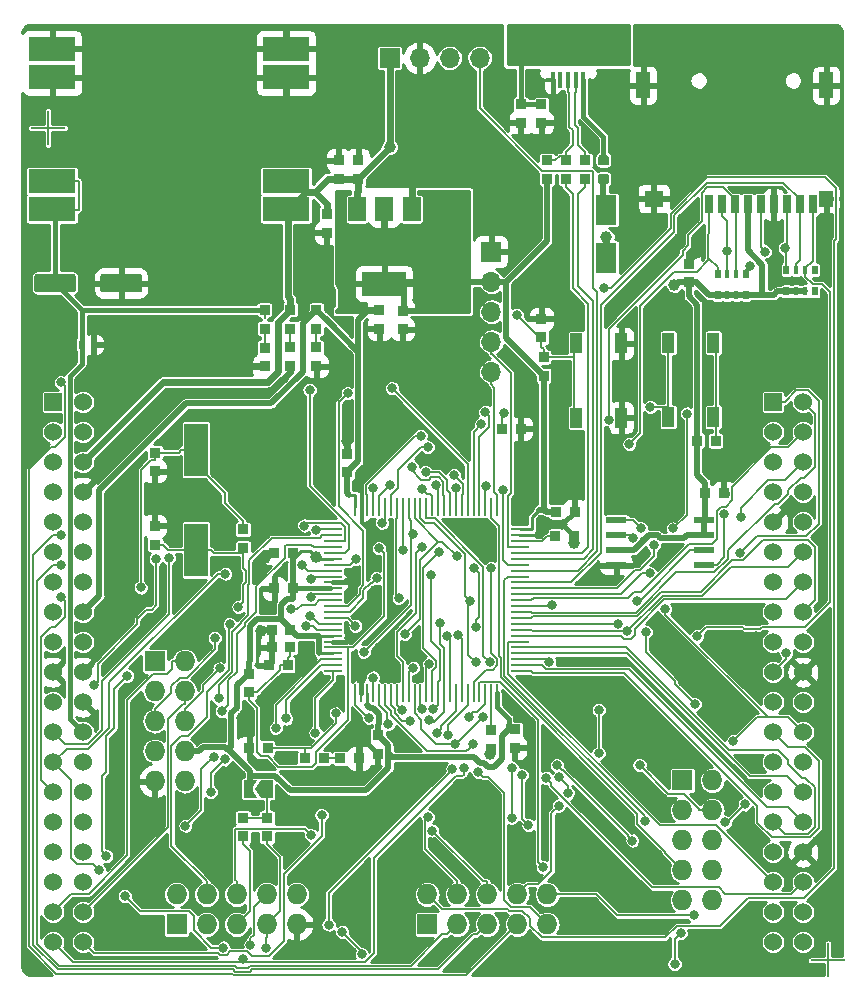
<source format=gtl>
G04 #@! TF.GenerationSoftware,KiCad,Pcbnew,6.0.0-unknown-0ba0c17~86~ubuntu19.04.1*
G04 #@! TF.CreationDate,2019-08-28T20:29:37-07:00*
G04 #@! TF.ProjectId,Nucleo-64-407,4e75636c-656f-42d3-9634-2d3430372e6b,rev?*
G04 #@! TF.SameCoordinates,PX328b740PY6ea0500*
G04 #@! TF.FileFunction,Copper,L1,Top*
G04 #@! TF.FilePolarity,Positive*
%FSLAX46Y46*%
G04 Gerber Fmt 4.6, Leading zero omitted, Abs format (unit mm)*
G04 Created by KiCad (PCBNEW 6.0.0-unknown-0ba0c17~86~ubuntu19.04.1) date 2019-08-28 20:29:37*
%MOMM*%
%LPD*%
G04 APERTURE LIST*
%ADD10C,1.524000*%
%ADD11R,1.524000X1.524000*%
%ADD12R,1.800000X2.500000*%
%ADD13O,1.727200X1.727200*%
%ADD14R,1.727200X1.727200*%
%ADD15R,1.000000X1.700000*%
%ADD16R,0.500000X0.800000*%
%ADD17R,0.400000X0.800000*%
%ADD18R,4.000000X2.000000*%
%ADD19R,0.700000X1.600000*%
%ADD20R,1.200000X1.400000*%
%ADD21R,1.600000X1.400000*%
%ADD22R,1.200000X2.200000*%
%ADD23R,1.800000X1.900000*%
%ADD24R,1.900000X1.900000*%
%ADD25R,0.400000X1.350000*%
%ADD26R,0.590000X0.640000*%
%ADD27R,0.950000X0.875000*%
%ADD28R,3.000000X0.127000*%
%ADD29R,0.127000X3.000000*%
%ADD30R,0.875000X0.950000*%
%ADD31R,2.000000X4.500000*%
%ADD32R,1.750000X0.550000*%
%ADD33R,1.500000X2.000000*%
%ADD34R,3.800000X2.000000*%
%ADD35R,0.280000X1.500000*%
%ADD36R,1.500000X0.280000*%
%ADD37C,0.300000*%
%ADD38C,0.100000*%
%ADD39O,1.700000X1.700000*%
%ADD40R,1.700000X1.700000*%
%ADD41C,0.875000*%
%ADD42C,1.600000*%
%ADD43C,0.800000*%
%ADD44C,1.000000*%
%ADD45C,0.152400*%
%ADD46C,0.500000*%
%ADD47C,0.600000*%
%ADD48C,0.400000*%
%ADD49C,0.279800*%
%ADD50C,0.200000*%
%ADD51C,0.254000*%
G04 APERTURE END LIST*
D10*
X5431500Y48775000D03*
X5431500Y46235000D03*
X5431500Y43695000D03*
X5431500Y41155000D03*
X5431500Y38615000D03*
X5431500Y36075000D03*
X5431500Y33535000D03*
X5431500Y30995000D03*
X5431500Y28455000D03*
X5431500Y25915000D03*
X5431500Y23375000D03*
X5431500Y20835000D03*
X5431500Y18295000D03*
X5431500Y15755000D03*
X5431500Y13215000D03*
X5431500Y10675000D03*
X5431500Y8135000D03*
X5431500Y5595000D03*
D11*
X2891500Y48775000D03*
D10*
X2891500Y46235000D03*
X2891500Y43695000D03*
X2891500Y41155000D03*
X2891500Y38615000D03*
X2891500Y36075000D03*
X2891500Y33535000D03*
X2891500Y30995000D03*
X2891500Y28455000D03*
X2891500Y25915000D03*
X2891500Y23375000D03*
X2891500Y20835000D03*
X2891500Y18295000D03*
X2891500Y15755000D03*
X2891500Y13215000D03*
X2891500Y10675000D03*
X2891500Y8135000D03*
X2891500Y5595000D03*
D11*
X63851500Y48775000D03*
D10*
X63851500Y46235000D03*
X63851500Y43695000D03*
X63851500Y41155000D03*
X63851500Y38615000D03*
X63851500Y36075000D03*
X63851500Y33535000D03*
X63851500Y30995000D03*
X63851500Y28455000D03*
X63851500Y25915000D03*
X63851500Y23375000D03*
X63851500Y20835000D03*
X63851500Y18295000D03*
X63851500Y15755000D03*
X63851500Y13215000D03*
X63851500Y10675000D03*
X63851500Y8135000D03*
X63851500Y5595000D03*
X66391500Y48775000D03*
X66391500Y46235000D03*
X66391500Y43695000D03*
X66391500Y41155000D03*
X66391500Y38615000D03*
X66391500Y36075000D03*
X66391500Y33535000D03*
X66391500Y30995000D03*
X66391500Y28455000D03*
X66391500Y25915000D03*
X66391500Y23375000D03*
X66391500Y20835000D03*
X66391500Y18295000D03*
X66391500Y15755000D03*
X66391500Y13215000D03*
X66391500Y10675000D03*
X66391500Y8135000D03*
X66391500Y5595000D03*
X63851500Y3055000D03*
X66391500Y3055000D03*
X5431500Y3055000D03*
X2891500Y3055000D03*
D12*
X49743000Y61009500D03*
X49743000Y65009500D03*
D13*
X58696000Y6589500D03*
X56156000Y6589500D03*
X58696000Y9129500D03*
X56156000Y9129500D03*
X58696000Y11669500D03*
X56156000Y11669500D03*
X58696000Y14209500D03*
X56156000Y14209500D03*
X58696000Y16749500D03*
D14*
X56156000Y16749500D03*
D15*
X58800000Y53800000D03*
X55000000Y53800000D03*
X58800000Y47500000D03*
X55000000Y47500000D03*
X47200000Y47440000D03*
X51000000Y47440000D03*
X47200000Y53740000D03*
X51000000Y53740000D03*
D16*
X61554000Y59634000D03*
D17*
X60754000Y59634000D03*
D16*
X59154000Y59634000D03*
D17*
X59954000Y59634000D03*
D16*
X61554000Y57834000D03*
D17*
X59954000Y57834000D03*
X60754000Y57834000D03*
D16*
X59154000Y57834000D03*
X67389500Y59940500D03*
D17*
X66589500Y59940500D03*
D16*
X64989500Y59940500D03*
D17*
X65789500Y59940500D03*
D16*
X67389500Y58140500D03*
D17*
X65789500Y58140500D03*
X66589500Y58140500D03*
D16*
X64989500Y58140500D03*
D18*
X22620000Y67480000D03*
X22620000Y65080000D03*
X22620000Y76280000D03*
X22620000Y78680000D03*
X2820000Y67480000D03*
X2820000Y65080000D03*
X2820000Y76280000D03*
X2820000Y78680000D03*
D19*
X60600000Y65500000D03*
X59500000Y65500000D03*
X58400000Y65500000D03*
X61700000Y65500000D03*
X62800000Y65500000D03*
X63900000Y65500000D03*
X66100000Y65500000D03*
X65000000Y65500000D03*
X67200000Y65500000D03*
D20*
X68350000Y66000000D03*
D21*
X53750000Y66000000D03*
D22*
X68350000Y75600000D03*
X52850000Y75600000D03*
D23*
X42500000Y78750000D03*
X50500000Y78750000D03*
D24*
X45300000Y78750000D03*
X47700000Y78750000D03*
D25*
X45200000Y76075000D03*
X45850000Y76075000D03*
X46500000Y76075000D03*
X47150000Y76075000D03*
X47800000Y76075000D03*
D26*
X5354000Y53643000D03*
X6324000Y53643000D03*
D27*
X42500000Y72425000D03*
X42500000Y74000000D03*
D28*
X68500000Y1500000D03*
D29*
X68500000Y1500000D03*
D28*
X2500000Y72000000D03*
D29*
X2500000Y72000000D03*
D27*
X44250000Y72425000D03*
X44250000Y74000000D03*
X23000000Y51825000D03*
X23000000Y53400000D03*
X25200000Y51825000D03*
X25200000Y53400000D03*
X20800000Y51800000D03*
X20800000Y53375000D03*
D30*
X24225000Y18600000D03*
X25800000Y18600000D03*
D27*
X23000000Y56575000D03*
X23000000Y55000000D03*
X25200000Y56575000D03*
X25200000Y55000000D03*
X20800000Y56575000D03*
X20800000Y55000000D03*
D30*
X27225000Y18600000D03*
X28800000Y18600000D03*
D27*
X21000000Y13575500D03*
X21000000Y12000500D03*
X19000000Y13575500D03*
X19000000Y12000500D03*
D30*
X57424500Y45500000D03*
X58999500Y45500000D03*
D27*
X46314000Y69251500D03*
X46314000Y67676500D03*
X47902000Y69251500D03*
X47902000Y67676500D03*
X44726500Y69251500D03*
X44726500Y67676500D03*
D30*
X19500000Y19500000D03*
X21075000Y19500000D03*
D27*
X19500000Y25787500D03*
X19500000Y24212500D03*
X19000000Y38000000D03*
X19000000Y36425000D03*
D30*
X40925000Y46500000D03*
X42500000Y46500000D03*
D27*
X44425000Y51000000D03*
X44425000Y52575000D03*
X26057500Y64679500D03*
X26057500Y63104500D03*
X30500000Y56537500D03*
X30500000Y54962500D03*
X32500000Y56525000D03*
X32500000Y54950000D03*
D30*
X58099500Y41070000D03*
X59674500Y41070000D03*
D27*
X27073500Y67689000D03*
X27073500Y69264000D03*
X28724500Y67689000D03*
X28724500Y69264000D03*
X56728000Y58913500D03*
X56728000Y60488500D03*
D30*
X23200000Y36000000D03*
X21625000Y36000000D03*
X23000000Y29500000D03*
X21425000Y29500000D03*
X22787500Y26500000D03*
X21212500Y26500000D03*
X22975000Y28000000D03*
X21400000Y28000000D03*
X45500000Y39500000D03*
X47075000Y39500000D03*
D27*
X42000000Y21075000D03*
X42000000Y19500000D03*
D30*
X46975000Y37400000D03*
X45400000Y37400000D03*
D27*
X11500000Y36712500D03*
X11500000Y38287500D03*
X11500000Y44500000D03*
X11500000Y42925000D03*
D30*
X23187500Y33000000D03*
X21612500Y33000000D03*
D27*
X40000000Y19425000D03*
X40000000Y21000000D03*
X44250000Y54250000D03*
X44250000Y55825000D03*
X27800000Y42812500D03*
X27800000Y44387500D03*
X30400000Y20587500D03*
X30400000Y19012500D03*
D13*
X14056000Y16686000D03*
X11516000Y16686000D03*
X14056000Y19226000D03*
X11516000Y19226000D03*
X14056000Y21766000D03*
X11516000Y21766000D03*
X14056000Y24306000D03*
X11516000Y24306000D03*
X14056000Y26846000D03*
D14*
X11516000Y26846000D03*
D13*
X23517500Y7098000D03*
X23517500Y4558000D03*
X20977500Y7098000D03*
X20977500Y4558000D03*
X18437500Y7098000D03*
X18437500Y4558000D03*
X15897500Y7098000D03*
X15897500Y4558000D03*
X13357500Y7098000D03*
D14*
X13357500Y4558000D03*
D13*
X44726500Y7098000D03*
X44726500Y4558000D03*
X42186500Y7098000D03*
X42186500Y4558000D03*
X39646500Y7098000D03*
X39646500Y4558000D03*
X37106500Y7098000D03*
X37106500Y4558000D03*
X34566500Y7098000D03*
D14*
X34566500Y4558000D03*
D31*
X15000000Y36250000D03*
X15000000Y44750000D03*
D32*
X57968000Y38784000D03*
X57968000Y37514000D03*
X57968000Y36244000D03*
X57968000Y34974000D03*
X50568000Y34974000D03*
X50568000Y36244000D03*
X50568000Y37514000D03*
X50568000Y38784000D03*
D33*
X33247000Y65086500D03*
X28647000Y65086500D03*
X30947000Y65086500D03*
D34*
X30947000Y58786500D03*
D35*
X28500000Y39900000D03*
X29000000Y39900000D03*
X29500001Y39900000D03*
X30000000Y39900000D03*
X30499999Y39900000D03*
X31000000Y39900000D03*
X31500000Y39900000D03*
X32000000Y39900001D03*
X32500000Y39900000D03*
X33000000Y39900000D03*
X33500000Y39900000D03*
X34000000Y39900000D03*
X34500000Y39900001D03*
X35000000Y39900000D03*
X35500000Y39900000D03*
X36000000Y39900000D03*
X36500000Y39900000D03*
X37000000Y39900001D03*
X37500000Y39900000D03*
X38000000Y39900000D03*
X38500001Y39900000D03*
X39000000Y39900000D03*
X39499999Y39900000D03*
X40000000Y39900000D03*
X40500000Y39900000D03*
D36*
X42400000Y38000000D03*
X42400000Y37500000D03*
X42400000Y36999999D03*
X42400000Y36500000D03*
X42400000Y36000001D03*
X42400000Y35500000D03*
X42400000Y35000000D03*
X42400001Y34500000D03*
X42400000Y34000000D03*
X42400000Y33500000D03*
X42400000Y33000000D03*
X42400000Y32500000D03*
X42400001Y32000000D03*
X42400000Y31500000D03*
X42400000Y31000000D03*
X42400000Y30500000D03*
X42400000Y30000000D03*
X42400001Y29500000D03*
X42400000Y29000000D03*
X42400000Y28500000D03*
X42400000Y27999999D03*
X42400000Y27500000D03*
X42400000Y27000001D03*
X42400000Y26500000D03*
X42400000Y26000000D03*
D35*
X40500000Y24100000D03*
X40000000Y24100000D03*
X39499999Y24100000D03*
X39000000Y24100000D03*
X38500001Y24100000D03*
X38000000Y24100000D03*
X37500000Y24100000D03*
X37000000Y24099999D03*
X36500000Y24100000D03*
X36000000Y24100000D03*
X35500000Y24100000D03*
X35000000Y24100000D03*
X34500000Y24099999D03*
X34000000Y24100000D03*
X33500000Y24100000D03*
X33000000Y24100000D03*
X32500000Y24100000D03*
X32000000Y24099999D03*
X31500000Y24100000D03*
X31000000Y24100000D03*
X30499999Y24100000D03*
X30000000Y24100000D03*
X29500001Y24100000D03*
X29000000Y24100000D03*
X28500000Y24100000D03*
D36*
X26600000Y26000000D03*
X26600000Y26500000D03*
X26600000Y27000001D03*
X26600000Y27500000D03*
X26600000Y27999999D03*
X26600000Y28500000D03*
X26600000Y29000000D03*
X26599999Y29500000D03*
X26600000Y30000000D03*
X26600000Y30500000D03*
X26600000Y31000000D03*
X26600000Y31500000D03*
X26599999Y32000000D03*
X26600000Y32500000D03*
X26600000Y33000000D03*
X26600000Y33500000D03*
X26600000Y34000000D03*
X26599999Y34500000D03*
X26600000Y35000000D03*
X26600000Y35500000D03*
X26600000Y36000001D03*
X26600000Y36500000D03*
X26600000Y36999999D03*
X26600000Y37500000D03*
X26600000Y38000000D03*
D37*
X21000000Y16000000D03*
D38*
G36*
X20000000Y16000000D02*
G01*
X20500000Y16750000D01*
X21500000Y16750000D01*
X21500000Y15250000D01*
X20500000Y15250000D01*
X20000000Y16000000D01*
X20000000Y16000000D01*
G37*
D37*
X19550000Y16000000D03*
D38*
G36*
X19050000Y16750000D02*
G01*
X20200000Y16750000D01*
X19700000Y16000000D01*
X20200000Y15250000D01*
X19050000Y15250000D01*
X19050000Y16750000D01*
X19050000Y16750000D01*
G37*
D39*
X39011500Y77900000D03*
X36471500Y77900000D03*
X33931500Y77900000D03*
D40*
X31391500Y77900000D03*
D39*
X40000000Y51340000D03*
X40000000Y53880000D03*
X40000000Y56420000D03*
X40000000Y58960000D03*
D40*
X40000000Y61500000D03*
D38*
G36*
X49828962Y68097349D02*
G01*
X49899930Y68049930D01*
X49947349Y67978962D01*
X49964000Y67895250D01*
X49964000Y67457750D01*
X49947349Y67374038D01*
X49899930Y67303070D01*
X49828962Y67255651D01*
X49745250Y67239000D01*
X49232750Y67239000D01*
X49149038Y67255651D01*
X49078070Y67303070D01*
X49030651Y67374038D01*
X49014000Y67457750D01*
X49014000Y67895250D01*
X49030651Y67978962D01*
X49078070Y68049930D01*
X49149038Y68097349D01*
X49232750Y68114000D01*
X49745250Y68114000D01*
X49828962Y68097349D01*
X49828962Y68097349D01*
G37*
D41*
X49489000Y67676500D03*
D38*
G36*
X49828962Y69672349D02*
G01*
X49899930Y69624930D01*
X49947349Y69553962D01*
X49964000Y69470250D01*
X49964000Y69032750D01*
X49947349Y68949038D01*
X49899930Y68878070D01*
X49828962Y68830651D01*
X49745250Y68814000D01*
X49232750Y68814000D01*
X49149038Y68830651D01*
X49078070Y68878070D01*
X49030651Y68949038D01*
X49014000Y69032750D01*
X49014000Y69470250D01*
X49030651Y69553962D01*
X49078070Y69624930D01*
X49149038Y69672349D01*
X49232750Y69689000D01*
X49745250Y69689000D01*
X49828962Y69672349D01*
X49828962Y69672349D01*
G37*
D41*
X49489000Y69251500D03*
D38*
G36*
X10254171Y59630970D02*
G01*
X10335277Y59576777D01*
X10389470Y59495671D01*
X10408500Y59400000D01*
X10408500Y58300000D01*
X10389470Y58204329D01*
X10335277Y58123223D01*
X10254171Y58069030D01*
X10158500Y58050000D01*
X7158500Y58050000D01*
X7062829Y58069030D01*
X6981723Y58123223D01*
X6927530Y58204329D01*
X6908500Y58300000D01*
X6908500Y59400000D01*
X6927530Y59495671D01*
X6981723Y59576777D01*
X7062829Y59630970D01*
X7158500Y59650000D01*
X10158500Y59650000D01*
X10254171Y59630970D01*
X10254171Y59630970D01*
G37*
D42*
X8658500Y58850000D03*
D38*
G36*
X4654171Y59630970D02*
G01*
X4735277Y59576777D01*
X4789470Y59495671D01*
X4808500Y59400000D01*
X4808500Y58300000D01*
X4789470Y58204329D01*
X4735277Y58123223D01*
X4654171Y58069030D01*
X4558500Y58050000D01*
X1558500Y58050000D01*
X1462829Y58069030D01*
X1381723Y58123223D01*
X1327530Y58204329D01*
X1308500Y58300000D01*
X1308500Y59400000D01*
X1327530Y59495671D01*
X1381723Y59576777D01*
X1462829Y59630970D01*
X1558500Y59650000D01*
X4558500Y59650000D01*
X4654171Y59630970D01*
X4654171Y59630970D01*
G37*
D42*
X3058500Y58850000D03*
D43*
X57185200Y5306800D03*
X59826800Y13180800D03*
X61452400Y14704800D03*
X60487200Y20089600D03*
X36712334Y17701425D03*
X37660019Y17796192D03*
D44*
X39919639Y18976615D03*
D43*
X38897200Y17448000D03*
X35380003Y20721446D03*
X38477589Y19828128D03*
X36321832Y20579860D03*
X36915567Y19835167D03*
X44857653Y15227827D03*
X45704400Y14603200D03*
X47375968Y15258169D03*
X46517200Y15670000D03*
X47200000Y17721010D03*
X45559789Y18043841D03*
X45755200Y16990800D03*
X49108000Y19022800D03*
X49108000Y22731200D03*
X57236000Y23188400D03*
X56489926Y24914884D03*
X53070400Y29335200D03*
X51516000Y29371100D03*
X25800000Y59000000D03*
X27200000Y53400000D03*
X17200000Y53200000D03*
X32400000Y47900000D03*
X35000000Y50000000D03*
X32000000Y52600000D03*
X27200000Y52000000D03*
X13200000Y49403610D03*
X68000000Y9600000D03*
X48300000Y5700000D03*
X47000000Y12100000D03*
X38000000Y12600000D03*
X28400000Y13300000D03*
X33100000Y16400000D03*
X25600000Y9500000D03*
X25400000Y7100000D03*
X31900000Y7100000D03*
X32900000Y11400000D03*
X31300000Y4800000D03*
X28200000Y5000000D03*
X27900000Y7000000D03*
X9100000Y3000000D03*
X11000000Y8000000D03*
X15500000Y11900000D03*
X12200000Y11100000D03*
X8400000Y20200000D03*
X10200000Y20500000D03*
D44*
X57300000Y61400000D03*
D43*
X51400000Y57800000D03*
X54200000Y57200000D03*
X56000000Y56200000D03*
X66250000Y54250000D03*
X63900000Y63650000D03*
D44*
X7200000Y43600000D03*
X17600000Y59000000D03*
X26200000Y49600000D03*
X25700000Y42400000D03*
X22100000Y42600000D03*
X29900000Y44000000D03*
X27800000Y45500000D03*
D43*
X43100000Y18200000D03*
D44*
X23300000Y20400000D03*
X28935618Y25431583D03*
X24900000Y24600000D03*
X29000000Y20400000D03*
X26500000Y23800000D03*
X20500000Y29400000D03*
X27998554Y28789249D03*
X22300000Y18700000D03*
X18900000Y22000000D03*
X20900000Y22700000D03*
X16300000Y20700000D03*
X20388170Y18070822D03*
X22500000Y13700000D03*
X24200000Y14900000D03*
X18200000Y17000000D03*
X16200000Y14500000D03*
D43*
X21000000Y9900000D03*
X23700000Y11400000D03*
X14700000Y29200000D03*
X16200000Y31400000D03*
X11100000Y30200000D03*
X16700000Y35200000D03*
X13400000Y34600000D03*
X22300000Y34300000D03*
D44*
X20800000Y35600000D03*
X28300000Y34200000D03*
X30100000Y32100000D03*
X30000000Y37500000D03*
X24000000Y40300000D03*
X21400000Y38500000D03*
X14100000Y41000000D03*
X17000000Y38700000D03*
X9000000Y41000000D03*
X8700000Y38700000D03*
X9300000Y35800000D03*
X8600000Y33600000D03*
X8900000Y31100000D03*
D43*
X52700000Y41900000D03*
X55200000Y36400000D03*
X46000000Y43200000D03*
X43200000Y43000000D03*
X37200000Y47000000D03*
X62800000Y50800000D03*
D44*
X47000000Y36800000D03*
D43*
X47900000Y23200000D03*
X60000000Y28100000D03*
X55500000Y27800000D03*
X59600000Y24800000D03*
X59300000Y21300000D03*
X51300000Y23400000D03*
X54100000Y19100000D03*
X50400000Y18400000D03*
X49500000Y15300000D03*
X51400000Y13200000D03*
X49700000Y12900000D03*
X39000000Y15400000D03*
X50000000Y25100000D03*
X54000000Y27800000D03*
X62200000Y30300000D03*
X58500000Y31300000D03*
D44*
X48700000Y34255510D03*
D43*
X20133421Y34200000D03*
X18471399Y34196611D03*
X62403343Y28971390D03*
X54227658Y38371390D03*
X53016046Y35986371D03*
X52050000Y69900000D03*
X54300000Y60700000D03*
X45300000Y61000000D03*
X45300000Y58000000D03*
X35500000Y54400000D03*
X39500000Y67000000D03*
X41500000Y75500000D03*
X61900000Y76800000D03*
X28000000Y73000000D03*
X64600000Y1400000D03*
X68600000Y6700000D03*
X61400000Y13300000D03*
X62400000Y16400000D03*
X62100000Y18300000D03*
X61200000Y22800000D03*
X53600000Y15300000D03*
D44*
X35800000Y72350000D03*
X40100000Y73950000D03*
X55921390Y62588768D03*
D43*
X68050000Y63900000D03*
X50550000Y73900000D03*
X56450000Y71350000D03*
X59150000Y71350000D03*
X26500000Y78600000D03*
X26500000Y77000000D03*
X26500000Y75500000D03*
X7500000Y78500000D03*
X7500000Y77000000D03*
X7500000Y75500000D03*
X60500000Y55750000D03*
X51000000Y51000000D03*
X50250000Y44250000D03*
X53750000Y50250000D03*
X53500000Y53750000D03*
X56250000Y51000000D03*
X51750000Y55750000D03*
X50250000Y56750000D03*
X35000000Y17750000D03*
X32750000Y20000000D03*
X31500000Y26500000D03*
X30500000Y28000000D03*
X33250000Y27750000D03*
X39750000Y36750000D03*
X35400000Y11200000D03*
X57400000Y62500000D03*
X43750000Y75500000D03*
X45750000Y71000000D03*
X43250000Y70750000D03*
X38500000Y72250000D03*
D44*
X30400000Y52600000D03*
X15350000Y53200000D03*
X13400000Y53200000D03*
X16000000Y59000000D03*
X14150000Y59000000D03*
X36950000Y51550000D03*
X20300000Y43250000D03*
X9850000Y52050000D03*
X2500000Y51950000D03*
X2550000Y54000000D03*
X21200000Y71200000D03*
X22950000Y71200000D03*
X24900000Y71200000D03*
X41775000Y22950000D03*
D43*
X19750000Y49550000D03*
X28175000Y16975000D03*
X23850000Y17000000D03*
X29900000Y14525000D03*
D44*
X55493100Y58701000D03*
X28750000Y61250000D03*
X30947000Y61250000D03*
X33000000Y61250000D03*
X33000000Y62750000D03*
X30947000Y62750000D03*
X28750000Y62750000D03*
D43*
X27842400Y49509200D03*
X42151400Y56161400D03*
X10330900Y33075800D03*
X18597200Y31432200D03*
X23022700Y31265000D03*
X30487500Y36399700D03*
D44*
X31400000Y70350000D03*
D43*
X39149800Y46927100D03*
X63141100Y61518100D03*
X36983300Y41513300D03*
X49935400Y47288900D03*
X39476400Y47953000D03*
X59926300Y61571900D03*
X39564500Y41694400D03*
X51680300Y45220100D03*
X34726500Y26603000D03*
X57440900Y28964700D03*
X41006600Y41288700D03*
X24617400Y49819100D03*
X3564689Y50463733D03*
X35013100Y12488200D03*
X17176600Y22583000D03*
X24151100Y38321600D03*
X3564689Y37486074D03*
X34626100Y13668100D03*
X16938800Y23686600D03*
X25200600Y37934500D03*
X3564698Y34946070D03*
X49555400Y58411800D03*
X34018100Y45916000D03*
X30019300Y41492800D03*
X52980600Y13312100D03*
X33080200Y21768900D03*
X51940600Y11650000D03*
X52550000Y18029600D03*
X31295000Y21538500D03*
X29987830Y25452097D03*
X29658900Y22042900D03*
X20906300Y2528000D03*
X30759300Y38537500D03*
X24742800Y12113300D03*
X44354961Y9418990D03*
X31457300Y41725600D03*
X29044800Y2018900D03*
X27359200Y3927900D03*
X17867300Y29986900D03*
X34138500Y41427600D03*
X9189700Y25600100D03*
X35308600Y41768900D03*
X16992800Y26215200D03*
X52321400Y31957100D03*
X38235300Y31894500D03*
X38698300Y26738500D03*
X16588000Y28813700D03*
X38702800Y29755000D03*
X28498065Y29828379D03*
X38528618Y34702410D03*
X59733400Y39282400D03*
X33405100Y37643900D03*
X29220597Y27612905D03*
X32661500Y29115200D03*
X37074700Y35707800D03*
X51981957Y37304692D03*
X34619900Y44960900D03*
X41052800Y47848000D03*
X53473200Y48353500D03*
X26834400Y22406600D03*
X32167100Y32189000D03*
X32539600Y36221600D03*
X39866900Y26741500D03*
X33258500Y43284100D03*
X34452200Y42839400D03*
X36840600Y42616200D03*
X31594100Y49953300D03*
X64977300Y27520500D03*
X53400500Y34291900D03*
X54730300Y31264500D03*
X45156900Y31568700D03*
X50701000Y30000000D03*
X44925000Y26771600D03*
X38078700Y22124300D03*
X61047000Y35989300D03*
X40011980Y34702410D03*
X6376600Y24812400D03*
X11590200Y35487700D03*
X37217700Y29048200D03*
X26225800Y4528300D03*
X36250300Y28949500D03*
X35678800Y30066300D03*
X34891600Y34138500D03*
X35599000Y36045000D03*
X52658161Y38095165D03*
X39270421Y22079032D03*
X33370600Y26272300D03*
X61106900Y39048400D03*
X34109400Y36482200D03*
X44648500Y16962400D03*
X32440300Y22681900D03*
X25631700Y13815100D03*
X25113500Y20766200D03*
X14102100Y12909200D03*
X22647800Y21981800D03*
X16506551Y18762409D03*
X16256000Y15749000D03*
X21771300Y21178100D03*
X17446633Y18517436D03*
X30287902Y33856052D03*
X3564689Y32282309D03*
X17461900Y34245500D03*
X12693400Y35543700D03*
X28516000Y35480300D03*
D44*
X25172253Y35673523D03*
D43*
X24750000Y32245188D03*
X24691275Y30683166D03*
X24349418Y29794222D03*
X24750000Y33750000D03*
X24000000Y35000000D03*
X53735454Y36669758D03*
X64839400Y61795900D03*
X56546600Y47799400D03*
X55376100Y38071400D03*
X61902500Y60279500D03*
X41742000Y17829000D03*
X19009000Y1636500D03*
X19607122Y2819452D03*
X35106433Y22755283D03*
X34156118Y22818445D03*
X34693500Y21829500D03*
X42567500Y17194000D03*
X43139000Y12939500D03*
X41738820Y13580100D03*
X42205643Y12749940D03*
X9795810Y11621995D03*
X7890110Y16100000D03*
X6772798Y9148798D03*
X7417288Y10323611D03*
X8976000Y6970500D03*
X17294500Y2589000D03*
X55521500Y1192000D03*
X37525000Y1820610D03*
X34925000Y1820610D03*
X56029500Y3795500D03*
X32280500Y1700000D03*
X26629000Y2144500D03*
D44*
X49743000Y62723500D03*
D43*
X53743500Y67803500D03*
X45806000Y63231500D03*
X52156000Y61771000D03*
X42440500Y65454000D03*
D45*
X50682800Y5306800D02*
X48891600Y7098000D01*
X48891600Y7098000D02*
X44726500Y7098000D01*
X57185200Y5306800D02*
X50682800Y5306800D01*
X43279100Y4454600D02*
X43279100Y5055500D01*
X43279100Y5055500D02*
X42633612Y5700988D01*
X41535987Y5700988D02*
X41408975Y5828000D01*
X35836500Y5828000D02*
X35430099Y6234401D01*
X61761288Y6800000D02*
X59385390Y4424102D01*
X58276384Y67800000D02*
X68261482Y67800000D01*
X41408975Y5828000D02*
X35836500Y5828000D01*
X49555400Y58411800D02*
X50121085Y58411800D01*
X55183839Y64707456D02*
X58276384Y67800000D01*
X69178601Y66882881D02*
X69178601Y62575801D01*
X35430099Y6234401D02*
X34566500Y7098000D01*
X50121085Y58411800D02*
X55183839Y63474554D01*
X69178601Y62575801D02*
X69002800Y62400000D01*
X69002800Y62400000D02*
X69002800Y9306600D01*
X55183839Y63474554D02*
X55183839Y64707456D01*
X68261482Y67800000D02*
X69178601Y66882881D01*
X66496200Y6800000D02*
X61761288Y6800000D01*
X54747868Y3444200D02*
X44289500Y3444200D01*
X55727770Y4424102D02*
X54747868Y3444200D01*
X69002800Y9306600D02*
X66496200Y6800000D01*
X59385390Y4424102D02*
X55727770Y4424102D01*
X42633612Y5700988D02*
X41535987Y5700988D01*
X44289500Y3444200D02*
X43279100Y4454600D01*
X59928400Y13180800D02*
X59826800Y13180800D01*
X61452400Y14704800D02*
X59928400Y13180800D01*
X62502600Y22105000D02*
X60487200Y20089600D01*
X63411200Y22105000D02*
X62502600Y22105000D01*
X41094299Y6573743D02*
X41662243Y6005799D01*
X39754399Y17048001D02*
X41094299Y15708101D01*
X38897200Y17448000D02*
X39297199Y17048001D01*
X39297199Y17048001D02*
X39754399Y17048001D01*
X41094299Y15708101D02*
X41094299Y6573743D01*
X41662243Y6005799D02*
X43278701Y6005799D01*
X43278701Y6005799D02*
X43862901Y5421599D01*
X43862901Y5421599D02*
X44726500Y4558000D01*
X30042000Y10175600D02*
X36979433Y17113033D01*
D46*
X40888200Y20492700D02*
X40888200Y18580900D01*
X31571245Y18727955D02*
X31277800Y19021400D01*
X41470500Y21075000D02*
X40888200Y20492700D01*
D45*
X30042000Y2104400D02*
X30042000Y10175600D01*
X36312335Y17301426D02*
X36712334Y17701425D01*
D47*
X40000000Y19425000D02*
X40000000Y19056976D01*
D45*
X19303100Y1342400D02*
X29280000Y1342400D01*
X37542545Y17113033D02*
X37660019Y17230507D01*
X19009000Y1636500D02*
X19303100Y1342400D01*
X29280000Y1342400D02*
X30042000Y2104400D01*
X26225800Y7214891D02*
X36312335Y17301426D01*
X26225800Y4528300D02*
X26225800Y7214891D01*
D47*
X40000000Y19056976D02*
X39919639Y18976615D01*
D45*
X37660019Y17230507D02*
X37660019Y17796192D01*
D46*
X39383953Y18250401D02*
X39014043Y18250401D01*
D45*
X36979433Y17113033D02*
X37542545Y17113033D01*
D46*
X40888200Y18580900D02*
X40204898Y17897598D01*
X40204898Y17897598D02*
X39736756Y17897598D01*
X39736756Y17897598D02*
X39383953Y18250401D01*
X38536489Y18727955D02*
X31571245Y18727955D01*
X39014043Y18250401D02*
X38536489Y18727955D01*
D45*
X36321832Y21442932D02*
X36321832Y21145545D01*
X36321832Y21145545D02*
X36321832Y20579860D01*
X38000000Y24100000D02*
X38000000Y23121100D01*
X35780002Y21121445D02*
X35380003Y20721446D01*
X33500000Y24100000D02*
X33500000Y22448291D01*
X35780002Y21385888D02*
X35780002Y21121445D01*
X35335950Y19835167D02*
X36349882Y19835167D01*
X38000000Y23121100D02*
X36321832Y21442932D01*
X37000000Y24099999D02*
X37000000Y22605886D01*
X36349882Y19835167D02*
X36915567Y19835167D01*
X34064898Y21106219D02*
X35335950Y19835167D01*
X34064898Y21883393D02*
X34064898Y21106219D01*
X31000000Y23121100D02*
X31506300Y22614800D01*
X33500000Y22448291D02*
X34064898Y21883393D01*
X38077590Y19428129D02*
X38477589Y19828128D01*
X34594634Y19206566D02*
X37856027Y19206566D01*
X37856027Y19206566D02*
X38077590Y19428129D01*
X31506300Y22294900D02*
X34594634Y19206566D01*
X31506300Y22614800D02*
X31506300Y22294900D01*
X31000000Y24100000D02*
X31000000Y23121100D01*
X37000000Y22605886D02*
X35780002Y21385888D01*
X36915567Y19835167D02*
X37026556Y19835167D01*
X45094800Y9066000D02*
X43990399Y7961599D01*
X43050099Y7961599D02*
X42186500Y7098000D01*
X43990399Y7961599D02*
X43050099Y7961599D01*
X45094800Y13993600D02*
X45094800Y9066000D01*
X45704400Y14603200D02*
X45094800Y13993600D01*
X59250400Y7682200D02*
X59827400Y7105200D01*
X65361700Y7105200D02*
X65629501Y7373001D01*
X53606530Y7682200D02*
X59250400Y7682200D01*
X59827400Y7105200D02*
X65361700Y7105200D01*
X45048499Y16240231D02*
X53606530Y7682200D01*
X45048499Y16562401D02*
X45048499Y16240231D01*
X44648500Y16962400D02*
X45048499Y16562401D01*
X65629501Y7373001D02*
X66391500Y8135000D01*
X46517200Y16228800D02*
X46517200Y15670000D01*
X45755200Y16990800D02*
X46517200Y16228800D01*
X51940600Y11650000D02*
X51540601Y12049999D01*
X45959788Y17643842D02*
X45559789Y18043841D01*
X46032488Y17643842D02*
X45959788Y17643842D01*
X51540601Y12135729D02*
X46032488Y17643842D01*
X51540601Y12049999D02*
X51540601Y12135729D01*
X49108000Y22731200D02*
X49108000Y19022800D01*
X55559600Y24864800D02*
X57236000Y23188400D01*
X55559600Y25118800D02*
X55559600Y24864800D01*
X53070400Y28769515D02*
X53070400Y27608000D01*
X53070400Y27608000D02*
X55559600Y25118800D01*
X53070400Y29335200D02*
X53070400Y28769515D01*
X64919200Y32062700D02*
X54639200Y32062700D01*
X54639200Y32062700D02*
X52144601Y29568101D01*
X51817729Y28742499D02*
X51208770Y28742498D01*
X50951268Y29000000D02*
X43302400Y29000000D01*
X52144601Y29069371D02*
X51817729Y28742499D01*
X52144601Y29568101D02*
X52144601Y29069371D01*
X51208770Y28742498D02*
X50951268Y29000000D01*
X43302400Y29000000D02*
X42400000Y29000000D01*
X66391500Y33535000D02*
X64919200Y32062700D01*
X51516000Y29371100D02*
X43507800Y29371100D01*
D47*
X56728000Y60828000D02*
X57300000Y61400000D01*
X56728000Y60488500D02*
X56728000Y60828000D01*
X23000000Y51825000D02*
X23000000Y51300000D01*
X23000000Y51300000D02*
X21300000Y49600000D01*
X18600000Y51800000D02*
X17200000Y53200000D01*
X20800000Y51800000D02*
X18600000Y51800000D01*
X27800000Y44387500D02*
X27800000Y45500000D01*
D48*
X29000000Y24100000D02*
X29000000Y25367201D01*
X29000000Y25367201D02*
X28935618Y25431583D01*
X20600000Y29500000D02*
X20500000Y29400000D01*
X21425000Y29500000D02*
X20600000Y29500000D01*
X27709305Y28500000D02*
X26600000Y28500000D01*
X27998554Y28789249D02*
X27709305Y28500000D01*
X19500000Y21400000D02*
X18900000Y22000000D01*
X19500000Y19500000D02*
X19500000Y21400000D01*
X19500000Y19500000D02*
X19500000Y18958992D01*
X19500000Y18958992D02*
X20388170Y18070822D01*
X21200000Y36000000D02*
X20800000Y35600000D01*
X21625000Y36000000D02*
X21200000Y36000000D01*
X26600000Y33500000D02*
X27494979Y33500000D01*
X27800001Y33700001D02*
X28300000Y34200000D01*
X27694980Y33700001D02*
X27800001Y33700001D01*
X27494979Y33500000D02*
X27694980Y33700001D01*
X30387500Y19012500D02*
X29000000Y20400000D01*
X30400000Y19012500D02*
X30387500Y19012500D01*
X46975000Y37437500D02*
X45912500Y38500000D01*
X46975000Y37400000D02*
X46975000Y37437500D01*
X46975000Y36825000D02*
X47000000Y36800000D01*
X46975000Y37400000D02*
X46975000Y36825000D01*
D47*
X33247000Y65086500D02*
X33247000Y67497000D01*
X26500000Y58300000D02*
X25800000Y59000000D01*
X26500000Y56989000D02*
X26500000Y58300000D01*
D49*
X42400000Y38000000D02*
X43442600Y38000000D01*
X44017400Y39617400D02*
X43442600Y39042600D01*
X43442600Y39042600D02*
X43442600Y38000000D01*
D46*
X44425000Y39617400D02*
X44017400Y39617400D01*
X44659800Y39500000D02*
X44542400Y39617400D01*
X44542400Y39617400D02*
X44425000Y39617400D01*
X44425000Y39617400D02*
X44425000Y51000000D01*
X26152300Y55622700D02*
X25200000Y56575000D01*
X27800000Y42812500D02*
X28734700Y43747200D01*
X56728000Y58913500D02*
X55850300Y58913500D01*
X55493100Y58701000D02*
X55637800Y58701000D01*
X55637800Y58701000D02*
X55850300Y58913500D01*
X27800000Y42812500D02*
X27800000Y41072600D01*
X27800000Y41072600D02*
X27930000Y40942600D01*
D49*
X25447300Y27500000D02*
X26600000Y27500000D01*
D46*
X25447300Y27500000D02*
X25447300Y28946100D01*
D49*
X25447300Y28946100D02*
X25503500Y28946100D01*
X25503500Y28946100D02*
X25557400Y29000000D01*
X27930000Y40942600D02*
X28500000Y40942600D01*
X28500000Y39900000D02*
X28500000Y40942600D01*
X25273300Y35500000D02*
X26600000Y35500000D01*
D46*
X56728000Y58913500D02*
X57424500Y58913500D01*
X57424500Y45500000D02*
X57424500Y46377700D01*
X58099500Y41070000D02*
X58099500Y41947700D01*
X57424500Y45500000D02*
X57424500Y42622700D01*
X57424500Y42622700D02*
X58099500Y41947700D01*
X57968000Y38784000D02*
X57968000Y37514000D01*
X58099500Y41070000D02*
X58099500Y38915500D01*
X58099500Y38915500D02*
X57968000Y38784000D01*
X31277800Y19021400D02*
X31277800Y19709700D01*
X31277800Y19709700D02*
X30400000Y20587500D01*
X19550000Y17152700D02*
X21704900Y17152700D01*
X21704900Y17152700D02*
X22960800Y15896800D01*
X22960800Y15896800D02*
X29388600Y15896800D01*
X29388600Y15896800D02*
X31277800Y17786000D01*
X31277800Y17786000D02*
X31277800Y19021400D01*
D49*
X26600000Y29000000D02*
X25557400Y29000000D01*
D46*
X19550000Y16000000D02*
X19550000Y17152700D01*
X31683900Y58786500D02*
X32610500Y58786500D01*
X30947000Y58786500D02*
X31683900Y58786500D01*
X41252700Y58960000D02*
X44726500Y62433800D01*
X44726500Y62433800D02*
X44726500Y67676500D01*
X44425000Y51000000D02*
X41252700Y54172300D01*
X41252700Y54172300D02*
X41252700Y58960000D01*
X23028700Y29500000D02*
X23028700Y29594300D01*
X23028700Y29594300D02*
X22220000Y30403000D01*
X23187500Y32122300D02*
X22744800Y32122300D01*
X22744800Y32122300D02*
X22220000Y31597500D01*
X22220000Y31597500D02*
X22220000Y30403000D01*
X40000000Y58960000D02*
X41252700Y58960000D01*
X30400000Y21427700D02*
X30461600Y21489300D01*
X30461600Y21489300D02*
X30461600Y22375500D01*
X30461600Y22375500D02*
X29991500Y22845600D01*
X29991500Y22845600D02*
X29742200Y22845600D01*
X29742200Y22845600D02*
X29500000Y23087800D01*
X45500000Y39500000D02*
X44659800Y39500000D01*
X41470500Y21075000D02*
X42000000Y21075000D01*
D49*
X29500000Y23087800D02*
X29500000Y24100000D01*
D46*
X23200000Y35122300D02*
X23187500Y35109800D01*
X23187500Y35109800D02*
X23187500Y33877700D01*
X23187500Y33000000D02*
X23187500Y33877700D01*
X30400000Y20587500D02*
X30400000Y21427700D01*
X32610500Y58786500D02*
X32610500Y57441700D01*
X30947000Y65086500D02*
X30947000Y62750000D01*
X23200000Y35500000D02*
X23200000Y35122300D01*
X23200000Y36000000D02*
X23200000Y35500000D01*
X23187500Y33000000D02*
X23187500Y32122300D01*
X23000000Y29500000D02*
X23028700Y29500000D01*
X32610500Y56564000D02*
X32610500Y57441700D01*
X25200000Y56575000D02*
X25162500Y56575000D01*
X21352058Y48658700D02*
X14146000Y48658700D01*
X25162500Y56575000D02*
X24017000Y55429500D01*
X6806700Y32370200D02*
X6193499Y31756999D01*
X6806700Y41319400D02*
X6806700Y32370200D01*
X24017000Y55429500D02*
X24017000Y51323642D01*
X6193499Y31756999D02*
X5431500Y30995000D01*
X14146000Y48658700D02*
X6806700Y41319400D01*
X24017000Y51323642D02*
X21352058Y48658700D01*
X19500000Y26725000D02*
X19500000Y25787500D01*
X19597598Y29833154D02*
X19597598Y26822598D01*
X20167444Y30403000D02*
X19597598Y29833154D01*
X19597598Y26822598D02*
X19500000Y26725000D01*
X22220000Y30403000D02*
X20167444Y30403000D01*
X17997598Y19605798D02*
X17997598Y22433154D01*
X17997598Y22433154D02*
X18466846Y22902402D01*
X18466846Y24791846D02*
X19462500Y25787500D01*
X19462500Y25787500D02*
X19500000Y25787500D01*
X17722800Y19331000D02*
X17997598Y19605798D01*
X18466846Y22902402D02*
X18466846Y24791846D01*
X53317253Y37505207D02*
X54087559Y37505207D01*
X56347700Y37268700D02*
X56593000Y37514000D01*
X56593000Y37514000D02*
X57968000Y37514000D01*
X52784370Y36972324D02*
X53317253Y37505207D01*
X54087559Y37505207D02*
X54324066Y37268700D01*
X54324066Y37268700D02*
X56347700Y37268700D01*
X52056046Y36244000D02*
X53317253Y37505207D01*
X50568000Y36244000D02*
X52056046Y36244000D01*
X57424500Y56700000D02*
X57424500Y57025500D01*
X57424500Y56700000D02*
X57424500Y46377700D01*
X56728000Y57722000D02*
X56728000Y58913500D01*
X57424500Y57025500D02*
X56728000Y57722000D01*
X31120500Y58960000D02*
X30947000Y58786500D01*
X40000000Y58960000D02*
X31120500Y58960000D01*
X30947000Y61250000D02*
X30947000Y60450000D01*
X30947000Y62750000D02*
X30947000Y61250000D01*
X28734700Y53040300D02*
X26152300Y55622700D01*
X28734700Y43747200D02*
X28734700Y53040300D01*
X28734700Y53040300D02*
X28734700Y55074200D01*
X28734700Y55747200D02*
X28734700Y55074200D01*
X29525000Y56537500D02*
X28734700Y55747200D01*
X30500000Y56537500D02*
X29525000Y56537500D01*
X15616124Y19564810D02*
X17488990Y19564810D01*
X17488990Y19564810D02*
X17722800Y19331000D01*
X15277314Y19226000D02*
X15616124Y19564810D01*
X14056000Y19226000D02*
X15277314Y19226000D01*
X19550000Y17557774D02*
X19550000Y17152700D01*
X17776774Y19331000D02*
X19550000Y17557774D01*
X17722800Y19331000D02*
X17776774Y19331000D01*
D48*
X41470500Y21979500D02*
X41470500Y21425000D01*
X40500000Y22950000D02*
X41470500Y21979500D01*
X40500000Y24100000D02*
X40500000Y22950000D01*
D46*
X41470500Y21075000D02*
X41470500Y21425000D01*
D45*
X47000000Y48000000D02*
X47000000Y49603900D01*
X47000000Y49603900D02*
X47000000Y52575000D01*
X44425000Y52575000D02*
X44425000Y53241400D01*
X44250000Y54250000D02*
X44250000Y53416400D01*
X44250000Y53416400D02*
X44425000Y53241400D01*
X47000000Y52575000D02*
X47000000Y53750000D01*
X47000000Y52575000D02*
X45128900Y52575000D01*
X44425000Y52575000D02*
X45128900Y52575000D01*
X29160400Y37850700D02*
X29160400Y33269796D01*
X28866588Y32482914D02*
X27883674Y31500000D01*
X27883674Y31500000D02*
X27502400Y31500000D01*
X28866588Y32975985D02*
X28866588Y32482914D01*
X27842400Y49509200D02*
X27071398Y48738198D01*
X27071398Y48738198D02*
X27071398Y39939702D01*
X29160400Y33269796D02*
X28866588Y32975985D01*
X27502400Y31500000D02*
X26600000Y31500000D01*
X27071398Y39939702D02*
X29160400Y37850700D01*
X44062800Y54250000D02*
X44250000Y54250000D01*
X42151400Y56161400D02*
X44062800Y54250000D01*
X40000000Y24100000D02*
X40000000Y23121100D01*
X40000000Y21000000D02*
X40000000Y21666400D01*
X40000000Y21666400D02*
X40000000Y23121100D01*
X11500000Y43833600D02*
X11166800Y43833600D01*
X11166800Y43833600D02*
X10330900Y42997700D01*
X10330900Y42997700D02*
X10330900Y33075800D01*
X11500000Y44500000D02*
X11500000Y43833600D01*
X13771100Y44750000D02*
X13521100Y44500000D01*
X13521100Y44500000D02*
X11500000Y44500000D01*
X19000000Y38000000D02*
X19000000Y38666400D01*
X15000000Y44750000D02*
X13771100Y44750000D01*
X15000000Y43500000D02*
X15000000Y44750000D01*
X17416400Y41083600D02*
X15000000Y43500000D01*
X17416400Y40250000D02*
X17416400Y41083600D01*
X19000000Y38666400D02*
X17416400Y40250000D01*
X19000000Y35986700D02*
X16492200Y35986700D01*
X16492200Y35986700D02*
X16228900Y36250000D01*
X15000000Y36250000D02*
X16228900Y36250000D01*
X19000000Y35986700D02*
X19000000Y36425000D01*
X15000000Y36250000D02*
X12666400Y36250000D01*
X12666400Y36250000D02*
X12203900Y36712500D01*
X11500000Y36712500D02*
X12203900Y36712500D01*
X19000000Y33300000D02*
X19000000Y31835000D01*
X19200000Y33500000D02*
X19000000Y33300000D01*
X19200000Y34500000D02*
X19200000Y33500000D01*
X19000000Y34700000D02*
X19200000Y34500000D01*
X19000000Y35986700D02*
X19000000Y34700000D01*
X19000000Y31835000D02*
X18597200Y31432200D01*
X45400000Y37400000D02*
X44733600Y37400000D01*
X42400000Y37000000D02*
X44333600Y37000000D01*
X44333600Y37000000D02*
X44733600Y37400000D01*
X26600000Y28000000D02*
X27578900Y28000000D01*
X19500000Y24212500D02*
X20203900Y24212500D01*
X22787500Y26500000D02*
X22121100Y26500000D01*
X22121100Y26500000D02*
X22121100Y26129700D01*
X22121100Y26129700D02*
X20203900Y24212500D01*
X22787500Y26826300D02*
X22787500Y26500000D01*
X22787500Y26826300D02*
X22787500Y27203900D01*
X22975000Y28000000D02*
X22975000Y27296100D01*
X22787500Y27203900D02*
X22882800Y27203900D01*
X22882800Y27203900D02*
X22975000Y27296100D01*
X30929600Y30641965D02*
X28287635Y28000000D01*
X30929600Y35957600D02*
X30929600Y30641965D01*
X30487500Y36399700D02*
X30929600Y35957600D01*
X27826588Y27976588D02*
X27850000Y28000000D01*
X27578900Y21628900D02*
X27826588Y21876588D01*
X27578900Y21615100D02*
X27578900Y21628900D01*
X21982332Y17896000D02*
X24815100Y17896000D01*
X21081933Y18796399D02*
X21982332Y17896000D01*
X20509747Y18796399D02*
X21081933Y18796399D01*
X24815100Y17896000D02*
X25133500Y18214400D01*
X27850000Y28000000D02*
X27578900Y28000000D01*
X20166400Y19139746D02*
X20509747Y18796399D01*
X25133500Y18214400D02*
X25133500Y19169700D01*
X25133500Y19169700D02*
X27578900Y21615100D01*
X28287635Y28000000D02*
X27850000Y28000000D01*
X27826588Y21876588D02*
X27826588Y27976588D01*
X19500000Y24212500D02*
X19500000Y23546100D01*
X19500000Y23546100D02*
X20166400Y22879700D01*
X20166400Y22879700D02*
X20166400Y19139746D01*
D47*
X31391500Y77900000D02*
X31391500Y70356000D01*
X31391500Y70356000D02*
X28724500Y67689000D01*
X23000000Y56575000D02*
X23000000Y57465200D01*
X22749500Y65073000D02*
X22749500Y57715700D01*
X22749500Y57715700D02*
X23000000Y57465200D01*
X22749500Y65073000D02*
X22870500Y65073000D01*
X22628500Y65073000D02*
X22749500Y65073000D01*
X23000000Y56575000D02*
X21965300Y55540300D01*
X21965300Y55540300D02*
X21965300Y51398300D01*
X21965300Y51398300D02*
X21063700Y50496700D01*
X21063700Y50496700D02*
X12233200Y50496700D01*
X12233200Y50496700D02*
X5431500Y43695000D01*
X25042000Y66585200D02*
X26145800Y67689000D01*
X24250700Y66453200D02*
X24382700Y66585200D01*
X24382700Y66585200D02*
X25042000Y66585200D01*
X25042000Y66585200D02*
X26057500Y65569700D01*
X22870500Y65073000D02*
X24250700Y66453200D01*
X23230900Y67473000D02*
X24250700Y66453200D01*
X26057500Y64679500D02*
X26057500Y65569700D01*
X28647000Y65086500D02*
X28647000Y66539200D01*
X28647000Y66539200D02*
X28724500Y66616700D01*
X28724500Y66616700D02*
X28724500Y67689000D01*
X28724500Y67689000D02*
X28001200Y67689000D01*
X27073500Y67689000D02*
X28001200Y67689000D01*
X27073500Y67689000D02*
X26145800Y67689000D01*
X22628500Y67473000D02*
X23230900Y67473000D01*
D45*
X20800000Y56575000D02*
X20800000Y55908600D01*
X3058500Y58850000D02*
X3058500Y64188500D01*
X3058500Y64188500D02*
X3943000Y65073000D01*
X3943000Y65073000D02*
X5057400Y65073000D01*
X2828500Y65073000D02*
X3943000Y65073000D01*
X2828500Y67473000D02*
X5057400Y67473000D01*
X5057400Y65073000D02*
X5057400Y67473000D01*
D48*
X5051500Y56857000D02*
X3058500Y58850000D01*
X5333500Y56575000D02*
X5051500Y56857000D01*
X20800000Y56575000D02*
X5333500Y56575000D01*
X3058500Y64843000D02*
X2828500Y65073000D01*
X3058500Y58850000D02*
X3058500Y64843000D01*
X5354000Y51986901D02*
X5354000Y53643000D01*
X4317099Y50950000D02*
X5354000Y51986901D01*
X5431500Y20835000D02*
X4317099Y21949401D01*
X4317099Y21949401D02*
X4317099Y50950000D01*
X5354000Y56554500D02*
X5333500Y56575000D01*
X5354000Y53643000D02*
X5354000Y56554500D01*
X47800000Y76075000D02*
X47800000Y72950000D01*
X47800000Y72950000D02*
X49500000Y71250000D01*
X49489000Y71239000D02*
X49489000Y69251500D01*
X49500000Y71250000D02*
X49489000Y71239000D01*
D45*
X40500000Y39900000D02*
X40500000Y40878900D01*
X40000000Y51340000D02*
X40000000Y50261100D01*
X40000000Y50261100D02*
X40258400Y50002700D01*
X40258400Y50002700D02*
X40258400Y41120500D01*
X40258400Y41120500D02*
X40500000Y40878900D01*
X41421100Y36500000D02*
X41421100Y40813700D01*
X41421100Y40813700D02*
X41681700Y41074300D01*
X41681700Y41074300D02*
X41681700Y51195100D01*
X41681700Y51195100D02*
X40075700Y52801100D01*
X40075700Y52801100D02*
X40000000Y52801100D01*
X42400000Y36500000D02*
X41421100Y36500000D01*
X40000000Y53880000D02*
X40000000Y52801100D01*
X39149800Y46927100D02*
X38500000Y46277300D01*
X38500000Y46277300D02*
X38500000Y39900000D01*
X62800000Y61859200D02*
X63141100Y61518100D01*
X62800000Y65500000D02*
X62800000Y61859200D01*
X36983300Y41513300D02*
X37000000Y41496600D01*
X37000000Y41496600D02*
X37000000Y39900000D01*
X49935400Y54984900D02*
X49935400Y47288900D01*
X56200000Y61249500D02*
X49935400Y54984900D01*
X56200000Y61600000D02*
X56200000Y61249500D01*
X60600000Y65050000D02*
X60700000Y64950000D01*
X60600000Y65500000D02*
X60600000Y65050000D01*
X56650000Y62050000D02*
X56650000Y62900000D01*
X56650000Y62050000D02*
X56200000Y61600000D01*
X57821399Y66482881D02*
X58288518Y66950000D01*
X56650000Y62900000D02*
X57821399Y64071399D01*
X57821399Y64071399D02*
X57821399Y66482881D01*
X60600000Y65950000D02*
X60600000Y65500000D01*
X59600000Y66950000D02*
X60600000Y65950000D01*
X58288518Y66950000D02*
X59600000Y66950000D01*
X39000000Y40878900D02*
X38934500Y40944400D01*
X38934500Y40944400D02*
X38934500Y45822300D01*
X38934500Y45822300D02*
X39778700Y46666500D01*
X39778700Y46666500D02*
X39778700Y47650700D01*
X39778700Y47650700D02*
X39476400Y47953000D01*
X59943000Y61588600D02*
X59926300Y61571900D01*
X39000000Y39900000D02*
X39000000Y40878900D01*
X59943000Y64104600D02*
X59943000Y62850000D01*
X59500000Y64547600D02*
X59943000Y64104600D01*
X59500000Y65500000D02*
X59500000Y64547600D01*
X59943000Y63571000D02*
X59943000Y62850000D01*
X59943000Y62850000D02*
X59943000Y61588600D01*
X39564500Y41694400D02*
X39500000Y41629900D01*
X39500000Y41629900D02*
X39500000Y39900000D01*
X58400000Y65500000D02*
X58400000Y64704709D01*
X34726500Y26603000D02*
X34500000Y26376500D01*
X34500000Y26376500D02*
X34500000Y24100000D01*
X67200000Y65500000D02*
X67200000Y61231500D01*
X57440900Y28964700D02*
X58201200Y29725000D01*
X62900000Y29725000D02*
X66536400Y29725000D01*
X58201200Y29725000D02*
X61275000Y29725000D01*
X61275000Y29725000D02*
X61400000Y29600000D01*
X61400000Y29600000D02*
X62775000Y29600000D01*
X66536400Y29725000D02*
X68672000Y31860600D01*
X62775000Y29600000D02*
X62900000Y29725000D01*
X39011500Y77900000D02*
X39011500Y73664400D01*
X39011500Y73664400D02*
X44332900Y68343000D01*
X44332900Y68343000D02*
X48490600Y68343000D01*
X48490600Y68343000D02*
X48606000Y68227600D01*
X48606000Y68227600D02*
X48606000Y58471800D01*
X48606000Y58471800D02*
X48954000Y58123800D01*
X48954000Y58123800D02*
X48954000Y36126200D01*
X48954000Y36126200D02*
X47327800Y34500000D01*
X47327800Y34500000D02*
X42400000Y34500000D01*
X42400000Y35000000D02*
X41421100Y35000000D01*
X41006600Y41288700D02*
X41006600Y35414500D01*
X41006600Y35414500D02*
X41421100Y35000000D01*
X27578900Y36000000D02*
X27935500Y36356600D01*
X27935500Y36356600D02*
X27935500Y38354900D01*
X27935500Y38354900D02*
X24617500Y41672900D01*
X24617500Y41672900D02*
X24617500Y49819100D01*
X24617500Y49819100D02*
X24617400Y49819100D01*
X26600000Y36000000D02*
X27578900Y36000000D01*
X39646500Y7098000D02*
X39646500Y8190500D01*
X35013100Y12488200D02*
X39310800Y8190500D01*
X39310800Y8190500D02*
X39646500Y8190500D01*
X17733700Y25203400D02*
X18462700Y25932400D01*
X25697600Y36500000D02*
X26600000Y36500000D01*
X18462700Y29154700D02*
X19118987Y29810987D01*
X19118987Y30031401D02*
X20103400Y31015814D01*
X24976800Y36500000D02*
X25697600Y36500000D01*
X24772800Y36704000D02*
X24976800Y36500000D01*
X18462700Y25932400D02*
X18462700Y29154700D01*
X22620700Y36704000D02*
X24772800Y36704000D01*
X22521000Y36604300D02*
X22620700Y36704000D01*
X22521000Y35592000D02*
X22521000Y36604300D01*
X17176600Y22583000D02*
X17733700Y23140100D01*
X20103400Y31015814D02*
X20103400Y33174400D01*
X19118987Y29810987D02*
X19118987Y30031401D01*
X17733700Y23140100D02*
X17733700Y25203400D01*
X20103400Y33174400D02*
X22521000Y35592000D01*
X27578900Y37000000D02*
X27578900Y38234800D01*
X27578900Y38234800D02*
X27250300Y38563400D01*
X27250300Y38563400D02*
X24392900Y38563400D01*
X24392900Y38563400D02*
X24151100Y38321600D01*
X26600000Y37000000D02*
X27578900Y37000000D01*
X34626100Y13668100D02*
X34366300Y13408300D01*
X34366300Y13408300D02*
X34366300Y10930700D01*
X34366300Y10930700D02*
X37106500Y8190500D01*
X37106500Y7098000D02*
X37106500Y8190500D01*
X19389100Y30732580D02*
X19389100Y33258033D01*
X21396568Y37274900D02*
X25472500Y37274900D01*
X19504811Y35383143D02*
X21396568Y37274900D01*
X25472500Y37274900D02*
X25697600Y37500000D01*
X25697600Y37500000D02*
X26600000Y37500000D01*
X18814176Y30157657D02*
X19389100Y30732580D01*
X18814176Y30044276D02*
X18814176Y30157657D01*
X18057300Y29287400D02*
X18814176Y30044276D01*
X16938800Y24840100D02*
X18057300Y25958600D01*
X16938800Y23686600D02*
X16938800Y24840100D01*
X19504811Y33373744D02*
X19504811Y35383143D01*
X19389100Y33258033D02*
X19504811Y33373744D01*
X18057300Y25958600D02*
X18057300Y29287400D01*
X26600000Y38000000D02*
X25266100Y38000000D01*
X25266100Y38000000D02*
X25200600Y37934500D01*
X29500000Y39900000D02*
X29500000Y40878900D01*
X29500000Y40878900D02*
X29390300Y40988600D01*
X29390300Y40988600D02*
X29390300Y41772800D01*
X29390300Y41772800D02*
X33533500Y45916000D01*
X33533500Y45916000D02*
X34018100Y45916000D01*
X30000000Y39900000D02*
X30000000Y41473500D01*
X30000000Y41473500D02*
X30019300Y41492800D01*
X52351700Y13051600D02*
X52351700Y13913000D01*
X52351700Y13913000D02*
X40800900Y25463800D01*
X40800900Y25463800D02*
X40800900Y27128600D01*
X40800900Y27128600D02*
X40670000Y27259500D01*
X40670000Y27259500D02*
X40670000Y38251100D01*
X40670000Y38251100D02*
X40000000Y38921100D01*
X40000000Y39900000D02*
X40000000Y38921100D01*
X54700000Y10585500D02*
X56156000Y9129500D01*
X54700000Y10703300D02*
X54700000Y10585500D01*
X54700000Y10703300D02*
X52351700Y13051600D01*
X52980600Y13312100D02*
X52980600Y13745300D01*
X52980600Y13745300D02*
X41106000Y25619900D01*
X41106000Y25619900D02*
X41106000Y33684900D01*
X41106000Y33684900D02*
X41421100Y34000000D01*
X42400000Y34000000D02*
X41421100Y34000000D01*
X31500000Y23121100D02*
X31811400Y22809700D01*
X31811400Y22809700D02*
X31811400Y22421400D01*
X31811400Y22421400D02*
X32463900Y21768900D01*
X32463900Y21768900D02*
X33080200Y21768900D01*
X31500000Y24100000D02*
X31500000Y23121100D01*
X58696000Y14209500D02*
X57603500Y14209500D01*
X52550000Y18029600D02*
X54992100Y15587500D01*
X54992100Y15587500D02*
X56338700Y15587500D01*
X56338700Y15587500D02*
X57603500Y14322700D01*
X57603500Y14322700D02*
X57603500Y14209500D01*
X30500000Y23121100D02*
X31132900Y22488200D01*
X31132900Y22488200D02*
X31132900Y21700600D01*
X31132900Y21700600D02*
X31295000Y21538500D01*
X30500000Y24100000D02*
X30500000Y23121100D01*
X30000000Y24100000D02*
X30000000Y25439927D01*
X30000000Y25439927D02*
X29987830Y25452097D01*
X28500000Y23121100D02*
X29578200Y22042900D01*
X29578200Y22042900D02*
X29658900Y22042900D01*
X28500000Y24100000D02*
X28500000Y23121100D01*
X20977500Y4558000D02*
X20977500Y3465500D01*
X20906300Y2528000D02*
X20906300Y3394300D01*
X20906300Y3394300D02*
X20977500Y3465500D01*
X20977500Y4558000D02*
X22091600Y5672100D01*
X22091600Y5672100D02*
X22091600Y10242500D01*
X22091600Y10242500D02*
X21000000Y11334100D01*
X21000000Y12000500D02*
X21000000Y11334100D01*
X31000000Y39900000D02*
X31000000Y38778200D01*
X31000000Y38778200D02*
X30759300Y38537500D01*
X18437500Y7098000D02*
X18437500Y8190500D01*
X24742800Y12113300D02*
X24189100Y12667000D01*
X24189100Y12667000D02*
X18369800Y12667000D01*
X18369800Y12667000D02*
X18296000Y12593200D01*
X18296000Y12593200D02*
X18296000Y8332000D01*
X18296000Y8332000D02*
X18437500Y8190500D01*
X39076500Y25078900D02*
X40754300Y25078900D01*
X39000000Y24100000D02*
X39000000Y25002400D01*
X43949527Y21883673D02*
X43949527Y9824424D01*
X43954962Y9818989D02*
X44354961Y9418990D01*
X43949527Y9824424D02*
X43954962Y9818989D01*
X40754300Y25078900D02*
X43949527Y21883673D01*
X39000000Y25002400D02*
X39076500Y25078900D01*
X27359200Y3927900D02*
X29044800Y2242300D01*
X29044800Y2242300D02*
X29044800Y2018900D01*
X19000000Y12000500D02*
X19000000Y11334100D01*
X19301099Y5421599D02*
X18437500Y4558000D01*
X19529701Y10804399D02*
X19529701Y5650201D01*
X19529701Y5650201D02*
X19301099Y5421599D01*
X19000000Y11334100D02*
X19529701Y10804399D01*
X31423199Y41725600D02*
X31457300Y41725600D01*
X30499999Y40802400D02*
X31423199Y41725600D01*
X30499999Y39900000D02*
X30499999Y40802400D01*
X15897500Y8190500D02*
X12913800Y11174200D01*
X12913800Y11174200D02*
X12913800Y19677100D01*
X12913800Y19677100D02*
X13732700Y20496000D01*
X13732700Y20496000D02*
X14331100Y20496000D01*
X14331100Y20496000D02*
X15932400Y22097300D01*
X15932400Y22097300D02*
X15932400Y24265300D01*
X15932400Y24265300D02*
X17752200Y26085100D01*
X17752200Y26085100D02*
X17752200Y29871800D01*
X17752200Y29871800D02*
X17867300Y29986900D01*
X15897500Y7098000D02*
X15897500Y8190500D01*
X34538499Y41027601D02*
X34138500Y41427600D01*
X35000000Y40802400D02*
X34774799Y41027601D01*
X34774799Y41027601D02*
X34538499Y41027601D01*
X35000000Y39900000D02*
X35000000Y40802400D01*
X9189700Y25600100D02*
X8094300Y24504700D01*
X8094300Y24504700D02*
X8094300Y21194300D01*
X8094300Y21194300D02*
X7400000Y20500000D01*
X35500000Y39900000D02*
X35500000Y41577500D01*
X35500000Y41577500D02*
X35308600Y41768900D01*
X14056000Y21766000D02*
X14056000Y22858500D01*
X16992800Y26215200D02*
X15627200Y24849600D01*
X15627200Y24849600D02*
X15627200Y24316500D01*
X15627200Y24316500D02*
X14169200Y22858500D01*
X14169200Y22858500D02*
X14056000Y22858500D01*
X38235300Y31894500D02*
X38041500Y31700700D01*
X38041500Y31700700D02*
X38041500Y27395300D01*
X38041500Y27395300D02*
X38698300Y26738500D01*
X34000000Y39356100D02*
X34000000Y38971600D01*
X34000000Y38971600D02*
X34414100Y38557500D01*
X34414100Y38557500D02*
X35114500Y38557500D01*
X35114500Y38557500D02*
X37763200Y35908800D01*
X37763200Y35908800D02*
X37763200Y32366600D01*
X37763200Y32366600D02*
X38235300Y31894500D01*
X57968000Y36244000D02*
X56864100Y36244000D01*
X52321400Y31957100D02*
X52577200Y31957100D01*
X52577200Y31957100D02*
X56864100Y36244000D01*
X34000000Y39900000D02*
X34000000Y39356100D01*
X11516000Y21766000D02*
X11516000Y22858500D01*
X16588000Y28813700D02*
X16588000Y27828900D01*
X16588000Y27828900D02*
X14207400Y25448300D01*
X14207400Y25448300D02*
X13603500Y25448300D01*
X13603500Y25448300D02*
X12894000Y24738800D01*
X12894000Y24738800D02*
X12894000Y24123300D01*
X12894000Y24123300D02*
X11629200Y22858500D01*
X11629200Y22858500D02*
X11516000Y22858500D01*
X28098066Y30228378D02*
X28498065Y29828379D01*
X26600000Y30500000D02*
X27826444Y30500000D01*
X27826444Y30500000D02*
X28098066Y30228378D01*
X38928617Y30546502D02*
X38928617Y34302411D01*
X38928617Y34302411D02*
X38528618Y34702410D01*
X38702800Y29755000D02*
X38702800Y30320685D01*
X38702800Y30320685D02*
X38928617Y30546502D01*
X14056000Y23213500D02*
X13919400Y23213500D01*
X13919400Y23213500D02*
X12608600Y21902700D01*
X12608600Y21902700D02*
X12608600Y12772100D01*
X12608600Y12772100D02*
X5431500Y5595000D01*
X59733400Y39282400D02*
X59733400Y35635500D01*
X59733400Y35635500D02*
X59071900Y34974000D01*
X14056000Y24306000D02*
X14056000Y23213500D01*
X57968000Y34974000D02*
X59071900Y34974000D01*
X33000000Y38921100D02*
X33183400Y38737700D01*
X33183400Y38737700D02*
X33183400Y37643900D01*
X33183400Y37643900D02*
X33405100Y37643900D01*
X33000000Y39900000D02*
X33000000Y38921100D01*
X33183400Y31575708D02*
X29620596Y28012904D01*
X29620596Y28012904D02*
X29220597Y27612905D01*
X33183400Y37643900D02*
X33183400Y31575708D01*
X35468900Y36952100D02*
X33941000Y35424200D01*
X33941000Y35424200D02*
X33941000Y30394700D01*
X33941000Y30394700D02*
X32661500Y29115200D01*
X33500000Y38921100D02*
X35468900Y36952200D01*
X35468900Y36952200D02*
X35468900Y36952100D01*
X35468900Y36952100D02*
X35830400Y36952100D01*
X35830400Y36952100D02*
X37074700Y35707800D01*
X33500000Y39900000D02*
X33500000Y38921100D01*
X50568000Y37514000D02*
X51772649Y37514000D01*
X51772649Y37514000D02*
X51981957Y37304692D01*
X21000000Y13575500D02*
X19703900Y13575500D01*
X19000000Y13575500D02*
X19703900Y13575500D01*
X21000000Y16000000D02*
X21000000Y13575500D01*
X31500000Y39900000D02*
X31500000Y40878900D01*
X31500000Y40878900D02*
X32126400Y41505300D01*
X32126400Y41505300D02*
X32126400Y43041500D01*
X32126400Y43041500D02*
X34045800Y44960900D01*
X34045800Y44960900D02*
X34619900Y44960900D01*
X55000000Y48353500D02*
X55000000Y53750000D01*
X55000000Y48000000D02*
X55000000Y48353500D01*
X55000000Y48353500D02*
X53473200Y48353500D01*
X41052800Y47848000D02*
X40925000Y47720200D01*
X40925000Y47720200D02*
X40925000Y46500000D01*
X24225000Y19500000D02*
X24225000Y18600000D01*
X21741400Y19500000D02*
X24225000Y19500000D01*
X26834400Y22406600D02*
X26834400Y21560400D01*
X26834400Y21560400D02*
X24774000Y19500000D01*
X24774000Y19500000D02*
X24225000Y19500000D01*
X21075000Y19500000D02*
X21741400Y19500000D01*
X59000000Y48000000D02*
X59000000Y46396100D01*
X59000000Y46396100D02*
X58999500Y46395600D01*
X58999500Y46395600D02*
X58999500Y45500000D01*
X59000000Y53750000D02*
X59000000Y48000000D01*
X32167100Y32189000D02*
X31910700Y32445400D01*
X31910700Y32445400D02*
X31910700Y38831800D01*
X31910700Y38831800D02*
X32000000Y38921100D01*
X32000000Y39900000D02*
X32000000Y38921100D01*
X32539600Y36221600D02*
X32500000Y36261200D01*
X32500000Y36261200D02*
X32500000Y38921100D01*
X32500000Y39900000D02*
X32500000Y38921100D01*
X34500000Y39900000D02*
X34500000Y38921100D01*
X34500000Y38921100D02*
X35244200Y38921100D01*
X35244200Y38921100D02*
X39335300Y34830000D01*
X39335300Y34830000D02*
X39335300Y27273100D01*
X39335300Y27273100D02*
X39866900Y26741500D01*
X36000000Y39900000D02*
X36000000Y40878900D01*
X36000000Y40878900D02*
X35937500Y40941400D01*
X35937500Y40941400D02*
X35937500Y42029500D01*
X35937500Y42029500D02*
X35569200Y42397800D01*
X35569200Y42397800D02*
X34900100Y42397800D01*
X34900100Y42397800D02*
X34712800Y42210500D01*
X34712800Y42210500D02*
X34090400Y42210500D01*
X34090400Y42210500D02*
X33258500Y43042400D01*
X33258500Y43042400D02*
X33258500Y43284100D01*
X36500000Y39900000D02*
X36500000Y41062400D01*
X36500000Y41062400D02*
X36242600Y41319800D01*
X36242600Y41319800D02*
X36242600Y42156000D01*
X36242600Y42156000D02*
X35559200Y42839400D01*
X35559200Y42839400D02*
X34452200Y42839400D01*
X37500000Y39900000D02*
X37500000Y40878900D01*
X37500000Y40878900D02*
X37621700Y41000600D01*
X37621700Y41000600D02*
X37621700Y41835100D01*
X37621700Y41835100D02*
X36840600Y42616200D01*
X38000000Y39900000D02*
X38000000Y43547400D01*
X38000000Y43547400D02*
X31594100Y49953300D01*
X42400000Y32500000D02*
X43378900Y32500000D01*
X53400500Y34291900D02*
X52786900Y34291900D01*
X52786900Y34291900D02*
X51003400Y32508400D01*
X51003400Y32508400D02*
X43387300Y32508400D01*
X43387300Y32508400D02*
X43378900Y32500000D01*
X64977300Y27520500D02*
X64977300Y27040800D01*
X64977300Y27040800D02*
X63851500Y25915000D01*
X66391500Y46235000D02*
X65121500Y44965000D01*
X65121500Y44965000D02*
X63719200Y44965000D01*
X63719200Y44965000D02*
X60374700Y41620500D01*
X60374700Y41620500D02*
X60374700Y40443000D01*
X60374700Y40443000D02*
X59843200Y39911500D01*
X59843200Y39911500D02*
X59472900Y39911500D01*
X59472900Y39911500D02*
X59104500Y39543100D01*
X59104500Y39543100D02*
X59104500Y37164600D01*
X59104500Y37164600D02*
X58709500Y36769600D01*
X58709500Y36769600D02*
X56767600Y36769600D01*
X56767600Y36769600D02*
X52686800Y32688800D01*
X52686800Y32688800D02*
X52087800Y32688800D01*
X52087800Y32688800D02*
X51602300Y32203300D01*
X51602300Y32203300D02*
X43582200Y32203300D01*
X43582200Y32203300D02*
X43378900Y32000000D01*
X42400000Y32000000D02*
X43378900Y32000000D01*
X54730300Y31264500D02*
X54730300Y30785900D01*
X54730300Y30785900D02*
X63411200Y22105000D01*
X63411200Y22105000D02*
X65121500Y22105000D01*
X65121500Y22105000D02*
X66391500Y20835000D01*
X42400000Y31500000D02*
X45088200Y31500000D01*
X45088200Y31500000D02*
X45156900Y31568700D01*
X66391500Y48775000D02*
X67412800Y47753700D01*
X67412800Y47753700D02*
X67412800Y43282600D01*
X67412800Y43282600D02*
X66489700Y42359500D01*
X66489700Y42359500D02*
X66192000Y42359500D01*
X66192000Y42359500D02*
X65121500Y41289000D01*
X65121500Y41289000D02*
X65121500Y41005800D01*
X65121500Y41005800D02*
X64279700Y40164000D01*
X64279700Y40164000D02*
X63984200Y40164000D01*
X63984200Y40164000D02*
X60038600Y36218400D01*
X60038600Y36218400D02*
X60038600Y35504900D01*
X60038600Y35504900D02*
X58885700Y34352000D01*
X58885700Y34352000D02*
X55633700Y34352000D01*
X55633700Y34352000D02*
X52215800Y30934100D01*
X52215800Y30934100D02*
X43444800Y30934100D01*
X43444800Y30934100D02*
X43378900Y31000000D01*
X42400000Y31000000D02*
X43378900Y31000000D01*
X66391500Y30995000D02*
X67412800Y32016300D01*
X67412800Y32016300D02*
X67412800Y36468600D01*
X67412800Y36468600D02*
X66792600Y37088800D01*
X66792600Y37088800D02*
X63035900Y37088800D01*
X63035900Y37088800D02*
X61307500Y35360400D01*
X61307500Y35360400D02*
X60414100Y35360400D01*
X60414100Y35360400D02*
X57726600Y32672900D01*
X57726600Y32672900D02*
X54386200Y32672900D01*
X54386200Y32672900D02*
X52342200Y30628900D01*
X52342200Y30628900D02*
X43507800Y30628900D01*
X43507800Y30628900D02*
X43378900Y30500000D01*
X42400000Y30500000D02*
X43378900Y30500000D01*
X42400000Y30000000D02*
X50701000Y30000000D01*
X66391500Y36075000D02*
X65121500Y34805000D01*
X65121500Y34805000D02*
X60290300Y34805000D01*
X60290300Y34805000D02*
X57853100Y32367800D01*
X57853100Y32367800D02*
X54512700Y32367800D01*
X54512700Y32367800D02*
X51516000Y29371100D01*
X43507800Y29371100D02*
X43378900Y29500000D01*
X42400000Y29500000D02*
X43378900Y29500000D01*
X42400000Y28500000D02*
X41421100Y28500000D01*
X41421100Y28500000D02*
X41421100Y25765200D01*
X41421100Y25765200D02*
X54246800Y12939500D01*
X54246800Y12939500D02*
X59047000Y12939500D01*
X59047000Y12939500D02*
X63851500Y8135000D01*
X63851500Y13215000D02*
X64842600Y12223900D01*
X64842600Y12223900D02*
X66815100Y12223900D01*
X66815100Y12223900D02*
X67403400Y12812200D01*
X67403400Y12812200D02*
X67403400Y16147300D01*
X67403400Y16147300D02*
X66585700Y16965000D01*
X66585700Y16965000D02*
X66320000Y16965000D01*
X66320000Y16965000D02*
X65121500Y18163500D01*
X65121500Y18163500D02*
X65121500Y18444200D01*
X65121500Y18444200D02*
X64279700Y19286000D01*
X64279700Y19286000D02*
X60152500Y19286000D01*
X60152500Y19286000D02*
X51438500Y28000000D01*
X51438500Y28000000D02*
X43378900Y28000000D01*
X42400000Y28000000D02*
X43378900Y28000000D01*
X42400000Y27500000D02*
X43378900Y27500000D01*
X66391500Y15755000D02*
X65013400Y17133100D01*
X65013400Y17133100D02*
X61873800Y17133100D01*
X61873800Y17133100D02*
X51506900Y27500000D01*
X51506900Y27500000D02*
X43378900Y27500000D01*
X42400000Y27000000D02*
X44696600Y27000000D01*
X44696600Y27000000D02*
X44925000Y26771600D01*
X42400000Y26500000D02*
X44307200Y26500000D01*
X44307200Y26500000D02*
X44664500Y26142700D01*
X44664500Y26142700D02*
X51652800Y26142700D01*
X51652800Y26142700D02*
X63310500Y14485000D01*
X63310500Y14485000D02*
X65121500Y14485000D01*
X65121500Y14485000D02*
X66391500Y13215000D01*
X43378900Y26000000D02*
X43541300Y25837600D01*
X43541300Y25837600D02*
X51220700Y25837600D01*
X51220700Y25837600D02*
X62473500Y14584800D01*
X62473500Y14584800D02*
X62473500Y13175500D01*
X62473500Y13175500D02*
X63739600Y11909400D01*
X63739600Y11909400D02*
X66949200Y11909400D01*
X66949200Y11909400D02*
X67723400Y12683600D01*
X67723400Y12683600D02*
X67723400Y18388500D01*
X67723400Y18388500D02*
X66520700Y19591200D01*
X66520700Y19591200D02*
X65095300Y19591200D01*
X65095300Y19591200D02*
X63851500Y20835000D01*
X42400000Y26000000D02*
X43378900Y26000000D01*
X39499999Y23197600D02*
X38826698Y22524299D01*
X39499999Y24100000D02*
X39499999Y23197600D01*
X38478699Y22524299D02*
X38078700Y22124300D01*
X38826698Y22524299D02*
X38478699Y22524299D01*
X66845600Y49765900D02*
X65833300Y49765900D01*
X67718000Y48893500D02*
X66845600Y49765900D01*
X65833300Y49765900D02*
X64842400Y48775000D01*
X67718000Y38475410D02*
X67718000Y48893500D01*
X66643590Y37401000D02*
X67718000Y38475410D01*
X64842400Y48775000D02*
X63851500Y48775000D01*
X62458700Y37401000D02*
X66643590Y37401000D01*
X61047000Y35989300D02*
X62458700Y37401000D01*
X40011980Y34136725D02*
X40011980Y34702410D01*
X40495800Y27002100D02*
X40011980Y27485920D01*
X38500000Y25078900D02*
X39533700Y26112600D01*
X40127500Y26112600D02*
X40495800Y26480900D01*
X40495800Y26480900D02*
X40495800Y27002100D01*
X39533700Y26112600D02*
X40127500Y26112600D01*
X38500000Y24100000D02*
X38500000Y25078900D01*
X40011980Y27485920D02*
X40011980Y34136725D01*
X4604100Y1342400D02*
X2891500Y3055000D01*
X11590200Y35487700D02*
X11590200Y31557900D01*
X6665400Y26633100D02*
X6665400Y25101200D01*
X6665400Y25101200D02*
X6376600Y24812400D01*
X37500000Y24100000D02*
X37500000Y28765900D01*
X37500000Y28765900D02*
X37217700Y29048200D01*
X10000000Y29967700D02*
X10000000Y30400000D01*
X10000000Y29967700D02*
X6665400Y26633100D01*
X10800000Y31200000D02*
X11232300Y31200000D01*
X10000000Y30400000D02*
X10800000Y31200000D01*
X11590200Y31557900D02*
X11232300Y31200000D01*
X36500000Y24100000D02*
X36500000Y28699800D01*
X36500000Y28699800D02*
X36250300Y28949500D01*
X36000000Y24100000D02*
X36000000Y27922900D01*
X36000000Y27922900D02*
X35621300Y28301600D01*
X35621300Y28301600D02*
X35621300Y30008800D01*
X35621300Y30008800D02*
X35678800Y30066300D01*
X35500000Y25078900D02*
X35660500Y25239400D01*
X35660500Y25239400D02*
X35660500Y27775400D01*
X35660500Y27775400D02*
X34891600Y28544300D01*
X34891600Y28544300D02*
X34891600Y34138500D01*
X35500000Y24100000D02*
X35500000Y25078900D01*
X35000000Y24100000D02*
X35000000Y25987000D01*
X35000000Y25987000D02*
X35355400Y26342400D01*
X35355400Y26342400D02*
X35355400Y26863500D01*
X35355400Y26863500D02*
X34246200Y27972700D01*
X34246200Y27972700D02*
X34246200Y34692200D01*
X34246200Y34692200D02*
X35599000Y36045000D01*
X51969326Y38784000D02*
X52258162Y38495164D01*
X52258162Y38495164D02*
X52658161Y38095165D01*
X50568000Y38784000D02*
X51969326Y38784000D01*
X33000000Y24100000D02*
X33000000Y25901700D01*
X33000000Y25901700D02*
X33370600Y26272300D01*
X34109400Y36482200D02*
X33598200Y35971000D01*
X33598200Y35971000D02*
X33598200Y30941300D01*
X33598200Y30941300D02*
X31994400Y29337500D01*
X31994400Y29337500D02*
X31994400Y27249700D01*
X31994400Y27249700D02*
X32500000Y26744100D01*
X32500000Y26744100D02*
X32500000Y24100000D01*
X66391500Y43695000D02*
X64842500Y42146000D01*
X64842500Y42146000D02*
X63430300Y42146000D01*
X63430300Y42146000D02*
X61106900Y39822600D01*
X61106900Y39822600D02*
X61106900Y39048400D01*
X32000000Y24100000D02*
X32000000Y23121100D01*
X32000000Y23121100D02*
X32001100Y23121100D01*
X32001100Y23121100D02*
X32440300Y22681900D01*
X26600000Y26000000D02*
X26600000Y25221670D01*
X25113500Y23735170D02*
X25113500Y21331885D01*
X26600000Y25221670D02*
X25113500Y23735170D01*
X25113500Y21331885D02*
X25113500Y20766200D01*
X26600000Y26500000D02*
X25621100Y26500000D01*
X25621100Y26500000D02*
X22647800Y23526700D01*
X22647800Y23526700D02*
X22647800Y21981800D01*
X14102100Y12909200D02*
X15432700Y14239800D01*
X15432700Y14239800D02*
X15432700Y17688558D01*
X16106552Y18362410D02*
X16506551Y18762409D01*
X15432700Y17688558D02*
X16106552Y18362410D01*
X26600000Y27000000D02*
X25621100Y27000000D01*
X25621100Y27000000D02*
X21771300Y23150200D01*
X21771300Y23150200D02*
X21771300Y21178100D01*
X16256000Y17326803D02*
X17046634Y18117437D01*
X17046634Y18117437D02*
X17446633Y18517436D01*
X16256000Y15749000D02*
X16256000Y17326803D01*
X28021128Y31000000D02*
X29171399Y32150271D01*
X29777723Y33456053D02*
X29887903Y33456053D01*
X26600000Y31000000D02*
X28021128Y31000000D01*
X29887903Y33456053D02*
X30287902Y33856052D01*
X29171399Y32849729D02*
X29777723Y33456053D01*
X29171399Y32150271D02*
X29171399Y32849729D01*
X3882500Y30565700D02*
X3882500Y31964498D01*
X1889100Y28857700D02*
X2756400Y29725000D01*
X1889100Y16757400D02*
X1889100Y28857700D01*
X2756400Y29725000D02*
X3041800Y29725000D01*
X3882500Y31964498D02*
X3564689Y32282309D01*
X2891500Y15755000D02*
X1889100Y16757400D01*
X3041800Y29725000D02*
X3882500Y30565700D01*
X2891500Y18295000D02*
X4034900Y19438400D01*
X4034900Y19438400D02*
X5886700Y19438400D01*
X5886700Y19438400D02*
X7646000Y21197700D01*
X7646000Y21197700D02*
X7646000Y25035000D01*
X7646000Y25035000D02*
X16856500Y34245500D01*
X16856500Y34245500D02*
X17461900Y34245500D01*
X2891500Y20835000D02*
X3914700Y19811800D01*
X3914700Y19811800D02*
X5828400Y19811800D01*
X5828400Y19811800D02*
X7005500Y20988900D01*
X7005500Y20988900D02*
X7005500Y25168500D01*
X7005500Y25168500D02*
X12693400Y30856400D01*
X12693400Y30856400D02*
X12693400Y35543700D01*
X26600000Y35000000D02*
X28035700Y35000000D01*
X28035700Y35000000D02*
X28516000Y35480300D01*
D50*
X47902000Y67676500D02*
X47902000Y66964000D01*
X47902000Y66964000D02*
X47333000Y66395000D01*
X47333000Y66395000D02*
X47333000Y58585200D01*
X47333000Y58585200D02*
X48625000Y57293200D01*
X48625000Y57293200D02*
X48625000Y36306800D01*
X48625000Y36306800D02*
X47843000Y35525000D01*
X47843000Y35525000D02*
X43550000Y35525000D01*
X43550000Y35525000D02*
X43525000Y35500000D01*
X43525000Y35500000D02*
X42400000Y35500000D01*
X46314000Y67676500D02*
X46314000Y66964000D01*
X46314000Y66964000D02*
X46883000Y66395000D01*
X46883000Y66395000D02*
X46883000Y58398800D01*
X46883000Y58398800D02*
X48175000Y57106800D01*
X48175000Y57106800D02*
X48175000Y36493200D01*
X48175000Y36493200D02*
X47657000Y35975000D01*
X47657000Y35975000D02*
X43550000Y35975000D01*
X43550000Y35975000D02*
X43525000Y36000000D01*
X43525000Y36000000D02*
X42400000Y36000000D01*
D45*
X44726500Y69251500D02*
X45430400Y69251500D01*
X46314000Y69607800D02*
X45786700Y69607800D01*
X45786700Y69607800D02*
X45430400Y69251500D01*
D50*
X46314000Y69607800D02*
X46314000Y69251500D01*
X46500000Y75062499D02*
X46500000Y76075000D01*
X46600000Y72081800D02*
X46600000Y74962499D01*
X46883000Y71798800D02*
X46600000Y72081800D01*
X46314000Y69251500D02*
X46314000Y69964001D01*
X46600000Y74962499D02*
X46500000Y75062499D01*
X46314000Y69964001D02*
X46883000Y70533001D01*
X46883000Y70533001D02*
X46883000Y71798800D01*
X47050000Y74962499D02*
X47150000Y75062499D01*
X47333000Y70533001D02*
X47333000Y71985200D01*
X47050000Y72268200D02*
X47050000Y74962499D01*
X47902000Y69964001D02*
X47333000Y70533001D01*
X47333000Y71985200D02*
X47050000Y72268200D01*
X47902000Y69251500D02*
X47902000Y69964001D01*
X47150000Y75062499D02*
X47150000Y76075000D01*
D45*
X27225000Y18600000D02*
X25800000Y18600000D01*
X20800000Y55000000D02*
X20800000Y53375000D01*
X25200000Y55000000D02*
X25200000Y53400000D01*
X23000000Y55000000D02*
X23000000Y53400000D01*
D48*
X44250000Y74000000D02*
X42500000Y74000000D01*
X42500000Y74000000D02*
X42500000Y78750000D01*
D46*
X25273300Y35500000D02*
X25166800Y35606500D01*
X25166800Y35606500D02*
X25166800Y35668070D01*
X23582600Y28946100D02*
X23028700Y29500000D01*
X25166800Y35668070D02*
X25172253Y35673523D01*
D45*
X26600000Y34500000D02*
X25424349Y34500000D01*
D46*
X25447300Y28946100D02*
X23582600Y28946100D01*
D48*
X23750000Y33000000D02*
X24136444Y33000000D01*
X23187500Y33000000D02*
X23750000Y33000000D01*
D45*
X26600000Y34000000D02*
X25000000Y34000000D01*
X23588385Y31265000D02*
X23022700Y31265000D01*
X24915103Y29794222D02*
X24349418Y29794222D01*
X25051730Y31616586D02*
X23939971Y31616586D01*
X25374441Y30000000D02*
X25091274Y30283167D01*
D48*
X23750000Y33000000D02*
X23752402Y32997598D01*
D45*
X25091274Y30283167D02*
X24691275Y30683166D01*
X25000000Y34000000D02*
X24750000Y33750000D01*
X26600000Y29500000D02*
X25209325Y29500000D01*
X26600000Y30000000D02*
X25374441Y30000000D01*
X25435144Y32000000D02*
X25051730Y31616586D01*
X25004812Y32500000D02*
X24750000Y32245188D01*
X25209325Y29500000D02*
X24915103Y29794222D01*
X26600000Y32500000D02*
X25004812Y32500000D01*
D48*
X25365958Y32997598D02*
X25371155Y32992401D01*
X23752402Y32997598D02*
X25365958Y32997598D01*
D45*
X26600000Y32000000D02*
X25435144Y32000000D01*
X23939971Y31616586D02*
X23588385Y31265000D01*
D48*
X26321177Y32997598D02*
X26326374Y32992401D01*
X25365958Y32997598D02*
X26321177Y32997598D01*
D49*
X23873522Y36173522D02*
X24672254Y36173522D01*
X23200000Y35500000D02*
X23873522Y36173522D01*
D45*
X25424349Y34500000D02*
X24500000Y34500000D01*
D49*
X24672254Y36173522D02*
X25172253Y35673523D01*
D45*
X24500000Y34500000D02*
X24000000Y35000000D01*
D48*
X46112500Y38500000D02*
X45912500Y38500000D01*
X47075000Y39462500D02*
X46112500Y38500000D01*
X47075000Y39500000D02*
X47075000Y39462500D01*
D45*
X56546600Y39241900D02*
X55376100Y38071400D01*
X56546600Y47799400D02*
X56546600Y39241900D01*
X52568619Y34568619D02*
X53735454Y35735454D01*
X65000000Y61956500D02*
X64839400Y61795900D01*
X53735454Y35735454D02*
X53735454Y36669758D01*
X50631381Y33000000D02*
X52200000Y34568619D01*
X64920000Y61795900D02*
X64839400Y61795900D01*
X52200000Y34568619D02*
X52568619Y34568619D01*
X42400000Y33000000D02*
X50631381Y33000000D01*
X65000000Y65500000D02*
X65000000Y61956500D01*
X64989500Y61645800D02*
X64839400Y61795900D01*
X64989500Y59940500D02*
X64989500Y61645800D01*
X66100000Y60803400D02*
X66100000Y64464000D01*
X65789500Y60492900D02*
X66100000Y60803400D01*
X65789500Y59940500D02*
X65789500Y60492900D01*
X66100000Y65500000D02*
X66100000Y64464000D01*
X66100000Y64464000D02*
X66100000Y60845000D01*
X67200000Y64547600D02*
X67200000Y65500000D01*
X67200000Y60751000D02*
X67200000Y64547600D01*
X66589500Y60140500D02*
X67200000Y60751000D01*
X66589500Y59940500D02*
X66589500Y60140500D01*
X67984899Y58769101D02*
X68672000Y58082000D01*
X67208499Y58769101D02*
X67984899Y58769101D01*
X66589500Y59940500D02*
X66589500Y59388100D01*
X66589500Y59388100D02*
X67208499Y58769101D01*
X68672000Y31860600D02*
X68672000Y58082000D01*
X60754000Y63276000D02*
X60700000Y63330000D01*
X60754000Y59634000D02*
X60754000Y63276000D01*
X60700000Y64950000D02*
X60700000Y63330000D01*
X59954000Y61544200D02*
X59926300Y61571900D01*
X59954000Y59634000D02*
X59954000Y61544200D01*
X58379950Y60960450D02*
X58379950Y61327450D01*
X59154000Y59634000D02*
X59154000Y60186400D01*
X58400000Y64704709D02*
X58379950Y61327450D01*
X59154000Y60186400D02*
X58379950Y60960450D01*
X58379000Y61167400D02*
X58379950Y61327450D01*
X58379000Y60793000D02*
X58379000Y61167400D01*
X52609700Y46149500D02*
X52609700Y56913800D01*
X51680300Y45220100D02*
X52609700Y46149500D01*
X52609700Y56913800D02*
X55506700Y59810800D01*
X55506700Y59810800D02*
X57396800Y59810800D01*
X57396800Y59810800D02*
X58379000Y60793000D01*
D46*
X57424500Y58913500D02*
X57424500Y58852000D01*
X58442500Y57834000D02*
X61554000Y57834000D01*
X57424500Y58852000D02*
X58442500Y57834000D01*
X64210000Y58140500D02*
X66589500Y58140500D01*
X63903500Y57834000D02*
X64210000Y58140500D01*
X61554000Y57834000D02*
X62951000Y57834000D01*
X62951000Y57834000D02*
X63903500Y57834000D01*
D45*
X61554000Y59634000D02*
X61554000Y59931000D01*
D46*
X61700000Y61669556D02*
X62951000Y60418556D01*
X61700000Y65500000D02*
X61700000Y61669556D01*
D45*
X61554000Y59931000D02*
X61902500Y60279500D01*
D46*
X62951000Y60418556D02*
X62951000Y57834000D01*
D45*
X19239600Y1342400D02*
X4604100Y1342400D01*
X3888488Y50139934D02*
X3564689Y50463733D01*
X19885299Y3663314D02*
X19607122Y3385137D01*
X20977500Y7098000D02*
X19885299Y6005799D01*
X2756400Y44965000D02*
X3030945Y44965000D01*
X890900Y43099500D02*
X2756400Y44965000D01*
X3186000Y390200D02*
X890900Y2685300D01*
X42186500Y4558000D02*
X37882110Y253610D01*
X3030945Y44965000D02*
X3888488Y45822543D01*
X19607122Y3385137D02*
X19607122Y2819452D01*
X19885299Y6005799D02*
X19885299Y3663314D01*
X890900Y2685300D02*
X890900Y43099500D01*
X3888488Y45822543D02*
X3888488Y50139934D01*
X37882110Y253610D02*
X18187311Y253610D01*
X18187311Y253610D02*
X18050721Y390200D01*
X18050721Y390200D02*
X3186000Y390200D01*
X36000000Y24100000D02*
X36000000Y22564500D01*
X36000000Y22564500D02*
X35138000Y21702500D01*
X34000000Y24100000D02*
X34000000Y22974563D01*
X34000000Y22974563D02*
X34156118Y22818445D01*
X35500000Y23148850D02*
X35106433Y22755283D01*
X35500000Y24100000D02*
X35500000Y23148850D01*
X35138000Y21702500D02*
X34820500Y21702500D01*
X34820500Y21702500D02*
X34693500Y21829500D01*
X37026556Y19835167D02*
X38870422Y21679033D01*
X38870422Y21679033D02*
X39270421Y22079032D01*
X41742000Y13583280D02*
X41738820Y13580100D01*
X41742000Y17829000D02*
X41742000Y13583280D01*
X42567500Y17194000D02*
X42567500Y13511000D01*
X42567500Y13511000D02*
X43139000Y12939500D01*
D46*
X21425000Y28025000D02*
X21400000Y28000000D01*
X21425000Y29500000D02*
X21425000Y28025000D01*
X21400000Y26687500D02*
X21212500Y26500000D01*
X21400000Y28000000D02*
X21400000Y26687500D01*
D45*
X3653499Y6356999D02*
X2891500Y5595000D01*
X4440899Y7144399D02*
X3653499Y6356999D01*
X5906989Y7144399D02*
X4440899Y7144399D01*
X11393100Y25753500D02*
X9167200Y23527600D01*
X12553900Y25753500D02*
X11393100Y25753500D01*
X9167200Y10404610D02*
X5906989Y7144399D01*
X12963500Y26846000D02*
X12963500Y26163100D01*
X9167200Y23527600D02*
X9167200Y10404610D01*
X14056000Y26846000D02*
X12963500Y26846000D01*
X12963500Y26163100D02*
X12553900Y25753500D01*
X7400000Y20500000D02*
X7400000Y19849500D01*
X7400000Y19849500D02*
X7400000Y18842100D01*
X2891500Y18295000D02*
X4440899Y16745601D01*
X7400000Y17459500D02*
X7017289Y17076789D01*
X7017289Y10723610D02*
X7417288Y10323611D01*
X4956011Y9684399D02*
X6237197Y9684399D01*
X7400000Y19849500D02*
X7400000Y17459500D01*
X4440899Y10199511D02*
X4956011Y9684399D01*
X6237197Y9684399D02*
X6772798Y9148798D01*
X4440899Y16745601D02*
X4440899Y10199511D01*
X7017289Y17076789D02*
X7017289Y10723610D01*
X16250042Y2589000D02*
X17294500Y2589000D01*
X10296299Y5650201D02*
X14403981Y5650201D01*
X14403981Y5650201D02*
X14805299Y5248883D01*
X25631700Y12027300D02*
X22424900Y8820500D01*
X6366056Y2120444D02*
X6193499Y2293001D01*
X14805299Y4033743D02*
X16250042Y2589000D01*
X22424900Y3102900D02*
X21155600Y1833600D01*
X21155600Y1833600D02*
X19742232Y1833600D01*
X6193499Y2293001D02*
X5431500Y3055000D01*
X16832724Y2120444D02*
X6366056Y2120444D01*
X17596230Y1960398D02*
X16992770Y1960398D01*
X17900934Y2265102D02*
X17596230Y1960398D01*
X25631700Y13815100D02*
X25631700Y12027300D01*
X16992770Y1960398D02*
X16832724Y2120444D01*
X19310730Y2265102D02*
X17900934Y2265102D01*
X8976000Y6970500D02*
X10296299Y5650201D01*
X19742232Y1833600D02*
X19310730Y2265102D01*
X14805299Y5248883D02*
X14805299Y4033743D01*
X22424900Y8820500D02*
X22424900Y3102900D01*
X1539200Y2924900D02*
X3426900Y1037200D01*
X18313567Y558421D02*
X19577434Y558421D01*
X3300400Y732000D02*
X18139987Y732000D01*
X18139987Y732000D02*
X18313567Y558421D01*
X38468461Y3694401D02*
X38782901Y3694401D01*
X2855274Y37486074D02*
X1234000Y35864800D01*
X18451820Y863232D02*
X19400134Y863232D01*
X38782901Y3694401D02*
X39646500Y4558000D01*
X1234000Y35864800D02*
X1234000Y2798400D01*
X19400134Y863232D02*
X19574102Y1037200D01*
X2893970Y34946070D02*
X1539200Y33591300D01*
X35506060Y732000D02*
X38468461Y3694401D01*
X19577434Y558421D02*
X19751013Y732000D01*
X36242901Y3694401D02*
X37106500Y4558000D01*
X19751013Y732000D02*
X35506060Y732000D01*
X3564689Y37486074D02*
X2855274Y37486074D01*
X33211260Y1037200D02*
X35868461Y3694401D01*
X18277852Y1037200D02*
X18451820Y863232D01*
X3426900Y1037200D02*
X18277852Y1037200D01*
X19574102Y1037200D02*
X33211260Y1037200D01*
X35868461Y3694401D02*
X36242901Y3694401D01*
X1234000Y2798400D02*
X3300400Y732000D01*
X3564698Y34946070D02*
X2893970Y34946070D01*
X1539200Y33591300D02*
X1539200Y2924900D01*
X55521500Y1192000D02*
X55521500Y3287500D01*
X55521500Y3287500D02*
X56029500Y3795500D01*
D46*
X49489000Y65263500D02*
X49743000Y65009500D01*
X49489000Y67676500D02*
X49489000Y65263500D01*
D47*
X49743000Y62723500D02*
X49743000Y61009500D01*
D45*
X66100000Y65950000D02*
X66100000Y65500000D01*
X64700000Y67350000D02*
X66100000Y65950000D01*
X55488650Y63200850D02*
X55488650Y64581200D01*
X49259300Y35990000D02*
X49259300Y56971500D01*
X46769300Y33500000D02*
X49259300Y35990000D01*
X42400000Y33500000D02*
X46769300Y33500000D01*
X58257451Y67350000D02*
X64700000Y67350000D01*
X55488650Y64581200D02*
X58257451Y67350000D01*
X49259300Y56971500D02*
X55488650Y63200850D01*
D51*
G36*
X41352432Y5383063D02*
G01*
X41381599Y5375248D01*
X41377918Y5372246D01*
X41235163Y5199684D01*
X41128644Y5002681D01*
X41062419Y4788740D01*
X41039009Y4566011D01*
X41059306Y4342977D01*
X41122539Y4128132D01*
X41168066Y4041046D01*
X37735232Y608210D01*
X35883748Y608210D01*
X38615340Y3339801D01*
X38828507Y3339801D01*
X38828511Y3339802D01*
X38877916Y3339802D01*
X38919767Y3363965D01*
X38966455Y3376475D01*
X39113858Y3523878D01*
X39113858Y3523880D01*
X39129149Y3539171D01*
X39194444Y3503275D01*
X39408341Y3435422D01*
X39593133Y3416000D01*
X39702790Y3416000D01*
X39869388Y3432335D01*
X40083785Y3497066D01*
X40281528Y3602207D01*
X40455082Y3743754D01*
X40597837Y3916316D01*
X40704356Y4113319D01*
X40770581Y4327260D01*
X40793991Y4549989D01*
X40773694Y4773023D01*
X40710461Y4987868D01*
X40606703Y5186340D01*
X40466371Y5360877D01*
X40332272Y5473400D01*
X41262095Y5473400D01*
X41352432Y5383063D01*
X41352432Y5383063D01*
G37*
X41352432Y5383063D02*
X41381599Y5375248D01*
X41377918Y5372246D01*
X41235163Y5199684D01*
X41128644Y5002681D01*
X41062419Y4788740D01*
X41039009Y4566011D01*
X41059306Y4342977D01*
X41122539Y4128132D01*
X41168066Y4041046D01*
X37735232Y608210D01*
X35883748Y608210D01*
X38615340Y3339801D01*
X38828507Y3339801D01*
X38828511Y3339802D01*
X38877916Y3339802D01*
X38919767Y3363965D01*
X38966455Y3376475D01*
X39113858Y3523878D01*
X39113858Y3523880D01*
X39129149Y3539171D01*
X39194444Y3503275D01*
X39408341Y3435422D01*
X39593133Y3416000D01*
X39702790Y3416000D01*
X39869388Y3432335D01*
X40083785Y3497066D01*
X40281528Y3602207D01*
X40455082Y3743754D01*
X40597837Y3916316D01*
X40704356Y4113319D01*
X40770581Y4327260D01*
X40793991Y4549989D01*
X40773694Y4773023D01*
X40710461Y4987868D01*
X40606703Y5186340D01*
X40466371Y5360877D01*
X40332272Y5473400D01*
X41262095Y5473400D01*
X41352432Y5383063D01*
G36*
X38837918Y5372246D02*
G01*
X38695163Y5199684D01*
X38588644Y5002681D01*
X38522419Y4788740D01*
X38499009Y4566011D01*
X38519306Y4342977D01*
X38582539Y4128132D01*
X38623907Y4049001D01*
X38373446Y4049001D01*
X38331590Y4024835D01*
X38284907Y4012327D01*
X38239002Y3966421D01*
X35359182Y1086600D01*
X33762138Y1086600D01*
X36015341Y3339801D01*
X36288507Y3339801D01*
X36288511Y3339802D01*
X36337916Y3339802D01*
X36379767Y3363965D01*
X36426455Y3376475D01*
X36573858Y3523878D01*
X36573858Y3523880D01*
X36589149Y3539171D01*
X36654444Y3503275D01*
X36868341Y3435422D01*
X37053133Y3416000D01*
X37162790Y3416000D01*
X37329388Y3432335D01*
X37543785Y3497066D01*
X37741528Y3602207D01*
X37915082Y3743754D01*
X38057837Y3916316D01*
X38164356Y4113319D01*
X38230581Y4327260D01*
X38253991Y4549989D01*
X38233694Y4773023D01*
X38170461Y4987868D01*
X38066703Y5186340D01*
X37926371Y5360877D01*
X37792272Y5473400D01*
X38961945Y5473400D01*
X38837918Y5372246D01*
X38837918Y5372246D01*
G37*
X38837918Y5372246D02*
X38695163Y5199684D01*
X38588644Y5002681D01*
X38522419Y4788740D01*
X38499009Y4566011D01*
X38519306Y4342977D01*
X38582539Y4128132D01*
X38623907Y4049001D01*
X38373446Y4049001D01*
X38331590Y4024835D01*
X38284907Y4012327D01*
X38239002Y3966421D01*
X35359182Y1086600D01*
X33762138Y1086600D01*
X36015341Y3339801D01*
X36288507Y3339801D01*
X36288511Y3339802D01*
X36337916Y3339802D01*
X36379767Y3363965D01*
X36426455Y3376475D01*
X36573858Y3523878D01*
X36573858Y3523880D01*
X36589149Y3539171D01*
X36654444Y3503275D01*
X36868341Y3435422D01*
X37053133Y3416000D01*
X37162790Y3416000D01*
X37329388Y3432335D01*
X37543785Y3497066D01*
X37741528Y3602207D01*
X37915082Y3743754D01*
X38057837Y3916316D01*
X38164356Y4113319D01*
X38230581Y4327260D01*
X38253991Y4549989D01*
X38233694Y4773023D01*
X38170461Y4987868D01*
X38066703Y5186340D01*
X37926371Y5360877D01*
X37792272Y5473400D01*
X38961945Y5473400D01*
X38837918Y5372246D01*
G36*
X33973490Y13451006D02*
G01*
X34011700Y13378687D01*
X34011701Y10991953D01*
X34011701Y10835685D01*
X34035867Y10793829D01*
X34048375Y10747146D01*
X34094281Y10701241D01*
X36647913Y8147608D01*
X36471472Y8053793D01*
X36297918Y7912246D01*
X36155163Y7739684D01*
X36048644Y7542681D01*
X35982419Y7328740D01*
X35959009Y7106011D01*
X35979306Y6882977D01*
X36042539Y6668132D01*
X36146297Y6469660D01*
X36286629Y6295123D01*
X36420728Y6182600D01*
X35983381Y6182600D01*
X35716578Y6449401D01*
X35716577Y6449403D01*
X35585157Y6580822D01*
X35624356Y6653319D01*
X35690581Y6867260D01*
X35713991Y7089989D01*
X35693694Y7313023D01*
X35630461Y7527868D01*
X35526703Y7726340D01*
X35386371Y7900877D01*
X35214810Y8044834D01*
X35018556Y8152725D01*
X34804659Y8220578D01*
X34619867Y8240000D01*
X34510210Y8240000D01*
X34343612Y8223665D01*
X34129215Y8158934D01*
X33931472Y8053793D01*
X33757918Y7912246D01*
X33615163Y7739684D01*
X33508644Y7542681D01*
X33442419Y7328740D01*
X33419009Y7106011D01*
X33439306Y6882977D01*
X33502539Y6668132D01*
X33606297Y6469660D01*
X33746629Y6295123D01*
X33918190Y6151166D01*
X34114444Y6043275D01*
X34328341Y5975422D01*
X34513133Y5956000D01*
X34622790Y5956000D01*
X34789388Y5972335D01*
X35003785Y6037066D01*
X35083546Y6079475D01*
X35215097Y5947923D01*
X35215099Y5947922D01*
X35464385Y5698635D01*
X35442510Y5702986D01*
X33690490Y5702986D01*
X33594272Y5683847D01*
X33502185Y5622315D01*
X33440653Y5530228D01*
X33421514Y5434010D01*
X33421514Y3681990D01*
X33440653Y3585772D01*
X33502185Y3493685D01*
X33594272Y3432153D01*
X33690490Y3413014D01*
X35085594Y3413014D01*
X33064382Y1391800D01*
X29830880Y1391800D01*
X30322843Y1883762D01*
X30322847Y1883767D01*
X30359925Y1920845D01*
X30372434Y1967529D01*
X30396600Y2009386D01*
X30396600Y10028722D01*
X33952454Y13584575D01*
X33973490Y13451006D01*
X33973490Y13451006D01*
G37*
X33973490Y13451006D02*
X34011700Y13378687D01*
X34011701Y10991953D01*
X34011701Y10835685D01*
X34035867Y10793829D01*
X34048375Y10747146D01*
X34094281Y10701241D01*
X36647913Y8147608D01*
X36471472Y8053793D01*
X36297918Y7912246D01*
X36155163Y7739684D01*
X36048644Y7542681D01*
X35982419Y7328740D01*
X35959009Y7106011D01*
X35979306Y6882977D01*
X36042539Y6668132D01*
X36146297Y6469660D01*
X36286629Y6295123D01*
X36420728Y6182600D01*
X35983381Y6182600D01*
X35716578Y6449401D01*
X35716577Y6449403D01*
X35585157Y6580822D01*
X35624356Y6653319D01*
X35690581Y6867260D01*
X35713991Y7089989D01*
X35693694Y7313023D01*
X35630461Y7527868D01*
X35526703Y7726340D01*
X35386371Y7900877D01*
X35214810Y8044834D01*
X35018556Y8152725D01*
X34804659Y8220578D01*
X34619867Y8240000D01*
X34510210Y8240000D01*
X34343612Y8223665D01*
X34129215Y8158934D01*
X33931472Y8053793D01*
X33757918Y7912246D01*
X33615163Y7739684D01*
X33508644Y7542681D01*
X33442419Y7328740D01*
X33419009Y7106011D01*
X33439306Y6882977D01*
X33502539Y6668132D01*
X33606297Y6469660D01*
X33746629Y6295123D01*
X33918190Y6151166D01*
X34114444Y6043275D01*
X34328341Y5975422D01*
X34513133Y5956000D01*
X34622790Y5956000D01*
X34789388Y5972335D01*
X35003785Y6037066D01*
X35083546Y6079475D01*
X35215097Y5947923D01*
X35215099Y5947922D01*
X35464385Y5698635D01*
X35442510Y5702986D01*
X33690490Y5702986D01*
X33594272Y5683847D01*
X33502185Y5622315D01*
X33440653Y5530228D01*
X33421514Y5434010D01*
X33421514Y3681990D01*
X33440653Y3585772D01*
X33502185Y3493685D01*
X33594272Y3432153D01*
X33690490Y3413014D01*
X35085594Y3413014D01*
X33064382Y1391800D01*
X29830880Y1391800D01*
X30322843Y1883762D01*
X30322847Y1883767D01*
X30359925Y1920845D01*
X30372434Y1967529D01*
X30396600Y2009386D01*
X30396600Y10028722D01*
X33952454Y13584575D01*
X33973490Y13451006D01*
G36*
X10388806Y24090977D02*
G01*
X10452039Y23876132D01*
X10555797Y23677660D01*
X10696129Y23503123D01*
X10867690Y23359166D01*
X11063944Y23251275D01*
X11277841Y23183422D01*
X11335817Y23177329D01*
X11332445Y23176425D01*
X11198075Y23042054D01*
X11148891Y22858500D01*
X11151464Y22848898D01*
X11078715Y22826934D01*
X10880972Y22721793D01*
X10707418Y22580246D01*
X10564663Y22407684D01*
X10458144Y22210681D01*
X10391919Y21996740D01*
X10368509Y21774011D01*
X10388806Y21550977D01*
X10452039Y21336132D01*
X10555797Y21137660D01*
X10696129Y20963123D01*
X10867690Y20819166D01*
X11063944Y20711275D01*
X11277841Y20643422D01*
X11462633Y20624000D01*
X11572290Y20624000D01*
X11738888Y20640335D01*
X11953285Y20705066D01*
X12151028Y20810207D01*
X12254000Y20894189D01*
X12254000Y20097575D01*
X12164310Y20172834D01*
X11968056Y20280725D01*
X11754159Y20348578D01*
X11569367Y20368000D01*
X11459710Y20368000D01*
X11293112Y20351665D01*
X11078715Y20286934D01*
X10880972Y20181793D01*
X10707418Y20040246D01*
X10564663Y19867684D01*
X10458144Y19670681D01*
X10391919Y19456740D01*
X10368509Y19234011D01*
X10388806Y19010977D01*
X10452039Y18796132D01*
X10555797Y18597660D01*
X10696129Y18423123D01*
X10867690Y18279166D01*
X11063944Y18171275D01*
X11159914Y18140831D01*
X11016758Y18103675D01*
X10785033Y17999290D01*
X10574207Y17857355D01*
X10390310Y17681926D01*
X10238602Y17478021D01*
X10123417Y17251470D01*
X10048050Y17008750D01*
X10022239Y16814000D01*
X11644000Y16814000D01*
X11644000Y15171970D01*
X12015242Y15268325D01*
X12246967Y15372710D01*
X12254001Y15377446D01*
X12254001Y12918980D01*
X5875201Y6540179D01*
X5856999Y6550688D01*
X5649002Y6618269D01*
X5431500Y6641130D01*
X5213998Y6618269D01*
X5006001Y6550688D01*
X4816600Y6441337D01*
X4654074Y6294998D01*
X4525525Y6118065D01*
X4436571Y5918271D01*
X4391101Y5704350D01*
X4391101Y5485650D01*
X4436571Y5271729D01*
X4525525Y5071935D01*
X4654074Y4895002D01*
X4816600Y4748663D01*
X5006001Y4639312D01*
X5213998Y4571731D01*
X5431500Y4548870D01*
X5649002Y4571731D01*
X5856999Y4639312D01*
X6046400Y4748663D01*
X6208926Y4895002D01*
X6337475Y5071935D01*
X6426429Y5271729D01*
X6471899Y5485650D01*
X6471899Y5704350D01*
X6426429Y5918271D01*
X6374002Y6036024D01*
X12559200Y12221221D01*
X12559200Y11128595D01*
X12559201Y11128591D01*
X12559201Y11079184D01*
X12583366Y11037331D01*
X12595874Y10990648D01*
X12743277Y10843243D01*
X12743279Y10843243D01*
X15438913Y8147608D01*
X15262472Y8053793D01*
X15088918Y7912246D01*
X14946163Y7739684D01*
X14839644Y7542681D01*
X14773419Y7328740D01*
X14750009Y7106011D01*
X14770306Y6882977D01*
X14833539Y6668132D01*
X14937297Y6469660D01*
X15077629Y6295123D01*
X15249190Y6151166D01*
X15445444Y6043275D01*
X15659341Y5975422D01*
X15844133Y5956000D01*
X15953790Y5956000D01*
X16120388Y5972335D01*
X16334785Y6037066D01*
X16532528Y6142207D01*
X16706082Y6283754D01*
X16848837Y6456316D01*
X16955356Y6653319D01*
X17021581Y6867260D01*
X17044991Y7089989D01*
X17024694Y7313023D01*
X16961461Y7527868D01*
X16857703Y7726340D01*
X16717371Y7900877D01*
X16545810Y8044834D01*
X16349556Y8152725D01*
X16252100Y8183641D01*
X16252100Y8236106D01*
X16252099Y8236110D01*
X16252099Y8285517D01*
X16227934Y8327370D01*
X16215426Y8374054D01*
X16104927Y8484552D01*
X13268400Y11321078D01*
X13268400Y15856044D01*
X13407690Y15739166D01*
X13603944Y15631275D01*
X13817841Y15563422D01*
X14002633Y15544000D01*
X14112290Y15544000D01*
X14278888Y15560335D01*
X14493285Y15625066D01*
X14691028Y15730207D01*
X14864582Y15871754D01*
X15007337Y16044316D01*
X15078101Y16175191D01*
X15078100Y14386680D01*
X14260424Y13569003D01*
X14162044Y13594354D01*
X13936878Y13576831D01*
X13729529Y13487318D01*
X13562353Y13335467D01*
X13453378Y13137651D01*
X13414354Y12915202D01*
X13449490Y12692106D01*
X13554996Y12492418D01*
X13719496Y12337672D01*
X13925252Y12244555D01*
X14150076Y12223104D01*
X14369728Y12275635D01*
X14560522Y12396483D01*
X14701885Y12572617D01*
X14778745Y12785522D01*
X14780801Y13021050D01*
X14764163Y13069784D01*
X15741625Y14047245D01*
X15750625Y14056244D01*
X15763134Y14102929D01*
X15787300Y14144785D01*
X15787300Y15258463D01*
X15873396Y15177472D01*
X16079152Y15084355D01*
X16303976Y15062904D01*
X16523628Y15115435D01*
X16714422Y15236283D01*
X16855785Y15412417D01*
X16932645Y15625322D01*
X16934701Y15860850D01*
X16861567Y16075064D01*
X16723300Y16253639D01*
X16610600Y16327810D01*
X16610600Y17179924D01*
X17282276Y17851599D01*
X17494609Y17831340D01*
X17714261Y17883871D01*
X17905055Y18004719D01*
X18046418Y18180853D01*
X18081758Y18278747D01*
X19021600Y17338905D01*
X19021600Y17204740D01*
X19011249Y17152700D01*
X19021601Y17100655D01*
X19021601Y17030611D01*
X18905890Y16999606D01*
X18800394Y16894110D01*
X18766224Y16766588D01*
X18766224Y15233412D01*
X18800394Y15105890D01*
X18905890Y15000394D01*
X19033412Y14966224D01*
X20218656Y14966224D01*
X20351068Y15006315D01*
X20357981Y14999833D01*
X20483412Y14966224D01*
X20645400Y14966224D01*
X20645401Y14294386D01*
X20512590Y14294386D01*
X20416372Y14275247D01*
X20324285Y14213715D01*
X20262753Y14121628D01*
X20243614Y14025410D01*
X20243614Y13930100D01*
X19756386Y13930100D01*
X19756386Y14025410D01*
X19737247Y14121628D01*
X19675715Y14213715D01*
X19583628Y14275247D01*
X19487410Y14294386D01*
X18512590Y14294386D01*
X18416372Y14275247D01*
X18324285Y14213715D01*
X18262753Y14121628D01*
X18243614Y14025410D01*
X18243614Y13125590D01*
X18262753Y13029372D01*
X18269850Y13018751D01*
X18232930Y12997434D01*
X18186246Y12984926D01*
X18088573Y12887252D01*
X17978074Y12776753D01*
X17965566Y12730069D01*
X17941401Y12688216D01*
X17941401Y12638809D01*
X17941400Y12638805D01*
X17941401Y8393253D01*
X17941401Y8236985D01*
X17965567Y8195129D01*
X17978075Y8148446D01*
X17978913Y8147608D01*
X17802472Y8053793D01*
X17628918Y7912246D01*
X17486163Y7739684D01*
X17379644Y7542681D01*
X17313419Y7328740D01*
X17290009Y7106011D01*
X17310306Y6882977D01*
X17373539Y6668132D01*
X17477297Y6469660D01*
X17617629Y6295123D01*
X17789190Y6151166D01*
X17985444Y6043275D01*
X18199341Y5975422D01*
X18384133Y5956000D01*
X18493790Y5956000D01*
X18660388Y5972335D01*
X18874785Y6037066D01*
X19072528Y6142207D01*
X19175102Y6225864D01*
X19175102Y5797082D01*
X19086099Y5708078D01*
X19086097Y5708077D01*
X18954850Y5576830D01*
X18889556Y5612725D01*
X18675659Y5680578D01*
X18490867Y5700000D01*
X18381210Y5700000D01*
X18214612Y5683665D01*
X18000215Y5618934D01*
X17802472Y5513793D01*
X17628918Y5372246D01*
X17486163Y5199684D01*
X17379644Y5002681D01*
X17313419Y4788740D01*
X17290009Y4566011D01*
X17310306Y4342977D01*
X17373539Y4128132D01*
X17477297Y3929660D01*
X17617629Y3755123D01*
X17789190Y3611166D01*
X17985444Y3503275D01*
X18199341Y3435422D01*
X18384133Y3416000D01*
X18493790Y3416000D01*
X18660388Y3432335D01*
X18874785Y3497066D01*
X19072528Y3602207D01*
X19246082Y3743754D01*
X19388837Y3916316D01*
X19495356Y4113319D01*
X19530700Y4227498D01*
X19530700Y3810195D01*
X19436600Y3716094D01*
X19436599Y3716094D01*
X19289196Y3568689D01*
X19276688Y3522006D01*
X19252523Y3480153D01*
X19252523Y3430746D01*
X19252522Y3430742D01*
X19252522Y3405327D01*
X19234551Y3397569D01*
X19067375Y3245719D01*
X18958400Y3047903D01*
X18919376Y2825454D01*
X18951780Y2619702D01*
X17972493Y2619702D01*
X17973201Y2700850D01*
X17900067Y2915064D01*
X17761800Y3093639D01*
X17573145Y3217798D01*
X17354444Y3274154D01*
X17129278Y3256631D01*
X16921929Y3167118D01*
X16754753Y3015267D01*
X16715272Y2943600D01*
X16396921Y2943600D01*
X15924521Y3416000D01*
X15953790Y3416000D01*
X16120388Y3432335D01*
X16334785Y3497066D01*
X16532528Y3602207D01*
X16706082Y3743754D01*
X16848837Y3916316D01*
X16955356Y4113319D01*
X17021581Y4327260D01*
X17044991Y4549989D01*
X17024694Y4773023D01*
X16961461Y4987868D01*
X16857703Y5186340D01*
X16717371Y5360877D01*
X16545810Y5504834D01*
X16349556Y5612725D01*
X16135659Y5680578D01*
X15950867Y5700000D01*
X15841210Y5700000D01*
X15674612Y5683665D01*
X15460215Y5618934D01*
X15262472Y5513793D01*
X15130308Y5406003D01*
X15123225Y5432437D01*
X15058224Y5497437D01*
X14734938Y5820722D01*
X14734938Y5820724D01*
X14587535Y5968127D01*
X14540847Y5980637D01*
X14498996Y6004800D01*
X14449591Y6004800D01*
X14449587Y6004801D01*
X13687919Y6004801D01*
X13794785Y6037066D01*
X13992528Y6142207D01*
X14166082Y6283754D01*
X14308837Y6456316D01*
X14415356Y6653319D01*
X14481581Y6867260D01*
X14504991Y7089989D01*
X14484694Y7313023D01*
X14421461Y7527868D01*
X14317703Y7726340D01*
X14177371Y7900877D01*
X14005810Y8044834D01*
X13809556Y8152725D01*
X13595659Y8220578D01*
X13410867Y8240000D01*
X13301210Y8240000D01*
X13134612Y8223665D01*
X12920215Y8158934D01*
X12722472Y8053793D01*
X12548918Y7912246D01*
X12406163Y7739684D01*
X12299644Y7542681D01*
X12233419Y7328740D01*
X12210009Y7106011D01*
X12230306Y6882977D01*
X12293539Y6668132D01*
X12397297Y6469660D01*
X12537629Y6295123D01*
X12709190Y6151166D01*
X12905444Y6043275D01*
X13026728Y6004801D01*
X10443180Y6004801D01*
X9638988Y6808991D01*
X9652645Y6846822D01*
X9654701Y7082350D01*
X9581567Y7296564D01*
X9443300Y7475139D01*
X9254645Y7599298D01*
X9035944Y7655654D01*
X8810778Y7638131D01*
X8603429Y7548618D01*
X8436253Y7396767D01*
X8327278Y7198951D01*
X8288254Y6976502D01*
X8323390Y6753406D01*
X8428896Y6553718D01*
X8593396Y6398972D01*
X8799152Y6305855D01*
X9023976Y6284404D01*
X9134245Y6310776D01*
X10081297Y5363722D01*
X10081300Y5363720D01*
X10112744Y5332276D01*
X10159428Y5319767D01*
X10201285Y5295601D01*
X12212514Y5295601D01*
X12212514Y3681990D01*
X12231653Y3585772D01*
X12293185Y3493685D01*
X12385272Y3432153D01*
X12481490Y3413014D01*
X14233510Y3413014D01*
X14329728Y3432153D01*
X14421815Y3493685D01*
X14483347Y3585772D01*
X14502486Y3681990D01*
X14502486Y3835077D01*
X14533280Y3804284D01*
X15862519Y2475044D01*
X6512936Y2475044D01*
X6479978Y2508001D01*
X6479977Y2508003D01*
X6374003Y2613977D01*
X6426429Y2731729D01*
X6471899Y2945650D01*
X6471899Y3164350D01*
X6426429Y3378271D01*
X6337475Y3578065D01*
X6208926Y3754998D01*
X6046400Y3901337D01*
X5856999Y4010688D01*
X5649002Y4078269D01*
X5431500Y4101130D01*
X5213998Y4078269D01*
X5006001Y4010688D01*
X4816600Y3901337D01*
X4654074Y3754998D01*
X4525525Y3578065D01*
X4436571Y3378271D01*
X4391101Y3164350D01*
X4391101Y2945650D01*
X4436571Y2731729D01*
X4525525Y2531935D01*
X4654074Y2355002D01*
X4816600Y2208663D01*
X5006001Y2099312D01*
X5213998Y2031731D01*
X5431500Y2008870D01*
X5649002Y2031731D01*
X5856999Y2099312D01*
X5875200Y2109820D01*
X5978497Y2006523D01*
X5978499Y2006522D01*
X6072003Y1913017D01*
X6182502Y1802518D01*
X6229186Y1790010D01*
X6271039Y1765845D01*
X6320446Y1765845D01*
X6320450Y1765844D01*
X16685844Y1765844D01*
X16754688Y1697000D01*
X4750979Y1697000D01*
X3834002Y2613976D01*
X3886429Y2731729D01*
X3931899Y2945650D01*
X3931899Y3164350D01*
X3886429Y3378271D01*
X3797475Y3578065D01*
X3668926Y3754998D01*
X3506400Y3901337D01*
X3316999Y4010688D01*
X3109002Y4078269D01*
X2891500Y4101130D01*
X2673998Y4078269D01*
X2466001Y4010688D01*
X2276600Y3901337D01*
X2114074Y3754998D01*
X1985525Y3578065D01*
X1896571Y3378271D01*
X1893800Y3365234D01*
X1893800Y5284766D01*
X1896571Y5271729D01*
X1985525Y5071935D01*
X2114074Y4895002D01*
X2276600Y4748663D01*
X2466001Y4639312D01*
X2673998Y4571731D01*
X2891500Y4548870D01*
X3109002Y4571731D01*
X3316999Y4639312D01*
X3506400Y4748663D01*
X3668926Y4895002D01*
X3797475Y5071935D01*
X3886429Y5271729D01*
X3931899Y5485650D01*
X3931899Y5704350D01*
X3886429Y5918271D01*
X3834003Y6036023D01*
X3939977Y6141997D01*
X3939978Y6141999D01*
X4587780Y6789799D01*
X5952595Y6789799D01*
X5952599Y6789800D01*
X6002004Y6789800D01*
X6043855Y6813963D01*
X6090543Y6826473D01*
X6237946Y6973876D01*
X6237946Y6973878D01*
X9439220Y10175151D01*
X9485126Y10221056D01*
X9497634Y10267739D01*
X9521800Y10309595D01*
X9521800Y16558000D01*
X10012616Y16558000D01*
X10076382Y16254094D01*
X10169735Y16017708D01*
X10301581Y15800430D01*
X10468153Y15608475D01*
X10664684Y15447329D01*
X10885558Y15321600D01*
X11127275Y15233861D01*
X11388000Y15199304D01*
X11388000Y16558000D01*
X10012616Y16558000D01*
X9521800Y16558000D01*
X9521800Y23380722D01*
X10375731Y24234652D01*
X10388806Y24090977D01*
X10388806Y24090977D01*
G37*
X10388806Y24090977D02*
X10452039Y23876132D01*
X10555797Y23677660D01*
X10696129Y23503123D01*
X10867690Y23359166D01*
X11063944Y23251275D01*
X11277841Y23183422D01*
X11335817Y23177329D01*
X11332445Y23176425D01*
X11198075Y23042054D01*
X11148891Y22858500D01*
X11151464Y22848898D01*
X11078715Y22826934D01*
X10880972Y22721793D01*
X10707418Y22580246D01*
X10564663Y22407684D01*
X10458144Y22210681D01*
X10391919Y21996740D01*
X10368509Y21774011D01*
X10388806Y21550977D01*
X10452039Y21336132D01*
X10555797Y21137660D01*
X10696129Y20963123D01*
X10867690Y20819166D01*
X11063944Y20711275D01*
X11277841Y20643422D01*
X11462633Y20624000D01*
X11572290Y20624000D01*
X11738888Y20640335D01*
X11953285Y20705066D01*
X12151028Y20810207D01*
X12254000Y20894189D01*
X12254000Y20097575D01*
X12164310Y20172834D01*
X11968056Y20280725D01*
X11754159Y20348578D01*
X11569367Y20368000D01*
X11459710Y20368000D01*
X11293112Y20351665D01*
X11078715Y20286934D01*
X10880972Y20181793D01*
X10707418Y20040246D01*
X10564663Y19867684D01*
X10458144Y19670681D01*
X10391919Y19456740D01*
X10368509Y19234011D01*
X10388806Y19010977D01*
X10452039Y18796132D01*
X10555797Y18597660D01*
X10696129Y18423123D01*
X10867690Y18279166D01*
X11063944Y18171275D01*
X11159914Y18140831D01*
X11016758Y18103675D01*
X10785033Y17999290D01*
X10574207Y17857355D01*
X10390310Y17681926D01*
X10238602Y17478021D01*
X10123417Y17251470D01*
X10048050Y17008750D01*
X10022239Y16814000D01*
X11644000Y16814000D01*
X11644000Y15171970D01*
X12015242Y15268325D01*
X12246967Y15372710D01*
X12254001Y15377446D01*
X12254001Y12918980D01*
X5875201Y6540179D01*
X5856999Y6550688D01*
X5649002Y6618269D01*
X5431500Y6641130D01*
X5213998Y6618269D01*
X5006001Y6550688D01*
X4816600Y6441337D01*
X4654074Y6294998D01*
X4525525Y6118065D01*
X4436571Y5918271D01*
X4391101Y5704350D01*
X4391101Y5485650D01*
X4436571Y5271729D01*
X4525525Y5071935D01*
X4654074Y4895002D01*
X4816600Y4748663D01*
X5006001Y4639312D01*
X5213998Y4571731D01*
X5431500Y4548870D01*
X5649002Y4571731D01*
X5856999Y4639312D01*
X6046400Y4748663D01*
X6208926Y4895002D01*
X6337475Y5071935D01*
X6426429Y5271729D01*
X6471899Y5485650D01*
X6471899Y5704350D01*
X6426429Y5918271D01*
X6374002Y6036024D01*
X12559200Y12221221D01*
X12559200Y11128595D01*
X12559201Y11128591D01*
X12559201Y11079184D01*
X12583366Y11037331D01*
X12595874Y10990648D01*
X12743277Y10843243D01*
X12743279Y10843243D01*
X15438913Y8147608D01*
X15262472Y8053793D01*
X15088918Y7912246D01*
X14946163Y7739684D01*
X14839644Y7542681D01*
X14773419Y7328740D01*
X14750009Y7106011D01*
X14770306Y6882977D01*
X14833539Y6668132D01*
X14937297Y6469660D01*
X15077629Y6295123D01*
X15249190Y6151166D01*
X15445444Y6043275D01*
X15659341Y5975422D01*
X15844133Y5956000D01*
X15953790Y5956000D01*
X16120388Y5972335D01*
X16334785Y6037066D01*
X16532528Y6142207D01*
X16706082Y6283754D01*
X16848837Y6456316D01*
X16955356Y6653319D01*
X17021581Y6867260D01*
X17044991Y7089989D01*
X17024694Y7313023D01*
X16961461Y7527868D01*
X16857703Y7726340D01*
X16717371Y7900877D01*
X16545810Y8044834D01*
X16349556Y8152725D01*
X16252100Y8183641D01*
X16252100Y8236106D01*
X16252099Y8236110D01*
X16252099Y8285517D01*
X16227934Y8327370D01*
X16215426Y8374054D01*
X16104927Y8484552D01*
X13268400Y11321078D01*
X13268400Y15856044D01*
X13407690Y15739166D01*
X13603944Y15631275D01*
X13817841Y15563422D01*
X14002633Y15544000D01*
X14112290Y15544000D01*
X14278888Y15560335D01*
X14493285Y15625066D01*
X14691028Y15730207D01*
X14864582Y15871754D01*
X15007337Y16044316D01*
X15078101Y16175191D01*
X15078100Y14386680D01*
X14260424Y13569003D01*
X14162044Y13594354D01*
X13936878Y13576831D01*
X13729529Y13487318D01*
X13562353Y13335467D01*
X13453378Y13137651D01*
X13414354Y12915202D01*
X13449490Y12692106D01*
X13554996Y12492418D01*
X13719496Y12337672D01*
X13925252Y12244555D01*
X14150076Y12223104D01*
X14369728Y12275635D01*
X14560522Y12396483D01*
X14701885Y12572617D01*
X14778745Y12785522D01*
X14780801Y13021050D01*
X14764163Y13069784D01*
X15741625Y14047245D01*
X15750625Y14056244D01*
X15763134Y14102929D01*
X15787300Y14144785D01*
X15787300Y15258463D01*
X15873396Y15177472D01*
X16079152Y15084355D01*
X16303976Y15062904D01*
X16523628Y15115435D01*
X16714422Y15236283D01*
X16855785Y15412417D01*
X16932645Y15625322D01*
X16934701Y15860850D01*
X16861567Y16075064D01*
X16723300Y16253639D01*
X16610600Y16327810D01*
X16610600Y17179924D01*
X17282276Y17851599D01*
X17494609Y17831340D01*
X17714261Y17883871D01*
X17905055Y18004719D01*
X18046418Y18180853D01*
X18081758Y18278747D01*
X19021600Y17338905D01*
X19021600Y17204740D01*
X19011249Y17152700D01*
X19021601Y17100655D01*
X19021601Y17030611D01*
X18905890Y16999606D01*
X18800394Y16894110D01*
X18766224Y16766588D01*
X18766224Y15233412D01*
X18800394Y15105890D01*
X18905890Y15000394D01*
X19033412Y14966224D01*
X20218656Y14966224D01*
X20351068Y15006315D01*
X20357981Y14999833D01*
X20483412Y14966224D01*
X20645400Y14966224D01*
X20645401Y14294386D01*
X20512590Y14294386D01*
X20416372Y14275247D01*
X20324285Y14213715D01*
X20262753Y14121628D01*
X20243614Y14025410D01*
X20243614Y13930100D01*
X19756386Y13930100D01*
X19756386Y14025410D01*
X19737247Y14121628D01*
X19675715Y14213715D01*
X19583628Y14275247D01*
X19487410Y14294386D01*
X18512590Y14294386D01*
X18416372Y14275247D01*
X18324285Y14213715D01*
X18262753Y14121628D01*
X18243614Y14025410D01*
X18243614Y13125590D01*
X18262753Y13029372D01*
X18269850Y13018751D01*
X18232930Y12997434D01*
X18186246Y12984926D01*
X18088573Y12887252D01*
X17978074Y12776753D01*
X17965566Y12730069D01*
X17941401Y12688216D01*
X17941401Y12638809D01*
X17941400Y12638805D01*
X17941401Y8393253D01*
X17941401Y8236985D01*
X17965567Y8195129D01*
X17978075Y8148446D01*
X17978913Y8147608D01*
X17802472Y8053793D01*
X17628918Y7912246D01*
X17486163Y7739684D01*
X17379644Y7542681D01*
X17313419Y7328740D01*
X17290009Y7106011D01*
X17310306Y6882977D01*
X17373539Y6668132D01*
X17477297Y6469660D01*
X17617629Y6295123D01*
X17789190Y6151166D01*
X17985444Y6043275D01*
X18199341Y5975422D01*
X18384133Y5956000D01*
X18493790Y5956000D01*
X18660388Y5972335D01*
X18874785Y6037066D01*
X19072528Y6142207D01*
X19175102Y6225864D01*
X19175102Y5797082D01*
X19086099Y5708078D01*
X19086097Y5708077D01*
X18954850Y5576830D01*
X18889556Y5612725D01*
X18675659Y5680578D01*
X18490867Y5700000D01*
X18381210Y5700000D01*
X18214612Y5683665D01*
X18000215Y5618934D01*
X17802472Y5513793D01*
X17628918Y5372246D01*
X17486163Y5199684D01*
X17379644Y5002681D01*
X17313419Y4788740D01*
X17290009Y4566011D01*
X17310306Y4342977D01*
X17373539Y4128132D01*
X17477297Y3929660D01*
X17617629Y3755123D01*
X17789190Y3611166D01*
X17985444Y3503275D01*
X18199341Y3435422D01*
X18384133Y3416000D01*
X18493790Y3416000D01*
X18660388Y3432335D01*
X18874785Y3497066D01*
X19072528Y3602207D01*
X19246082Y3743754D01*
X19388837Y3916316D01*
X19495356Y4113319D01*
X19530700Y4227498D01*
X19530700Y3810195D01*
X19436600Y3716094D01*
X19436599Y3716094D01*
X19289196Y3568689D01*
X19276688Y3522006D01*
X19252523Y3480153D01*
X19252523Y3430746D01*
X19252522Y3430742D01*
X19252522Y3405327D01*
X19234551Y3397569D01*
X19067375Y3245719D01*
X18958400Y3047903D01*
X18919376Y2825454D01*
X18951780Y2619702D01*
X17972493Y2619702D01*
X17973201Y2700850D01*
X17900067Y2915064D01*
X17761800Y3093639D01*
X17573145Y3217798D01*
X17354444Y3274154D01*
X17129278Y3256631D01*
X16921929Y3167118D01*
X16754753Y3015267D01*
X16715272Y2943600D01*
X16396921Y2943600D01*
X15924521Y3416000D01*
X15953790Y3416000D01*
X16120388Y3432335D01*
X16334785Y3497066D01*
X16532528Y3602207D01*
X16706082Y3743754D01*
X16848837Y3916316D01*
X16955356Y4113319D01*
X17021581Y4327260D01*
X17044991Y4549989D01*
X17024694Y4773023D01*
X16961461Y4987868D01*
X16857703Y5186340D01*
X16717371Y5360877D01*
X16545810Y5504834D01*
X16349556Y5612725D01*
X16135659Y5680578D01*
X15950867Y5700000D01*
X15841210Y5700000D01*
X15674612Y5683665D01*
X15460215Y5618934D01*
X15262472Y5513793D01*
X15130308Y5406003D01*
X15123225Y5432437D01*
X15058224Y5497437D01*
X14734938Y5820722D01*
X14734938Y5820724D01*
X14587535Y5968127D01*
X14540847Y5980637D01*
X14498996Y6004800D01*
X14449591Y6004800D01*
X14449587Y6004801D01*
X13687919Y6004801D01*
X13794785Y6037066D01*
X13992528Y6142207D01*
X14166082Y6283754D01*
X14308837Y6456316D01*
X14415356Y6653319D01*
X14481581Y6867260D01*
X14504991Y7089989D01*
X14484694Y7313023D01*
X14421461Y7527868D01*
X14317703Y7726340D01*
X14177371Y7900877D01*
X14005810Y8044834D01*
X13809556Y8152725D01*
X13595659Y8220578D01*
X13410867Y8240000D01*
X13301210Y8240000D01*
X13134612Y8223665D01*
X12920215Y8158934D01*
X12722472Y8053793D01*
X12548918Y7912246D01*
X12406163Y7739684D01*
X12299644Y7542681D01*
X12233419Y7328740D01*
X12210009Y7106011D01*
X12230306Y6882977D01*
X12293539Y6668132D01*
X12397297Y6469660D01*
X12537629Y6295123D01*
X12709190Y6151166D01*
X12905444Y6043275D01*
X13026728Y6004801D01*
X10443180Y6004801D01*
X9638988Y6808991D01*
X9652645Y6846822D01*
X9654701Y7082350D01*
X9581567Y7296564D01*
X9443300Y7475139D01*
X9254645Y7599298D01*
X9035944Y7655654D01*
X8810778Y7638131D01*
X8603429Y7548618D01*
X8436253Y7396767D01*
X8327278Y7198951D01*
X8288254Y6976502D01*
X8323390Y6753406D01*
X8428896Y6553718D01*
X8593396Y6398972D01*
X8799152Y6305855D01*
X9023976Y6284404D01*
X9134245Y6310776D01*
X10081297Y5363722D01*
X10081300Y5363720D01*
X10112744Y5332276D01*
X10159428Y5319767D01*
X10201285Y5295601D01*
X12212514Y5295601D01*
X12212514Y3681990D01*
X12231653Y3585772D01*
X12293185Y3493685D01*
X12385272Y3432153D01*
X12481490Y3413014D01*
X14233510Y3413014D01*
X14329728Y3432153D01*
X14421815Y3493685D01*
X14483347Y3585772D01*
X14502486Y3681990D01*
X14502486Y3835077D01*
X14533280Y3804284D01*
X15862519Y2475044D01*
X6512936Y2475044D01*
X6479978Y2508001D01*
X6479977Y2508003D01*
X6374003Y2613977D01*
X6426429Y2731729D01*
X6471899Y2945650D01*
X6471899Y3164350D01*
X6426429Y3378271D01*
X6337475Y3578065D01*
X6208926Y3754998D01*
X6046400Y3901337D01*
X5856999Y4010688D01*
X5649002Y4078269D01*
X5431500Y4101130D01*
X5213998Y4078269D01*
X5006001Y4010688D01*
X4816600Y3901337D01*
X4654074Y3754998D01*
X4525525Y3578065D01*
X4436571Y3378271D01*
X4391101Y3164350D01*
X4391101Y2945650D01*
X4436571Y2731729D01*
X4525525Y2531935D01*
X4654074Y2355002D01*
X4816600Y2208663D01*
X5006001Y2099312D01*
X5213998Y2031731D01*
X5431500Y2008870D01*
X5649002Y2031731D01*
X5856999Y2099312D01*
X5875200Y2109820D01*
X5978497Y2006523D01*
X5978499Y2006522D01*
X6072003Y1913017D01*
X6182502Y1802518D01*
X6229186Y1790010D01*
X6271039Y1765845D01*
X6320446Y1765845D01*
X6320450Y1765844D01*
X16685844Y1765844D01*
X16754688Y1697000D01*
X4750979Y1697000D01*
X3834002Y2613976D01*
X3886429Y2731729D01*
X3931899Y2945650D01*
X3931899Y3164350D01*
X3886429Y3378271D01*
X3797475Y3578065D01*
X3668926Y3754998D01*
X3506400Y3901337D01*
X3316999Y4010688D01*
X3109002Y4078269D01*
X2891500Y4101130D01*
X2673998Y4078269D01*
X2466001Y4010688D01*
X2276600Y3901337D01*
X2114074Y3754998D01*
X1985525Y3578065D01*
X1896571Y3378271D01*
X1893800Y3365234D01*
X1893800Y5284766D01*
X1896571Y5271729D01*
X1985525Y5071935D01*
X2114074Y4895002D01*
X2276600Y4748663D01*
X2466001Y4639312D01*
X2673998Y4571731D01*
X2891500Y4548870D01*
X3109002Y4571731D01*
X3316999Y4639312D01*
X3506400Y4748663D01*
X3668926Y4895002D01*
X3797475Y5071935D01*
X3886429Y5271729D01*
X3931899Y5485650D01*
X3931899Y5704350D01*
X3886429Y5918271D01*
X3834003Y6036023D01*
X3939977Y6141997D01*
X3939978Y6141999D01*
X4587780Y6789799D01*
X5952595Y6789799D01*
X5952599Y6789800D01*
X6002004Y6789800D01*
X6043855Y6813963D01*
X6090543Y6826473D01*
X6237946Y6973876D01*
X6237946Y6973878D01*
X9439220Y10175151D01*
X9485126Y10221056D01*
X9497634Y10267739D01*
X9521800Y10309595D01*
X9521800Y16558000D01*
X10012616Y16558000D01*
X10076382Y16254094D01*
X10169735Y16017708D01*
X10301581Y15800430D01*
X10468153Y15608475D01*
X10664684Y15447329D01*
X10885558Y15321600D01*
X11127275Y15233861D01*
X11388000Y15199304D01*
X11388000Y16558000D01*
X10012616Y16558000D01*
X9521800Y16558000D01*
X9521800Y23380722D01*
X10375731Y24234652D01*
X10388806Y24090977D01*
G36*
X36172587Y18127692D02*
G01*
X36063612Y17929876D01*
X36024588Y17707427D01*
X36050749Y17541320D01*
X26018374Y7508943D01*
X25907875Y7398445D01*
X25895367Y7351762D01*
X25871201Y7309906D01*
X25871201Y7244986D01*
X25871200Y5114175D01*
X25853229Y5106417D01*
X25686053Y4954567D01*
X25577078Y4756751D01*
X25538054Y4534302D01*
X25573190Y4311206D01*
X25678696Y4111518D01*
X25843196Y3956772D01*
X26048952Y3863655D01*
X26273776Y3842204D01*
X26493428Y3894735D01*
X26684222Y4015583D01*
X26686220Y4018072D01*
X26671454Y3933902D01*
X26706590Y3710806D01*
X26812096Y3511118D01*
X26976596Y3356372D01*
X27182352Y3263255D01*
X27407176Y3241804D01*
X27517446Y3268176D01*
X28446586Y2339036D01*
X28396078Y2247351D01*
X28357054Y2024902D01*
X28392190Y1801806D01*
X28447565Y1697000D01*
X21520478Y1697000D01*
X22696919Y2873440D01*
X22742826Y2919346D01*
X22755334Y2966030D01*
X22779499Y3007883D01*
X22779499Y3057290D01*
X22779500Y3057294D01*
X22779500Y3254826D01*
X22887058Y3193600D01*
X23128775Y3105861D01*
X23389500Y3071304D01*
X23389500Y4430000D01*
X23645500Y4430000D01*
X23645500Y3043970D01*
X24016742Y3140325D01*
X24248467Y3244710D01*
X24459293Y3386645D01*
X24643190Y3562074D01*
X24794898Y3765979D01*
X24910083Y3992530D01*
X24985450Y4235250D01*
X25011261Y4430000D01*
X23645500Y4430000D01*
X23389500Y4430000D01*
X23389500Y4686000D01*
X25020884Y4686000D01*
X24957118Y4989906D01*
X24863765Y5226292D01*
X24731919Y5443570D01*
X24565347Y5635525D01*
X24368816Y5796671D01*
X24147942Y5922400D01*
X23906225Y6010139D01*
X23877993Y6013881D01*
X23954785Y6037066D01*
X24152528Y6142207D01*
X24326082Y6283754D01*
X24468837Y6456316D01*
X24575356Y6653319D01*
X24641581Y6867260D01*
X24664991Y7089989D01*
X24644694Y7313023D01*
X24581461Y7527868D01*
X24477703Y7726340D01*
X24337371Y7900877D01*
X24165810Y8044834D01*
X23969556Y8152725D01*
X23755659Y8220578D01*
X23570867Y8240000D01*
X23461210Y8240000D01*
X23294612Y8223665D01*
X23080215Y8158934D01*
X22882472Y8053793D01*
X22779500Y7969811D01*
X22779500Y8673622D01*
X25903719Y11797840D01*
X25949626Y11843746D01*
X25962134Y11890430D01*
X25986299Y11932283D01*
X25986299Y11981690D01*
X25986300Y11981694D01*
X25986300Y13236622D01*
X26090123Y13302383D01*
X26231485Y13478517D01*
X26308345Y13691422D01*
X26310401Y13926950D01*
X26237267Y14141164D01*
X26099000Y14319739D01*
X25910345Y14443898D01*
X25691644Y14500254D01*
X25466478Y14482731D01*
X25259129Y14393218D01*
X25091953Y14241367D01*
X24982978Y14043551D01*
X24943954Y13821102D01*
X24979090Y13598006D01*
X25084596Y13398318D01*
X25249095Y13243572D01*
X25277100Y13230898D01*
X25277101Y12531406D01*
X25210100Y12617939D01*
X25021445Y12742098D01*
X24802744Y12798454D01*
X24577578Y12780931D01*
X24576929Y12780651D01*
X24520057Y12837522D01*
X24520057Y12837523D01*
X24372654Y12984926D01*
X24325966Y12997436D01*
X24284115Y13021599D01*
X24234710Y13021599D01*
X24234706Y13021600D01*
X21732054Y13021600D01*
X21737247Y13029372D01*
X21756386Y13125590D01*
X21756386Y14025410D01*
X21737247Y14121628D01*
X21675715Y14213715D01*
X21583628Y14275247D01*
X21487410Y14294386D01*
X21354600Y14294386D01*
X21354600Y14966224D01*
X21516588Y14966224D01*
X21644110Y15000394D01*
X21749606Y15105890D01*
X21783776Y15233412D01*
X21783776Y16326555D01*
X22550365Y15559965D01*
X22579845Y15515845D01*
X22754628Y15399059D01*
X22896588Y15370821D01*
X22960800Y15358048D01*
X23012841Y15368400D01*
X29336559Y15368400D01*
X29388600Y15358048D01*
X29440641Y15368400D01*
X29594772Y15399059D01*
X29769555Y15515845D01*
X29799036Y15559967D01*
X31614633Y17375564D01*
X31658755Y17405045D01*
X31775541Y17579828D01*
X31806200Y17733959D01*
X31806200Y17733964D01*
X31816550Y17785999D01*
X31806200Y17838034D01*
X31806200Y18199555D01*
X36251703Y18199555D01*
X36172587Y18127692D01*
X36172587Y18127692D01*
G37*
X36172587Y18127692D02*
X36063612Y17929876D01*
X36024588Y17707427D01*
X36050749Y17541320D01*
X26018374Y7508943D01*
X25907875Y7398445D01*
X25895367Y7351762D01*
X25871201Y7309906D01*
X25871201Y7244986D01*
X25871200Y5114175D01*
X25853229Y5106417D01*
X25686053Y4954567D01*
X25577078Y4756751D01*
X25538054Y4534302D01*
X25573190Y4311206D01*
X25678696Y4111518D01*
X25843196Y3956772D01*
X26048952Y3863655D01*
X26273776Y3842204D01*
X26493428Y3894735D01*
X26684222Y4015583D01*
X26686220Y4018072D01*
X26671454Y3933902D01*
X26706590Y3710806D01*
X26812096Y3511118D01*
X26976596Y3356372D01*
X27182352Y3263255D01*
X27407176Y3241804D01*
X27517446Y3268176D01*
X28446586Y2339036D01*
X28396078Y2247351D01*
X28357054Y2024902D01*
X28392190Y1801806D01*
X28447565Y1697000D01*
X21520478Y1697000D01*
X22696919Y2873440D01*
X22742826Y2919346D01*
X22755334Y2966030D01*
X22779499Y3007883D01*
X22779499Y3057290D01*
X22779500Y3057294D01*
X22779500Y3254826D01*
X22887058Y3193600D01*
X23128775Y3105861D01*
X23389500Y3071304D01*
X23389500Y4430000D01*
X23645500Y4430000D01*
X23645500Y3043970D01*
X24016742Y3140325D01*
X24248467Y3244710D01*
X24459293Y3386645D01*
X24643190Y3562074D01*
X24794898Y3765979D01*
X24910083Y3992530D01*
X24985450Y4235250D01*
X25011261Y4430000D01*
X23645500Y4430000D01*
X23389500Y4430000D01*
X23389500Y4686000D01*
X25020884Y4686000D01*
X24957118Y4989906D01*
X24863765Y5226292D01*
X24731919Y5443570D01*
X24565347Y5635525D01*
X24368816Y5796671D01*
X24147942Y5922400D01*
X23906225Y6010139D01*
X23877993Y6013881D01*
X23954785Y6037066D01*
X24152528Y6142207D01*
X24326082Y6283754D01*
X24468837Y6456316D01*
X24575356Y6653319D01*
X24641581Y6867260D01*
X24664991Y7089989D01*
X24644694Y7313023D01*
X24581461Y7527868D01*
X24477703Y7726340D01*
X24337371Y7900877D01*
X24165810Y8044834D01*
X23969556Y8152725D01*
X23755659Y8220578D01*
X23570867Y8240000D01*
X23461210Y8240000D01*
X23294612Y8223665D01*
X23080215Y8158934D01*
X22882472Y8053793D01*
X22779500Y7969811D01*
X22779500Y8673622D01*
X25903719Y11797840D01*
X25949626Y11843746D01*
X25962134Y11890430D01*
X25986299Y11932283D01*
X25986299Y11981690D01*
X25986300Y11981694D01*
X25986300Y13236622D01*
X26090123Y13302383D01*
X26231485Y13478517D01*
X26308345Y13691422D01*
X26310401Y13926950D01*
X26237267Y14141164D01*
X26099000Y14319739D01*
X25910345Y14443898D01*
X25691644Y14500254D01*
X25466478Y14482731D01*
X25259129Y14393218D01*
X25091953Y14241367D01*
X24982978Y14043551D01*
X24943954Y13821102D01*
X24979090Y13598006D01*
X25084596Y13398318D01*
X25249095Y13243572D01*
X25277100Y13230898D01*
X25277101Y12531406D01*
X25210100Y12617939D01*
X25021445Y12742098D01*
X24802744Y12798454D01*
X24577578Y12780931D01*
X24576929Y12780651D01*
X24520057Y12837522D01*
X24520057Y12837523D01*
X24372654Y12984926D01*
X24325966Y12997436D01*
X24284115Y13021599D01*
X24234710Y13021599D01*
X24234706Y13021600D01*
X21732054Y13021600D01*
X21737247Y13029372D01*
X21756386Y13125590D01*
X21756386Y14025410D01*
X21737247Y14121628D01*
X21675715Y14213715D01*
X21583628Y14275247D01*
X21487410Y14294386D01*
X21354600Y14294386D01*
X21354600Y14966224D01*
X21516588Y14966224D01*
X21644110Y15000394D01*
X21749606Y15105890D01*
X21783776Y15233412D01*
X21783776Y16326555D01*
X22550365Y15559965D01*
X22579845Y15515845D01*
X22754628Y15399059D01*
X22896588Y15370821D01*
X22960800Y15358048D01*
X23012841Y15368400D01*
X29336559Y15368400D01*
X29388600Y15358048D01*
X29440641Y15368400D01*
X29594772Y15399059D01*
X29769555Y15515845D01*
X29799036Y15559967D01*
X31614633Y17375564D01*
X31658755Y17405045D01*
X31775541Y17579828D01*
X31806200Y17733959D01*
X31806200Y17733964D01*
X31816550Y17785999D01*
X31806200Y17838034D01*
X31806200Y18199555D01*
X36251703Y18199555D01*
X36172587Y18127692D01*
G36*
X29687400Y2251280D02*
G01*
X29683636Y2247516D01*
X29650367Y2344964D01*
X29512100Y2523539D01*
X29323445Y2647698D01*
X29104744Y2704054D01*
X29085985Y2702594D01*
X28022188Y3766391D01*
X28035845Y3804222D01*
X28037901Y4039750D01*
X27964767Y4253964D01*
X27826500Y4432539D01*
X27637845Y4556698D01*
X27419144Y4613054D01*
X27193978Y4595531D01*
X26986629Y4506018D01*
X26902664Y4429750D01*
X26904501Y4640150D01*
X26831367Y4854364D01*
X26693100Y5032939D01*
X26580400Y5107110D01*
X26580400Y7068013D01*
X29687401Y10175013D01*
X29687400Y2251280D01*
X29687400Y2251280D01*
G37*
X29687400Y2251280D02*
X29683636Y2247516D01*
X29650367Y2344964D01*
X29512100Y2523539D01*
X29323445Y2647698D01*
X29104744Y2704054D01*
X29085985Y2702594D01*
X28022188Y3766391D01*
X28035845Y3804222D01*
X28037901Y4039750D01*
X27964767Y4253964D01*
X27826500Y4432539D01*
X27637845Y4556698D01*
X27419144Y4613054D01*
X27193978Y4595531D01*
X26986629Y4506018D01*
X26902664Y4429750D01*
X26904501Y4640150D01*
X26831367Y4854364D01*
X26693100Y5032939D01*
X26580400Y5107110D01*
X26580400Y7068013D01*
X29687401Y10175013D01*
X29687400Y2251280D01*
G36*
X53312478Y7474773D02*
G01*
X53422976Y7364274D01*
X53469659Y7351766D01*
X53511515Y7327600D01*
X55284425Y7327600D01*
X55204663Y7231184D01*
X55098144Y7034181D01*
X55031919Y6820240D01*
X55008509Y6597511D01*
X55028806Y6374477D01*
X55092039Y6159632D01*
X55195797Y5961160D01*
X55336129Y5786623D01*
X55485364Y5661400D01*
X50829679Y5661400D01*
X49222557Y7268521D01*
X49222557Y7268523D01*
X49075154Y7415926D01*
X49028466Y7428436D01*
X48986615Y7452599D01*
X48937210Y7452599D01*
X48937206Y7452600D01*
X45812614Y7452600D01*
X45790461Y7527868D01*
X45686703Y7726340D01*
X45546371Y7900877D01*
X45374810Y8044834D01*
X45178556Y8152725D01*
X44964659Y8220578D01*
X44779867Y8240000D01*
X44770280Y8240000D01*
X45381279Y8850998D01*
X45381281Y8851001D01*
X45412726Y8882446D01*
X45425235Y8929131D01*
X45449399Y8970985D01*
X45449399Y9020390D01*
X45449400Y9020394D01*
X45449400Y13846722D01*
X45540041Y13937363D01*
X45752376Y13917104D01*
X45972028Y13969635D01*
X46162822Y14090483D01*
X46304185Y14266617D01*
X46361598Y14425654D01*
X53312478Y7474773D01*
X53312478Y7474773D01*
G37*
X53312478Y7474773D02*
X53422976Y7364274D01*
X53469659Y7351766D01*
X53511515Y7327600D01*
X55284425Y7327600D01*
X55204663Y7231184D01*
X55098144Y7034181D01*
X55031919Y6820240D01*
X55008509Y6597511D01*
X55028806Y6374477D01*
X55092039Y6159632D01*
X55195797Y5961160D01*
X55336129Y5786623D01*
X55485364Y5661400D01*
X50829679Y5661400D01*
X49222557Y7268521D01*
X49222557Y7268523D01*
X49075154Y7415926D01*
X49028466Y7428436D01*
X48986615Y7452599D01*
X48937210Y7452599D01*
X48937206Y7452600D01*
X45812614Y7452600D01*
X45790461Y7527868D01*
X45686703Y7726340D01*
X45546371Y7900877D01*
X45374810Y8044834D01*
X45178556Y8152725D01*
X44964659Y8220578D01*
X44779867Y8240000D01*
X44770280Y8240000D01*
X45381279Y8850998D01*
X45381281Y8851001D01*
X45412726Y8882446D01*
X45425235Y8929131D01*
X45449399Y8970985D01*
X45449399Y9020390D01*
X45449400Y9020394D01*
X45449400Y13846722D01*
X45540041Y13937363D01*
X45752376Y13917104D01*
X45972028Y13969635D01*
X46162822Y14090483D01*
X46304185Y14266617D01*
X46361598Y14425654D01*
X53312478Y7474773D01*
G36*
X34836252Y11823555D02*
G01*
X35061076Y11802104D01*
X35171346Y11828476D01*
X38975426Y8024395D01*
X38837918Y7912246D01*
X38695163Y7739684D01*
X38588644Y7542681D01*
X38522419Y7328740D01*
X38499009Y7106011D01*
X38519306Y6882977D01*
X38582539Y6668132D01*
X38686297Y6469660D01*
X38826629Y6295123D01*
X38960728Y6182600D01*
X37791055Y6182600D01*
X37915082Y6283754D01*
X38057837Y6456316D01*
X38164356Y6653319D01*
X38230581Y6867260D01*
X38253991Y7089989D01*
X38233694Y7313023D01*
X38170461Y7527868D01*
X38066703Y7726340D01*
X37926371Y7900877D01*
X37754810Y8044834D01*
X37558556Y8152725D01*
X37461100Y8183641D01*
X37461100Y8236106D01*
X37461099Y8236110D01*
X37461099Y8285517D01*
X37436934Y8327370D01*
X37424426Y8374054D01*
X37313927Y8484552D01*
X34720900Y11077578D01*
X34720900Y11875759D01*
X34836252Y11823555D01*
X34836252Y11823555D01*
G37*
X34836252Y11823555D02*
X35061076Y11802104D01*
X35171346Y11828476D01*
X38975426Y8024395D01*
X38837918Y7912246D01*
X38695163Y7739684D01*
X38588644Y7542681D01*
X38522419Y7328740D01*
X38499009Y7106011D01*
X38519306Y6882977D01*
X38582539Y6668132D01*
X38686297Y6469660D01*
X38826629Y6295123D01*
X38960728Y6182600D01*
X37791055Y6182600D01*
X37915082Y6283754D01*
X38057837Y6456316D01*
X38164356Y6653319D01*
X38230581Y6867260D01*
X38253991Y7089989D01*
X38233694Y7313023D01*
X38170461Y7527868D01*
X38066703Y7726340D01*
X37926371Y7900877D01*
X37754810Y8044834D01*
X37558556Y8152725D01*
X37461100Y8183641D01*
X37461100Y8236106D01*
X37461099Y8236110D01*
X37461099Y8285517D01*
X37436934Y8327370D01*
X37424426Y8374054D01*
X37313927Y8484552D01*
X34720900Y11077578D01*
X34720900Y11875759D01*
X34836252Y11823555D01*
G36*
X20243614Y11550590D02*
G01*
X20262753Y11454372D01*
X20324285Y11362285D01*
X20416372Y11300753D01*
X20512590Y11281614D01*
X20645401Y11281614D01*
X20645401Y11239085D01*
X20669567Y11197229D01*
X20682075Y11150546D01*
X20727981Y11104641D01*
X21737001Y10095620D01*
X21737000Y7951534D01*
X21625810Y8044834D01*
X21429556Y8152725D01*
X21215659Y8220578D01*
X21030867Y8240000D01*
X20921210Y8240000D01*
X20754612Y8223665D01*
X20540215Y8158934D01*
X20342472Y8053793D01*
X20168918Y7912246D01*
X20026163Y7739684D01*
X19919644Y7542681D01*
X19884301Y7428505D01*
X19884301Y10850005D01*
X19884300Y10850009D01*
X19884300Y10899416D01*
X19860135Y10941269D01*
X19847627Y10987953D01*
X19787363Y11048216D01*
X19542922Y11292656D01*
X19583628Y11300753D01*
X19675715Y11362285D01*
X19737247Y11454372D01*
X19756386Y11550590D01*
X19756386Y12312400D01*
X20243614Y12312400D01*
X20243614Y11550590D01*
X20243614Y11550590D01*
G37*
X20243614Y11550590D02*
X20262753Y11454372D01*
X20324285Y11362285D01*
X20416372Y11300753D01*
X20512590Y11281614D01*
X20645401Y11281614D01*
X20645401Y11239085D01*
X20669567Y11197229D01*
X20682075Y11150546D01*
X20727981Y11104641D01*
X21737001Y10095620D01*
X21737000Y7951534D01*
X21625810Y8044834D01*
X21429556Y8152725D01*
X21215659Y8220578D01*
X21030867Y8240000D01*
X20921210Y8240000D01*
X20754612Y8223665D01*
X20540215Y8158934D01*
X20342472Y8053793D01*
X20168918Y7912246D01*
X20026163Y7739684D01*
X19919644Y7542681D01*
X19884301Y7428505D01*
X19884301Y10850005D01*
X19884300Y10850009D01*
X19884300Y10899416D01*
X19860135Y10941269D01*
X19847627Y10987953D01*
X19787363Y11048216D01*
X19542922Y11292656D01*
X19583628Y11300753D01*
X19675715Y11362285D01*
X19737247Y11454372D01*
X19756386Y11550590D01*
X19756386Y12312400D01*
X20243614Y12312400D01*
X20243614Y11550590D01*
G36*
X38244590Y17230906D02*
G01*
X38350096Y17031218D01*
X38514596Y16876472D01*
X38720352Y16783355D01*
X38945176Y16761904D01*
X39055445Y16788275D01*
X39113645Y16730075D01*
X39160329Y16717567D01*
X39202182Y16693402D01*
X39251589Y16693402D01*
X39251593Y16693401D01*
X39607520Y16693401D01*
X40739699Y15561220D01*
X40739700Y7428524D01*
X40710461Y7527868D01*
X40606703Y7726340D01*
X40466371Y7900877D01*
X40294810Y8044834D01*
X40098556Y8152725D01*
X40010935Y8180521D01*
X40013609Y8190500D01*
X39964425Y8374054D01*
X39830054Y8508426D01*
X39709206Y8540807D01*
X39646500Y8557609D01*
X39599816Y8545100D01*
X39457679Y8545100D01*
X35676088Y12326690D01*
X35689745Y12364522D01*
X35691801Y12600050D01*
X35618667Y12814264D01*
X35480400Y12992839D01*
X35291745Y13116998D01*
X35094507Y13167823D01*
X35225885Y13331517D01*
X35302745Y13544422D01*
X35304801Y13779950D01*
X35231667Y13994164D01*
X35093400Y14172739D01*
X34904745Y14296898D01*
X34713944Y14346064D01*
X37126313Y16758433D01*
X37588151Y16758433D01*
X37588155Y16758434D01*
X37637560Y16758434D01*
X37679411Y16782597D01*
X37726099Y16795107D01*
X37873502Y16942510D01*
X37873502Y16942512D01*
X37910335Y16979345D01*
X37977944Y17046951D01*
X37990454Y17093638D01*
X38014618Y17135491D01*
X38014618Y17184897D01*
X38014619Y17184901D01*
X38014619Y17217714D01*
X38118442Y17283475D01*
X38216975Y17406245D01*
X38244590Y17230906D01*
X38244590Y17230906D01*
G37*
X38244590Y17230906D02*
X38350096Y17031218D01*
X38514596Y16876472D01*
X38720352Y16783355D01*
X38945176Y16761904D01*
X39055445Y16788275D01*
X39113645Y16730075D01*
X39160329Y16717567D01*
X39202182Y16693402D01*
X39251589Y16693402D01*
X39251593Y16693401D01*
X39607520Y16693401D01*
X40739699Y15561220D01*
X40739700Y7428524D01*
X40710461Y7527868D01*
X40606703Y7726340D01*
X40466371Y7900877D01*
X40294810Y8044834D01*
X40098556Y8152725D01*
X40010935Y8180521D01*
X40013609Y8190500D01*
X39964425Y8374054D01*
X39830054Y8508426D01*
X39709206Y8540807D01*
X39646500Y8557609D01*
X39599816Y8545100D01*
X39457679Y8545100D01*
X35676088Y12326690D01*
X35689745Y12364522D01*
X35691801Y12600050D01*
X35618667Y12814264D01*
X35480400Y12992839D01*
X35291745Y13116998D01*
X35094507Y13167823D01*
X35225885Y13331517D01*
X35302745Y13544422D01*
X35304801Y13779950D01*
X35231667Y13994164D01*
X35093400Y14172739D01*
X34904745Y14296898D01*
X34713944Y14346064D01*
X37126313Y16758433D01*
X37588151Y16758433D01*
X37588155Y16758434D01*
X37637560Y16758434D01*
X37679411Y16782597D01*
X37726099Y16795107D01*
X37873502Y16942510D01*
X37873502Y16942512D01*
X37910335Y16979345D01*
X37977944Y17046951D01*
X37990454Y17093638D01*
X38014618Y17135491D01*
X38014618Y17184897D01*
X38014619Y17184901D01*
X38014619Y17217714D01*
X38118442Y17283475D01*
X38216975Y17406245D01*
X38244590Y17230906D01*
G36*
X42478158Y13098864D02*
G01*
X42451254Y12945502D01*
X42486390Y12722406D01*
X42591896Y12522718D01*
X42756396Y12367972D01*
X42962152Y12274855D01*
X43186976Y12253404D01*
X43406628Y12305935D01*
X43594928Y12425203D01*
X43594928Y9729409D01*
X43619094Y9687553D01*
X43631602Y9640870D01*
X43694119Y9578353D01*
X43667215Y9424992D01*
X43702351Y9201896D01*
X43807857Y9002208D01*
X43972357Y8847462D01*
X44178113Y8754345D01*
X44272646Y8745325D01*
X43843520Y8316199D01*
X43004493Y8316199D01*
X43004489Y8316198D01*
X42955082Y8316198D01*
X42913229Y8292033D01*
X42866545Y8279525D01*
X42703850Y8116830D01*
X42638556Y8152725D01*
X42424659Y8220578D01*
X42239867Y8240000D01*
X42130210Y8240000D01*
X41963612Y8223665D01*
X41749215Y8158934D01*
X41551472Y8053793D01*
X41448899Y7970137D01*
X41448899Y12966627D01*
X41561972Y12915455D01*
X41786796Y12894004D01*
X42006448Y12946535D01*
X42197242Y13067383D01*
X42336334Y13240687D01*
X42478158Y13098864D01*
X42478158Y13098864D01*
G37*
X42478158Y13098864D02*
X42451254Y12945502D01*
X42486390Y12722406D01*
X42591896Y12522718D01*
X42756396Y12367972D01*
X42962152Y12274855D01*
X43186976Y12253404D01*
X43406628Y12305935D01*
X43594928Y12425203D01*
X43594928Y9729409D01*
X43619094Y9687553D01*
X43631602Y9640870D01*
X43694119Y9578353D01*
X43667215Y9424992D01*
X43702351Y9201896D01*
X43807857Y9002208D01*
X43972357Y8847462D01*
X44178113Y8754345D01*
X44272646Y8745325D01*
X43843520Y8316199D01*
X43004493Y8316199D01*
X43004489Y8316198D01*
X42955082Y8316198D01*
X42913229Y8292033D01*
X42866545Y8279525D01*
X42703850Y8116830D01*
X42638556Y8152725D01*
X42424659Y8220578D01*
X42239867Y8240000D01*
X42130210Y8240000D01*
X41963612Y8223665D01*
X41749215Y8158934D01*
X41551472Y8053793D01*
X41448899Y7970137D01*
X41448899Y12966627D01*
X41561972Y12915455D01*
X41786796Y12894004D01*
X42006448Y12946535D01*
X42197242Y13067383D01*
X42336334Y13240687D01*
X42478158Y13098864D01*
G36*
X51997101Y13766120D02*
G01*
X51997100Y13005995D01*
X51997101Y13005991D01*
X51997101Y12956584D01*
X52021266Y12914731D01*
X52033774Y12868048D01*
X52181177Y12720643D01*
X52181179Y12720643D01*
X54345400Y10556420D01*
X54345400Y10539894D01*
X54345401Y10539890D01*
X54345401Y10490485D01*
X54369564Y10448633D01*
X54382075Y10401945D01*
X54458036Y10325985D01*
X55137343Y9646677D01*
X55098144Y9574181D01*
X55031919Y9360240D01*
X55008509Y9137511D01*
X55028806Y8914477D01*
X55092039Y8699632D01*
X55195797Y8501160D01*
X55336129Y8326623D01*
X55507690Y8182666D01*
X55703944Y8074775D01*
X55823655Y8036800D01*
X53753409Y8036800D01*
X46759767Y15030441D01*
X46784828Y15036435D01*
X46975622Y15157283D01*
X47116985Y15333417D01*
X47193845Y15546322D01*
X47195901Y15781850D01*
X47122767Y15996064D01*
X46984500Y16174639D01*
X46871800Y16248810D01*
X46871800Y16303052D01*
X51186002Y11988849D01*
X51186002Y11954983D01*
X51210167Y11913130D01*
X51222675Y11866447D01*
X51279758Y11809363D01*
X51252854Y11656002D01*
X51287990Y11432906D01*
X51393496Y11233218D01*
X51557996Y11078472D01*
X51763752Y10985355D01*
X51988576Y10963904D01*
X52208228Y11016435D01*
X52399022Y11137283D01*
X52540385Y11313417D01*
X52617245Y11526322D01*
X52619301Y11761850D01*
X52546167Y11976064D01*
X52407900Y12154639D01*
X52219245Y12278798D01*
X52000544Y12335154D01*
X51854056Y12323754D01*
X51748028Y12429781D01*
X46363445Y17814363D01*
X46363445Y17814365D01*
X46236618Y17941192D01*
X46238490Y18155691D01*
X46165356Y18369905D01*
X46027089Y18548480D01*
X45838434Y18672639D01*
X45619733Y18728995D01*
X45394567Y18711472D01*
X45187218Y18621959D01*
X45020042Y18470108D01*
X44911067Y18272292D01*
X44872043Y18049843D01*
X44907179Y17826747D01*
X45012685Y17627059D01*
X45177185Y17472313D01*
X45243322Y17442382D01*
X45215453Y17417067D01*
X45190111Y17371065D01*
X45115800Y17467039D01*
X44927145Y17591198D01*
X44708444Y17647554D01*
X44483278Y17630031D01*
X44304127Y17552691D01*
X44304127Y21459095D01*
X51997101Y13766120D01*
X51997101Y13766120D01*
G37*
X51997101Y13766120D02*
X51997100Y13005995D01*
X51997101Y13005991D01*
X51997101Y12956584D01*
X52021266Y12914731D01*
X52033774Y12868048D01*
X52181177Y12720643D01*
X52181179Y12720643D01*
X54345400Y10556420D01*
X54345400Y10539894D01*
X54345401Y10539890D01*
X54345401Y10490485D01*
X54369564Y10448633D01*
X54382075Y10401945D01*
X54458036Y10325985D01*
X55137343Y9646677D01*
X55098144Y9574181D01*
X55031919Y9360240D01*
X55008509Y9137511D01*
X55028806Y8914477D01*
X55092039Y8699632D01*
X55195797Y8501160D01*
X55336129Y8326623D01*
X55507690Y8182666D01*
X55703944Y8074775D01*
X55823655Y8036800D01*
X53753409Y8036800D01*
X46759767Y15030441D01*
X46784828Y15036435D01*
X46975622Y15157283D01*
X47116985Y15333417D01*
X47193845Y15546322D01*
X47195901Y15781850D01*
X47122767Y15996064D01*
X46984500Y16174639D01*
X46871800Y16248810D01*
X46871800Y16303052D01*
X51186002Y11988849D01*
X51186002Y11954983D01*
X51210167Y11913130D01*
X51222675Y11866447D01*
X51279758Y11809363D01*
X51252854Y11656002D01*
X51287990Y11432906D01*
X51393496Y11233218D01*
X51557996Y11078472D01*
X51763752Y10985355D01*
X51988576Y10963904D01*
X52208228Y11016435D01*
X52399022Y11137283D01*
X52540385Y11313417D01*
X52617245Y11526322D01*
X52619301Y11761850D01*
X52546167Y11976064D01*
X52407900Y12154639D01*
X52219245Y12278798D01*
X52000544Y12335154D01*
X51854056Y12323754D01*
X51748028Y12429781D01*
X46363445Y17814363D01*
X46363445Y17814365D01*
X46236618Y17941192D01*
X46238490Y18155691D01*
X46165356Y18369905D01*
X46027089Y18548480D01*
X45838434Y18672639D01*
X45619733Y18728995D01*
X45394567Y18711472D01*
X45187218Y18621959D01*
X45020042Y18470108D01*
X44911067Y18272292D01*
X44872043Y18049843D01*
X44907179Y17826747D01*
X45012685Y17627059D01*
X45177185Y17472313D01*
X45243322Y17442382D01*
X45215453Y17417067D01*
X45190111Y17371065D01*
X45115800Y17467039D01*
X44927145Y17591198D01*
X44708444Y17647554D01*
X44483278Y17630031D01*
X44304127Y17552691D01*
X44304127Y21459095D01*
X51997101Y13766120D01*
G36*
X10371014Y25969990D02*
G01*
X10390153Y25873772D01*
X10451685Y25781685D01*
X10543772Y25720153D01*
X10639990Y25701014D01*
X10839134Y25701014D01*
X8996679Y23858557D01*
X8996677Y23858557D01*
X8849274Y23711152D01*
X8836766Y23664469D01*
X8812601Y23622616D01*
X8812601Y23573209D01*
X8812600Y23573205D01*
X8812601Y10551490D01*
X7450880Y9189769D01*
X7451499Y9260648D01*
X7378365Y9474862D01*
X7240098Y9653437D01*
X7212449Y9671634D01*
X7240440Y9658966D01*
X7465264Y9637515D01*
X7684916Y9690046D01*
X7875710Y9810894D01*
X8017073Y9987028D01*
X8093933Y10199933D01*
X8095989Y10435461D01*
X8022855Y10649675D01*
X7884588Y10828250D01*
X7695933Y10952409D01*
X7477232Y11008765D01*
X7371889Y11000567D01*
X7371889Y16929910D01*
X7672019Y17230039D01*
X7717926Y17275946D01*
X7730434Y17322630D01*
X7754599Y17364483D01*
X7754599Y17413890D01*
X7754600Y17413894D01*
X7754600Y20353121D01*
X8366319Y20964839D01*
X8412226Y21010746D01*
X8424734Y21057430D01*
X8448899Y21099283D01*
X8448899Y21148690D01*
X8448900Y21148694D01*
X8448900Y24357821D01*
X9025343Y24934263D01*
X9237676Y24914004D01*
X9457328Y24966535D01*
X9648122Y25087383D01*
X9789485Y25263517D01*
X9866345Y25476422D01*
X9868401Y25711950D01*
X9795267Y25926164D01*
X9657000Y26104739D01*
X9468345Y26228898D01*
X9367391Y26254912D01*
X10371014Y27258536D01*
X10371014Y25969990D01*
X10371014Y25969990D01*
G37*
X10371014Y25969990D02*
X10390153Y25873772D01*
X10451685Y25781685D01*
X10543772Y25720153D01*
X10639990Y25701014D01*
X10839134Y25701014D01*
X8996679Y23858557D01*
X8996677Y23858557D01*
X8849274Y23711152D01*
X8836766Y23664469D01*
X8812601Y23622616D01*
X8812601Y23573209D01*
X8812600Y23573205D01*
X8812601Y10551490D01*
X7450880Y9189769D01*
X7451499Y9260648D01*
X7378365Y9474862D01*
X7240098Y9653437D01*
X7212449Y9671634D01*
X7240440Y9658966D01*
X7465264Y9637515D01*
X7684916Y9690046D01*
X7875710Y9810894D01*
X8017073Y9987028D01*
X8093933Y10199933D01*
X8095989Y10435461D01*
X8022855Y10649675D01*
X7884588Y10828250D01*
X7695933Y10952409D01*
X7477232Y11008765D01*
X7371889Y11000567D01*
X7371889Y16929910D01*
X7672019Y17230039D01*
X7717926Y17275946D01*
X7730434Y17322630D01*
X7754599Y17364483D01*
X7754599Y17413890D01*
X7754600Y17413894D01*
X7754600Y20353121D01*
X8366319Y20964839D01*
X8412226Y21010746D01*
X8424734Y21057430D01*
X8448899Y21099283D01*
X8448899Y21148690D01*
X8448900Y21148694D01*
X8448900Y24357821D01*
X9025343Y24934263D01*
X9237676Y24914004D01*
X9457328Y24966535D01*
X9648122Y25087383D01*
X9789485Y25263517D01*
X9866345Y25476422D01*
X9868401Y25711950D01*
X9795267Y25926164D01*
X9657000Y26104739D01*
X9468345Y26228898D01*
X9367391Y26254912D01*
X10371014Y27258536D01*
X10371014Y25969990D01*
G36*
X24081958Y12272664D02*
G01*
X24055054Y12119302D01*
X24090190Y11896206D01*
X24195696Y11696518D01*
X24360196Y11541772D01*
X24556056Y11453134D01*
X22446200Y9343278D01*
X22446200Y10337515D01*
X22422034Y10379371D01*
X22409526Y10426054D01*
X22299027Y10536552D01*
X21542922Y11292656D01*
X21583628Y11300753D01*
X21675715Y11362285D01*
X21737247Y11454372D01*
X21756386Y11550590D01*
X21756386Y12312400D01*
X24042222Y12312400D01*
X24081958Y12272664D01*
X24081958Y12272664D01*
G37*
X24081958Y12272664D02*
X24055054Y12119302D01*
X24090190Y11896206D01*
X24195696Y11696518D01*
X24360196Y11541772D01*
X24556056Y11453134D01*
X22446200Y9343278D01*
X22446200Y10337515D01*
X22422034Y10379371D01*
X22409526Y10426054D01*
X22299027Y10536552D01*
X21542922Y11292656D01*
X21583628Y11300753D01*
X21675715Y11362285D01*
X21737247Y11454372D01*
X21756386Y11550590D01*
X21756386Y12312400D01*
X24042222Y12312400D01*
X24081958Y12272664D01*
G36*
X44471652Y16297755D02*
G01*
X44693900Y16276550D01*
X44693900Y16145215D01*
X44718066Y16103359D01*
X44730574Y16056677D01*
X45523283Y15263969D01*
X45331829Y15181318D01*
X45164653Y15029467D01*
X45055678Y14831651D01*
X45016654Y14609202D01*
X45042815Y14443093D01*
X44924279Y14324557D01*
X44924277Y14324557D01*
X44776874Y14177152D01*
X44764366Y14130469D01*
X44740201Y14088616D01*
X44740201Y14039209D01*
X44740200Y14039205D01*
X44740201Y9977635D01*
X44633606Y10047788D01*
X44414905Y10104144D01*
X44304127Y10095523D01*
X44304127Y16373570D01*
X44471652Y16297755D01*
X44471652Y16297755D01*
G37*
X44471652Y16297755D02*
X44693900Y16276550D01*
X44693900Y16145215D01*
X44718066Y16103359D01*
X44730574Y16056677D01*
X45523283Y15263969D01*
X45331829Y15181318D01*
X45164653Y15029467D01*
X45055678Y14831651D01*
X45016654Y14609202D01*
X45042815Y14443093D01*
X44924279Y14324557D01*
X44924277Y14324557D01*
X44776874Y14177152D01*
X44764366Y14130469D01*
X44740201Y14088616D01*
X44740201Y14039209D01*
X44740200Y14039205D01*
X44740201Y9977635D01*
X44633606Y10047788D01*
X44414905Y10104144D01*
X44304127Y10095523D01*
X44304127Y16373570D01*
X44471652Y16297755D01*
G36*
X43357746Y25519674D02*
G01*
X43404430Y25507166D01*
X43446283Y25483001D01*
X43495690Y25483001D01*
X43495694Y25483000D01*
X51073822Y25483000D01*
X58665321Y17891500D01*
X58639710Y17891500D01*
X58473112Y17875165D01*
X58258715Y17810434D01*
X58060972Y17705293D01*
X57887418Y17563746D01*
X57744663Y17391184D01*
X57638144Y17194181D01*
X57571919Y16980240D01*
X57548509Y16757511D01*
X57568806Y16534477D01*
X57632039Y16319632D01*
X57735797Y16121160D01*
X57876129Y15946623D01*
X58047690Y15802666D01*
X58243944Y15694775D01*
X58457841Y15626922D01*
X58642633Y15607500D01*
X58752290Y15607500D01*
X58918888Y15623835D01*
X59133285Y15688566D01*
X59331028Y15793707D01*
X59504582Y15935254D01*
X59647337Y16107816D01*
X59753856Y16304819D01*
X59820081Y16518760D01*
X59840813Y16716009D01*
X61215384Y15341437D01*
X61079829Y15282918D01*
X60912653Y15131067D01*
X60803678Y14933251D01*
X60764654Y14710802D01*
X60790815Y14544694D01*
X60065907Y13819786D01*
X59886744Y13865954D01*
X59782655Y13857853D01*
X59820081Y13978760D01*
X59843491Y14201489D01*
X59823194Y14424523D01*
X59759961Y14639368D01*
X59656203Y14837840D01*
X59515871Y15012377D01*
X59344310Y15156334D01*
X59148056Y15264225D01*
X58934159Y15332078D01*
X58749367Y15351500D01*
X58639710Y15351500D01*
X58473112Y15335165D01*
X58258715Y15270434D01*
X58060972Y15165293D01*
X57887418Y15023746D01*
X57744663Y14851184D01*
X57685646Y14742033D01*
X56823164Y15604514D01*
X57032010Y15604514D01*
X57128228Y15623653D01*
X57220315Y15685185D01*
X57281847Y15777272D01*
X57300986Y15873490D01*
X57300986Y17625510D01*
X57281847Y17721728D01*
X57220315Y17813815D01*
X57128228Y17875347D01*
X57032010Y17894486D01*
X55279990Y17894486D01*
X55183772Y17875347D01*
X55091685Y17813815D01*
X55030153Y17721728D01*
X55011014Y17625510D01*
X55011014Y16070066D01*
X53212988Y17868091D01*
X53226645Y17905922D01*
X53228701Y18141450D01*
X53155567Y18355664D01*
X53017300Y18534239D01*
X52828645Y18658398D01*
X52609944Y18714754D01*
X52384778Y18697231D01*
X52177429Y18607718D01*
X52010253Y18455867D01*
X51901278Y18258051D01*
X51862254Y18035602D01*
X51897390Y17812506D01*
X52002896Y17612818D01*
X52167396Y17458072D01*
X52373152Y17364955D01*
X52597976Y17343504D01*
X52708246Y17369876D01*
X54777098Y15301021D01*
X54777101Y15301019D01*
X54808546Y15269574D01*
X54855231Y15257065D01*
X54897085Y15232901D01*
X54946490Y15232901D01*
X54946494Y15232900D01*
X55648123Y15232900D01*
X55520972Y15165293D01*
X55347418Y15023746D01*
X55204663Y14851184D01*
X55098144Y14654181D01*
X55031919Y14440240D01*
X55008509Y14217511D01*
X55028806Y13994477D01*
X55092039Y13779632D01*
X55195797Y13581160D01*
X55336129Y13406623D01*
X55470228Y13294100D01*
X54393680Y13294100D01*
X49313422Y18374358D01*
X49375628Y18389235D01*
X49566422Y18510083D01*
X49707785Y18686217D01*
X49784645Y18899122D01*
X49786701Y19134650D01*
X49713567Y19348864D01*
X49575300Y19527439D01*
X49462600Y19601610D01*
X49462600Y22152722D01*
X49566423Y22218483D01*
X49707785Y22394617D01*
X49784645Y22607522D01*
X49786701Y22843050D01*
X49713567Y23057264D01*
X49575300Y23235839D01*
X49386645Y23359998D01*
X49167944Y23416354D01*
X48942778Y23398831D01*
X48735429Y23309318D01*
X48568253Y23157467D01*
X48459278Y22959651D01*
X48420254Y22737202D01*
X48455390Y22514106D01*
X48560896Y22314418D01*
X48725395Y22159672D01*
X48753400Y22146998D01*
X48753401Y19608677D01*
X48735429Y19600918D01*
X48568253Y19449067D01*
X48459278Y19251251D01*
X48455883Y19231897D01*
X42109164Y25578614D01*
X43162410Y25578614D01*
X43258628Y25597753D01*
X43271240Y25606180D01*
X43357746Y25519674D01*
X43357746Y25519674D01*
G37*
X43357746Y25519674D02*
X43404430Y25507166D01*
X43446283Y25483001D01*
X43495690Y25483001D01*
X43495694Y25483000D01*
X51073822Y25483000D01*
X58665321Y17891500D01*
X58639710Y17891500D01*
X58473112Y17875165D01*
X58258715Y17810434D01*
X58060972Y17705293D01*
X57887418Y17563746D01*
X57744663Y17391184D01*
X57638144Y17194181D01*
X57571919Y16980240D01*
X57548509Y16757511D01*
X57568806Y16534477D01*
X57632039Y16319632D01*
X57735797Y16121160D01*
X57876129Y15946623D01*
X58047690Y15802666D01*
X58243944Y15694775D01*
X58457841Y15626922D01*
X58642633Y15607500D01*
X58752290Y15607500D01*
X58918888Y15623835D01*
X59133285Y15688566D01*
X59331028Y15793707D01*
X59504582Y15935254D01*
X59647337Y16107816D01*
X59753856Y16304819D01*
X59820081Y16518760D01*
X59840813Y16716009D01*
X61215384Y15341437D01*
X61079829Y15282918D01*
X60912653Y15131067D01*
X60803678Y14933251D01*
X60764654Y14710802D01*
X60790815Y14544694D01*
X60065907Y13819786D01*
X59886744Y13865954D01*
X59782655Y13857853D01*
X59820081Y13978760D01*
X59843491Y14201489D01*
X59823194Y14424523D01*
X59759961Y14639368D01*
X59656203Y14837840D01*
X59515871Y15012377D01*
X59344310Y15156334D01*
X59148056Y15264225D01*
X58934159Y15332078D01*
X58749367Y15351500D01*
X58639710Y15351500D01*
X58473112Y15335165D01*
X58258715Y15270434D01*
X58060972Y15165293D01*
X57887418Y15023746D01*
X57744663Y14851184D01*
X57685646Y14742033D01*
X56823164Y15604514D01*
X57032010Y15604514D01*
X57128228Y15623653D01*
X57220315Y15685185D01*
X57281847Y15777272D01*
X57300986Y15873490D01*
X57300986Y17625510D01*
X57281847Y17721728D01*
X57220315Y17813815D01*
X57128228Y17875347D01*
X57032010Y17894486D01*
X55279990Y17894486D01*
X55183772Y17875347D01*
X55091685Y17813815D01*
X55030153Y17721728D01*
X55011014Y17625510D01*
X55011014Y16070066D01*
X53212988Y17868091D01*
X53226645Y17905922D01*
X53228701Y18141450D01*
X53155567Y18355664D01*
X53017300Y18534239D01*
X52828645Y18658398D01*
X52609944Y18714754D01*
X52384778Y18697231D01*
X52177429Y18607718D01*
X52010253Y18455867D01*
X51901278Y18258051D01*
X51862254Y18035602D01*
X51897390Y17812506D01*
X52002896Y17612818D01*
X52167396Y17458072D01*
X52373152Y17364955D01*
X52597976Y17343504D01*
X52708246Y17369876D01*
X54777098Y15301021D01*
X54777101Y15301019D01*
X54808546Y15269574D01*
X54855231Y15257065D01*
X54897085Y15232901D01*
X54946490Y15232901D01*
X54946494Y15232900D01*
X55648123Y15232900D01*
X55520972Y15165293D01*
X55347418Y15023746D01*
X55204663Y14851184D01*
X55098144Y14654181D01*
X55031919Y14440240D01*
X55008509Y14217511D01*
X55028806Y13994477D01*
X55092039Y13779632D01*
X55195797Y13581160D01*
X55336129Y13406623D01*
X55470228Y13294100D01*
X54393680Y13294100D01*
X49313422Y18374358D01*
X49375628Y18389235D01*
X49566422Y18510083D01*
X49707785Y18686217D01*
X49784645Y18899122D01*
X49786701Y19134650D01*
X49713567Y19348864D01*
X49575300Y19527439D01*
X49462600Y19601610D01*
X49462600Y22152722D01*
X49566423Y22218483D01*
X49707785Y22394617D01*
X49784645Y22607522D01*
X49786701Y22843050D01*
X49713567Y23057264D01*
X49575300Y23235839D01*
X49386645Y23359998D01*
X49167944Y23416354D01*
X48942778Y23398831D01*
X48735429Y23309318D01*
X48568253Y23157467D01*
X48459278Y22959651D01*
X48420254Y22737202D01*
X48455390Y22514106D01*
X48560896Y22314418D01*
X48725395Y22159672D01*
X48753400Y22146998D01*
X48753401Y19608677D01*
X48735429Y19600918D01*
X48568253Y19449067D01*
X48459278Y19251251D01*
X48455883Y19231897D01*
X42109164Y25578614D01*
X43162410Y25578614D01*
X43258628Y25597753D01*
X43271240Y25606180D01*
X43357746Y25519674D01*
G36*
X43594927Y21736794D02*
G01*
X43594928Y13451623D01*
X43417645Y13568298D01*
X43198944Y13624654D01*
X42973778Y13607131D01*
X42973129Y13606851D01*
X42922100Y13657879D01*
X42922100Y16615522D01*
X43025923Y16681283D01*
X43167285Y16857417D01*
X43244145Y17070322D01*
X43246201Y17305850D01*
X43173067Y17520064D01*
X43034800Y17698639D01*
X42846145Y17822798D01*
X42627444Y17879154D01*
X42420022Y17863012D01*
X42420701Y17940850D01*
X42347567Y18155064D01*
X42209300Y18333639D01*
X42020645Y18457798D01*
X41872000Y18496102D01*
X41872000Y19372000D01*
X42128000Y19372000D01*
X42128000Y18420663D01*
X42491588Y18420663D01*
X42792512Y18501295D01*
X42968165Y18648685D01*
X43079956Y18842314D01*
X43116837Y19051476D01*
X43116837Y19372000D01*
X42128000Y19372000D01*
X41872000Y19372000D01*
X41872000Y19628000D01*
X43116837Y19628000D01*
X43116837Y19954088D01*
X43036205Y20255011D01*
X42888815Y20430665D01*
X42732088Y20521151D01*
X42737247Y20528872D01*
X42756386Y20625090D01*
X42756386Y21524910D01*
X42737247Y21621128D01*
X42675715Y21713215D01*
X42583628Y21774747D01*
X42487410Y21793886D01*
X41948900Y21793886D01*
X41948900Y21967000D01*
X41953930Y22062980D01*
X41933191Y22103683D01*
X41917303Y22178430D01*
X41797762Y22342962D01*
X41764250Y22362310D01*
X40978400Y23148159D01*
X40978400Y24150278D01*
X40946803Y24298930D01*
X40921386Y24333914D01*
X40921386Y24410336D01*
X43594927Y21736794D01*
X43594927Y21736794D01*
G37*
X43594927Y21736794D02*
X43594928Y13451623D01*
X43417645Y13568298D01*
X43198944Y13624654D01*
X42973778Y13607131D01*
X42973129Y13606851D01*
X42922100Y13657879D01*
X42922100Y16615522D01*
X43025923Y16681283D01*
X43167285Y16857417D01*
X43244145Y17070322D01*
X43246201Y17305850D01*
X43173067Y17520064D01*
X43034800Y17698639D01*
X42846145Y17822798D01*
X42627444Y17879154D01*
X42420022Y17863012D01*
X42420701Y17940850D01*
X42347567Y18155064D01*
X42209300Y18333639D01*
X42020645Y18457798D01*
X41872000Y18496102D01*
X41872000Y19372000D01*
X42128000Y19372000D01*
X42128000Y18420663D01*
X42491588Y18420663D01*
X42792512Y18501295D01*
X42968165Y18648685D01*
X43079956Y18842314D01*
X43116837Y19051476D01*
X43116837Y19372000D01*
X42128000Y19372000D01*
X41872000Y19372000D01*
X41872000Y19628000D01*
X43116837Y19628000D01*
X43116837Y19954088D01*
X43036205Y20255011D01*
X42888815Y20430665D01*
X42732088Y20521151D01*
X42737247Y20528872D01*
X42756386Y20625090D01*
X42756386Y21524910D01*
X42737247Y21621128D01*
X42675715Y21713215D01*
X42583628Y21774747D01*
X42487410Y21793886D01*
X41948900Y21793886D01*
X41948900Y21967000D01*
X41953930Y22062980D01*
X41933191Y22103683D01*
X41917303Y22178430D01*
X41797762Y22342962D01*
X41764250Y22362310D01*
X40978400Y23148159D01*
X40978400Y24150278D01*
X40946803Y24298930D01*
X40921386Y24333914D01*
X40921386Y24410336D01*
X43594927Y21736794D01*
G36*
X61579748Y16925673D02*
G01*
X61690246Y16815174D01*
X61736929Y16802666D01*
X61778785Y16778500D01*
X63636196Y16778500D01*
X63633998Y16778269D01*
X63426001Y16710688D01*
X63236600Y16601337D01*
X63074074Y16454998D01*
X62945525Y16278065D01*
X62856571Y16078271D01*
X62811101Y15864350D01*
X62811101Y15645650D01*
X62854228Y15442751D01*
X51983757Y26313221D01*
X51983757Y26313223D01*
X51836354Y26460626D01*
X51789666Y26473136D01*
X51747815Y26497299D01*
X51698410Y26497299D01*
X51698406Y26497300D01*
X45547269Y26497300D01*
X45601645Y26647922D01*
X45603701Y26883450D01*
X45530567Y27097664D01*
X45493606Y27145400D01*
X51360022Y27145400D01*
X61579748Y16925673D01*
X61579748Y16925673D01*
G37*
X61579748Y16925673D02*
X61690246Y16815174D01*
X61736929Y16802666D01*
X61778785Y16778500D01*
X63636196Y16778500D01*
X63633998Y16778269D01*
X63426001Y16710688D01*
X63236600Y16601337D01*
X63074074Y16454998D01*
X62945525Y16278065D01*
X62856571Y16078271D01*
X62811101Y15864350D01*
X62811101Y15645650D01*
X62854228Y15442751D01*
X51983757Y26313221D01*
X51983757Y26313223D01*
X51836354Y26460626D01*
X51789666Y26473136D01*
X51747815Y26497299D01*
X51698410Y26497299D01*
X51698406Y26497300D01*
X45547269Y26497300D01*
X45601645Y26647922D01*
X45603701Y26883450D01*
X45530567Y27097664D01*
X45493606Y27145400D01*
X51360022Y27145400D01*
X61579748Y16925673D01*
G36*
X28182075Y22937546D02*
G01*
X28227981Y22891641D01*
X28986014Y22133607D01*
X28971154Y22048902D01*
X29006290Y21825806D01*
X29111796Y21626118D01*
X29276296Y21471372D01*
X29482052Y21378255D01*
X29706876Y21356804D01*
X29867700Y21395266D01*
X29871601Y21375654D01*
X29871601Y21298233D01*
X29816372Y21287247D01*
X29724285Y21225715D01*
X29662753Y21133628D01*
X29643614Y21037410D01*
X29643614Y20137590D01*
X29662753Y20041372D01*
X29671457Y20028345D01*
X29607489Y20011205D01*
X29431835Y19863815D01*
X29337881Y19701081D01*
X29248524Y19716837D01*
X28928000Y19716837D01*
X28928000Y17483163D01*
X29254088Y17483163D01*
X29555012Y17563795D01*
X29730665Y17711185D01*
X29842456Y17904814D01*
X29849461Y17944539D01*
X29913976Y17933163D01*
X30272000Y17933163D01*
X30272000Y19140500D01*
X30528000Y19140500D01*
X30528000Y17933163D01*
X30677694Y17933163D01*
X29169731Y16425200D01*
X23179670Y16425200D01*
X22115336Y17489533D01*
X22085855Y17533655D01*
X22074264Y17541400D01*
X24860706Y17541400D01*
X24860710Y17541401D01*
X24910115Y17541401D01*
X24951966Y17565564D01*
X24998654Y17578074D01*
X25146057Y17725477D01*
X25146057Y17725478D01*
X25278445Y17857865D01*
X25350090Y17843614D01*
X26249910Y17843614D01*
X26346128Y17862753D01*
X26438215Y17924285D01*
X26499747Y18016372D01*
X26512500Y18080485D01*
X26525253Y18016372D01*
X26586785Y17924285D01*
X26678872Y17862753D01*
X26775090Y17843614D01*
X27674910Y17843614D01*
X27771128Y17862753D01*
X27784155Y17871457D01*
X27801295Y17807488D01*
X27948685Y17631835D01*
X28142314Y17520044D01*
X28351476Y17483163D01*
X28672000Y17483163D01*
X28672000Y19716837D01*
X28345912Y19716837D01*
X28044989Y19636205D01*
X27869335Y19488815D01*
X27778849Y19332088D01*
X27771128Y19337247D01*
X27674910Y19356386D01*
X26775090Y19356386D01*
X26678872Y19337247D01*
X26586785Y19275715D01*
X26525253Y19183628D01*
X26512500Y19119515D01*
X26499747Y19183628D01*
X26438215Y19275715D01*
X26346128Y19337247D01*
X26249910Y19356386D01*
X25821664Y19356386D01*
X27859743Y21394462D01*
X27859747Y21394467D01*
X27896826Y21431546D01*
X27901877Y21450398D01*
X28107430Y21655949D01*
X28107434Y21655954D01*
X28144513Y21693033D01*
X28157022Y21739717D01*
X28181188Y21781574D01*
X28181188Y22940856D01*
X28182075Y22937546D01*
X28182075Y22937546D01*
G37*
X28182075Y22937546D02*
X28227981Y22891641D01*
X28986014Y22133607D01*
X28971154Y22048902D01*
X29006290Y21825806D01*
X29111796Y21626118D01*
X29276296Y21471372D01*
X29482052Y21378255D01*
X29706876Y21356804D01*
X29867700Y21395266D01*
X29871601Y21375654D01*
X29871601Y21298233D01*
X29816372Y21287247D01*
X29724285Y21225715D01*
X29662753Y21133628D01*
X29643614Y21037410D01*
X29643614Y20137590D01*
X29662753Y20041372D01*
X29671457Y20028345D01*
X29607489Y20011205D01*
X29431835Y19863815D01*
X29337881Y19701081D01*
X29248524Y19716837D01*
X28928000Y19716837D01*
X28928000Y17483163D01*
X29254088Y17483163D01*
X29555012Y17563795D01*
X29730665Y17711185D01*
X29842456Y17904814D01*
X29849461Y17944539D01*
X29913976Y17933163D01*
X30272000Y17933163D01*
X30272000Y19140500D01*
X30528000Y19140500D01*
X30528000Y17933163D01*
X30677694Y17933163D01*
X29169731Y16425200D01*
X23179670Y16425200D01*
X22115336Y17489533D01*
X22085855Y17533655D01*
X22074264Y17541400D01*
X24860706Y17541400D01*
X24860710Y17541401D01*
X24910115Y17541401D01*
X24951966Y17565564D01*
X24998654Y17578074D01*
X25146057Y17725477D01*
X25146057Y17725478D01*
X25278445Y17857865D01*
X25350090Y17843614D01*
X26249910Y17843614D01*
X26346128Y17862753D01*
X26438215Y17924285D01*
X26499747Y18016372D01*
X26512500Y18080485D01*
X26525253Y18016372D01*
X26586785Y17924285D01*
X26678872Y17862753D01*
X26775090Y17843614D01*
X27674910Y17843614D01*
X27771128Y17862753D01*
X27784155Y17871457D01*
X27801295Y17807488D01*
X27948685Y17631835D01*
X28142314Y17520044D01*
X28351476Y17483163D01*
X28672000Y17483163D01*
X28672000Y19716837D01*
X28345912Y19716837D01*
X28044989Y19636205D01*
X27869335Y19488815D01*
X27778849Y19332088D01*
X27771128Y19337247D01*
X27674910Y19356386D01*
X26775090Y19356386D01*
X26678872Y19337247D01*
X26586785Y19275715D01*
X26525253Y19183628D01*
X26512500Y19119515D01*
X26499747Y19183628D01*
X26438215Y19275715D01*
X26346128Y19337247D01*
X26249910Y19356386D01*
X25821664Y19356386D01*
X27859743Y21394462D01*
X27859747Y21394467D01*
X27896826Y21431546D01*
X27901877Y21450398D01*
X28107430Y21655949D01*
X28107434Y21655954D01*
X28144513Y21693033D01*
X28157022Y21739717D01*
X28181188Y21781574D01*
X28181188Y22940856D01*
X28182075Y22937546D01*
G36*
X62945525Y18818065D02*
G01*
X62856571Y18618271D01*
X62811101Y18404350D01*
X62811101Y18185650D01*
X62856571Y17971729D01*
X62945525Y17771935D01*
X63074074Y17595002D01*
X63193245Y17487700D01*
X62020679Y17487700D01*
X60576979Y18931400D01*
X63027867Y18931400D01*
X62945525Y18818065D01*
X62945525Y18818065D01*
G37*
X62945525Y18818065D02*
X62856571Y18618271D01*
X62811101Y18404350D01*
X62811101Y18185650D01*
X62856571Y17971729D01*
X62945525Y17771935D01*
X63074074Y17595002D01*
X63193245Y17487700D01*
X62020679Y17487700D01*
X60576979Y18931400D01*
X63027867Y18931400D01*
X62945525Y18818065D01*
G36*
X19012590Y23493614D02*
G01*
X19145401Y23493614D01*
X19145401Y23451085D01*
X19169567Y23409229D01*
X19182075Y23362546D01*
X19227981Y23316641D01*
X19811800Y22732820D01*
X19811801Y20616837D01*
X19628000Y20616837D01*
X19628000Y18383163D01*
X19954088Y18383163D01*
X20255012Y18463795D01*
X20301697Y18502969D01*
X20326193Y18478473D01*
X20372878Y18465964D01*
X20414732Y18441800D01*
X20464137Y18441800D01*
X20464141Y18441799D01*
X20935054Y18441799D01*
X21688279Y17688573D01*
X21688635Y17688217D01*
X21652859Y17681100D01*
X20064220Y17681100D01*
X20047741Y17763946D01*
X19930955Y17938729D01*
X19886833Y17968210D01*
X19372000Y18483043D01*
X19372000Y20616837D01*
X19045912Y20616837D01*
X18744989Y20536205D01*
X18569335Y20388815D01*
X18525998Y20313753D01*
X18525998Y22214284D01*
X18803685Y22491970D01*
X18847801Y22521447D01*
X18908444Y22612205D01*
X18964587Y22696231D01*
X19005598Y22902402D01*
X18995246Y22954443D01*
X18995246Y23497064D01*
X19012590Y23493614D01*
X19012590Y23493614D01*
G37*
X19012590Y23493614D02*
X19145401Y23493614D01*
X19145401Y23451085D01*
X19169567Y23409229D01*
X19182075Y23362546D01*
X19227981Y23316641D01*
X19811800Y22732820D01*
X19811801Y20616837D01*
X19628000Y20616837D01*
X19628000Y18383163D01*
X19954088Y18383163D01*
X20255012Y18463795D01*
X20301697Y18502969D01*
X20326193Y18478473D01*
X20372878Y18465964D01*
X20414732Y18441800D01*
X20464137Y18441800D01*
X20464141Y18441799D01*
X20935054Y18441799D01*
X21688279Y17688573D01*
X21688635Y17688217D01*
X21652859Y17681100D01*
X20064220Y17681100D01*
X20047741Y17763946D01*
X19930955Y17938729D01*
X19886833Y17968210D01*
X19372000Y18483043D01*
X19372000Y20616837D01*
X19045912Y20616837D01*
X18744989Y20536205D01*
X18569335Y20388815D01*
X18525998Y20313753D01*
X18525998Y22214284D01*
X18803685Y22491970D01*
X18847801Y22521447D01*
X18908444Y22612205D01*
X18964587Y22696231D01*
X19005598Y22902402D01*
X18995246Y22954443D01*
X18995246Y23497064D01*
X19012590Y23493614D01*
G36*
X23506114Y19087410D02*
G01*
X23506114Y18250600D01*
X22129212Y18250600D01*
X21617733Y18762078D01*
X21621128Y18762753D01*
X21713215Y18824285D01*
X21774747Y18916372D01*
X21793886Y19012590D01*
X21793886Y19145400D01*
X23517649Y19145400D01*
X23506114Y19087410D01*
X23506114Y19087410D01*
G37*
X23506114Y19087410D02*
X23506114Y18250600D01*
X22129212Y18250600D01*
X21617733Y18762078D01*
X21621128Y18762753D01*
X21713215Y18824285D01*
X21774747Y18916372D01*
X21793886Y19012590D01*
X21793886Y19145400D01*
X23517649Y19145400D01*
X23506114Y19087410D01*
G36*
X34043365Y19256355D02*
G01*
X31806200Y19256355D01*
X31806200Y19657660D01*
X31816551Y19709700D01*
X31803779Y19773912D01*
X31775541Y19915872D01*
X31658755Y20090655D01*
X31614638Y20120133D01*
X31156386Y20578384D01*
X31156386Y20870207D01*
X31342976Y20852404D01*
X31562628Y20904935D01*
X31753422Y21025783D01*
X31894785Y21201917D01*
X31948636Y21351086D01*
X34043365Y19256355D01*
X34043365Y19256355D01*
G37*
X34043365Y19256355D02*
X31806200Y19256355D01*
X31806200Y19657660D01*
X31816551Y19709700D01*
X31803779Y19773912D01*
X31775541Y19915872D01*
X31658755Y20090655D01*
X31614638Y20120133D01*
X31156386Y20578384D01*
X31156386Y20870207D01*
X31342976Y20852404D01*
X31562628Y20904935D01*
X31753422Y21025783D01*
X31894785Y21201917D01*
X31948636Y21351086D01*
X34043365Y19256355D01*
G36*
X16391696Y23269818D02*
G01*
X16556196Y23115072D01*
X16687778Y23055523D01*
X16636853Y23009267D01*
X16527878Y22811451D01*
X16488854Y22589002D01*
X16523990Y22365906D01*
X16629496Y22166218D01*
X16793996Y22011472D01*
X16999752Y21918355D01*
X17224576Y21896904D01*
X17444228Y21949435D01*
X17469199Y21965251D01*
X17469198Y20099625D01*
X17436949Y20093210D01*
X15668165Y20093210D01*
X15616124Y20103562D01*
X15552662Y20090938D01*
X15409952Y20062551D01*
X15318113Y20001186D01*
X15292931Y19984360D01*
X15235169Y19945765D01*
X15205691Y19901648D01*
X15065015Y19760971D01*
X15016203Y19854340D01*
X14875871Y20028877D01*
X14704310Y20172834D01*
X14578551Y20241971D01*
X14662057Y20325477D01*
X14662057Y20325479D01*
X16241324Y21904744D01*
X16250326Y21913745D01*
X16262834Y21960430D01*
X16286999Y22002283D01*
X16286999Y22051690D01*
X16287000Y22051694D01*
X16287000Y23467973D01*
X16391696Y23269818D01*
X16391696Y23269818D01*
G37*
X16391696Y23269818D02*
X16556196Y23115072D01*
X16687778Y23055523D01*
X16636853Y23009267D01*
X16527878Y22811451D01*
X16488854Y22589002D01*
X16523990Y22365906D01*
X16629496Y22166218D01*
X16793996Y22011472D01*
X16999752Y21918355D01*
X17224576Y21896904D01*
X17444228Y21949435D01*
X17469199Y21965251D01*
X17469198Y20099625D01*
X17436949Y20093210D01*
X15668165Y20093210D01*
X15616124Y20103562D01*
X15552662Y20090938D01*
X15409952Y20062551D01*
X15318113Y20001186D01*
X15292931Y19984360D01*
X15235169Y19945765D01*
X15205691Y19901648D01*
X15065015Y19760971D01*
X15016203Y19854340D01*
X14875871Y20028877D01*
X14704310Y20172834D01*
X14578551Y20241971D01*
X14662057Y20325477D01*
X14662057Y20325479D01*
X16241324Y21904744D01*
X16250326Y21913745D01*
X16262834Y21960430D01*
X16286999Y22002283D01*
X16286999Y22051690D01*
X16287000Y22051694D01*
X16287000Y23467973D01*
X16391696Y23269818D01*
G36*
X24918900Y27447960D02*
G01*
X24949559Y27293829D01*
X25066345Y27119045D01*
X25169644Y27050023D01*
X21600779Y23481157D01*
X21600777Y23481157D01*
X21453374Y23333752D01*
X21440866Y23287069D01*
X21416701Y23245216D01*
X21416701Y23195809D01*
X21416700Y23195805D01*
X21416701Y21763977D01*
X21398729Y21756218D01*
X21231553Y21604367D01*
X21122578Y21406551D01*
X21083554Y21184102D01*
X21118690Y20961006D01*
X21224196Y20761318D01*
X21388696Y20606572D01*
X21594452Y20513455D01*
X21819276Y20492004D01*
X22038928Y20544535D01*
X22229722Y20665383D01*
X22371085Y20841517D01*
X22447945Y21054422D01*
X22450001Y21289950D01*
X22435187Y21333341D01*
X22470952Y21317155D01*
X22695776Y21295704D01*
X22915428Y21348235D01*
X23106222Y21469083D01*
X23247585Y21645217D01*
X23324445Y21858122D01*
X23326501Y22093650D01*
X23253367Y22307864D01*
X23115100Y22486439D01*
X23002400Y22560610D01*
X23002400Y23379822D01*
X25568614Y25946035D01*
X25568614Y25847590D01*
X25587753Y25751372D01*
X25649285Y25659285D01*
X25741372Y25597753D01*
X25837590Y25578614D01*
X26245400Y25578614D01*
X26245401Y25368550D01*
X24942979Y24066127D01*
X24942977Y24066127D01*
X24795574Y23918722D01*
X24783066Y23872039D01*
X24758901Y23830186D01*
X24758901Y23780779D01*
X24758900Y23780775D01*
X24758901Y21377494D01*
X24758900Y21377490D01*
X24758900Y21352075D01*
X24740929Y21344317D01*
X24573753Y21192467D01*
X24464778Y20994651D01*
X24425754Y20772202D01*
X24460890Y20549106D01*
X24566396Y20349418D01*
X24730896Y20194672D01*
X24893573Y20121051D01*
X24627122Y19854600D01*
X24271684Y19854600D01*
X24225000Y19867109D01*
X24178316Y19854600D01*
X21793886Y19854600D01*
X21793886Y19987410D01*
X21774747Y20083628D01*
X21713215Y20175715D01*
X21621128Y20237247D01*
X21524910Y20256386D01*
X20625090Y20256386D01*
X20528872Y20237247D01*
X20521000Y20231987D01*
X20521000Y22925306D01*
X20520999Y22925310D01*
X20520999Y22974715D01*
X20496835Y23016569D01*
X20484326Y23063254D01*
X20447247Y23100333D01*
X20447243Y23100338D01*
X20042923Y23504656D01*
X20083628Y23512753D01*
X20175715Y23574285D01*
X20237247Y23666372D01*
X20256386Y23762590D01*
X20256386Y23857901D01*
X20298915Y23857901D01*
X20340766Y23882064D01*
X20387454Y23894574D01*
X20534857Y24041977D01*
X20534857Y24041979D01*
X21952707Y25459828D01*
X21967512Y25463795D01*
X22143165Y25611185D01*
X22196576Y25703697D01*
X22253266Y25760387D01*
X22337590Y25743614D01*
X23237410Y25743614D01*
X23333628Y25762753D01*
X23425715Y25824285D01*
X23487247Y25916372D01*
X23506386Y26012590D01*
X23506386Y26987410D01*
X23487247Y27083628D01*
X23425715Y27175715D01*
X23333628Y27237247D01*
X23329599Y27238048D01*
X23329599Y27243614D01*
X23424910Y27243614D01*
X23521128Y27262753D01*
X23613215Y27324285D01*
X23674747Y27416372D01*
X23693886Y27512590D01*
X23693886Y28417700D01*
X24918901Y28417700D01*
X24918900Y27447960D01*
X24918900Y27447960D01*
G37*
X24918900Y27447960D02*
X24949559Y27293829D01*
X25066345Y27119045D01*
X25169644Y27050023D01*
X21600779Y23481157D01*
X21600777Y23481157D01*
X21453374Y23333752D01*
X21440866Y23287069D01*
X21416701Y23245216D01*
X21416701Y23195809D01*
X21416700Y23195805D01*
X21416701Y21763977D01*
X21398729Y21756218D01*
X21231553Y21604367D01*
X21122578Y21406551D01*
X21083554Y21184102D01*
X21118690Y20961006D01*
X21224196Y20761318D01*
X21388696Y20606572D01*
X21594452Y20513455D01*
X21819276Y20492004D01*
X22038928Y20544535D01*
X22229722Y20665383D01*
X22371085Y20841517D01*
X22447945Y21054422D01*
X22450001Y21289950D01*
X22435187Y21333341D01*
X22470952Y21317155D01*
X22695776Y21295704D01*
X22915428Y21348235D01*
X23106222Y21469083D01*
X23247585Y21645217D01*
X23324445Y21858122D01*
X23326501Y22093650D01*
X23253367Y22307864D01*
X23115100Y22486439D01*
X23002400Y22560610D01*
X23002400Y23379822D01*
X25568614Y25946035D01*
X25568614Y25847590D01*
X25587753Y25751372D01*
X25649285Y25659285D01*
X25741372Y25597753D01*
X25837590Y25578614D01*
X26245400Y25578614D01*
X26245401Y25368550D01*
X24942979Y24066127D01*
X24942977Y24066127D01*
X24795574Y23918722D01*
X24783066Y23872039D01*
X24758901Y23830186D01*
X24758901Y23780779D01*
X24758900Y23780775D01*
X24758901Y21377494D01*
X24758900Y21377490D01*
X24758900Y21352075D01*
X24740929Y21344317D01*
X24573753Y21192467D01*
X24464778Y20994651D01*
X24425754Y20772202D01*
X24460890Y20549106D01*
X24566396Y20349418D01*
X24730896Y20194672D01*
X24893573Y20121051D01*
X24627122Y19854600D01*
X24271684Y19854600D01*
X24225000Y19867109D01*
X24178316Y19854600D01*
X21793886Y19854600D01*
X21793886Y19987410D01*
X21774747Y20083628D01*
X21713215Y20175715D01*
X21621128Y20237247D01*
X21524910Y20256386D01*
X20625090Y20256386D01*
X20528872Y20237247D01*
X20521000Y20231987D01*
X20521000Y22925306D01*
X20520999Y22925310D01*
X20520999Y22974715D01*
X20496835Y23016569D01*
X20484326Y23063254D01*
X20447247Y23100333D01*
X20447243Y23100338D01*
X20042923Y23504656D01*
X20083628Y23512753D01*
X20175715Y23574285D01*
X20237247Y23666372D01*
X20256386Y23762590D01*
X20256386Y23857901D01*
X20298915Y23857901D01*
X20340766Y23882064D01*
X20387454Y23894574D01*
X20534857Y24041977D01*
X20534857Y24041979D01*
X21952707Y25459828D01*
X21967512Y25463795D01*
X22143165Y25611185D01*
X22196576Y25703697D01*
X22253266Y25760387D01*
X22337590Y25743614D01*
X23237410Y25743614D01*
X23333628Y25762753D01*
X23425715Y25824285D01*
X23487247Y25916372D01*
X23506386Y26012590D01*
X23506386Y26987410D01*
X23487247Y27083628D01*
X23425715Y27175715D01*
X23333628Y27237247D01*
X23329599Y27238048D01*
X23329599Y27243614D01*
X23424910Y27243614D01*
X23521128Y27262753D01*
X23613215Y27324285D01*
X23674747Y27416372D01*
X23693886Y27512590D01*
X23693886Y28417700D01*
X24918901Y28417700D01*
X24918900Y27447960D01*
G36*
X54183196Y30847718D02*
G01*
X54347696Y30692972D01*
X54383975Y30676553D01*
X54399867Y30649029D01*
X54412375Y30602346D01*
X54458281Y30556441D01*
X62555121Y22459600D01*
X62456994Y22459600D01*
X62456990Y22459599D01*
X62407583Y22459599D01*
X62365730Y22435434D01*
X62319046Y22422926D01*
X62273140Y22377019D01*
X60645525Y20749403D01*
X60547144Y20774754D01*
X60321978Y20757231D01*
X60114629Y20667718D01*
X59947453Y20515867D01*
X59838478Y20318051D01*
X59806159Y20133821D01*
X57408011Y22531968D01*
X57503628Y22554835D01*
X57694422Y22675683D01*
X57835785Y22851817D01*
X57912645Y23064722D01*
X57914701Y23300250D01*
X57841567Y23514464D01*
X57703300Y23693039D01*
X57514645Y23817198D01*
X57295944Y23873554D01*
X57070778Y23856031D01*
X57070128Y23855751D01*
X55914200Y25011678D01*
X55914200Y25164406D01*
X55914199Y25164410D01*
X55914199Y25213817D01*
X55890034Y25255670D01*
X55877526Y25302354D01*
X55815462Y25364417D01*
X53425000Y27754878D01*
X53425000Y28756722D01*
X53528823Y28822483D01*
X53670185Y28998617D01*
X53747045Y29211522D01*
X53749101Y29447050D01*
X53675967Y29661264D01*
X53537700Y29839839D01*
X53349045Y29963998D01*
X53130344Y30020354D01*
X53095631Y30017653D01*
X54094178Y31016199D01*
X54183196Y30847718D01*
X54183196Y30847718D01*
G37*
X54183196Y30847718D02*
X54347696Y30692972D01*
X54383975Y30676553D01*
X54399867Y30649029D01*
X54412375Y30602346D01*
X54458281Y30556441D01*
X62555121Y22459600D01*
X62456994Y22459600D01*
X62456990Y22459599D01*
X62407583Y22459599D01*
X62365730Y22435434D01*
X62319046Y22422926D01*
X62273140Y22377019D01*
X60645525Y20749403D01*
X60547144Y20774754D01*
X60321978Y20757231D01*
X60114629Y20667718D01*
X59947453Y20515867D01*
X59838478Y20318051D01*
X59806159Y20133821D01*
X57408011Y22531968D01*
X57503628Y22554835D01*
X57694422Y22675683D01*
X57835785Y22851817D01*
X57912645Y23064722D01*
X57914701Y23300250D01*
X57841567Y23514464D01*
X57703300Y23693039D01*
X57514645Y23817198D01*
X57295944Y23873554D01*
X57070778Y23856031D01*
X57070128Y23855751D01*
X55914200Y25011678D01*
X55914200Y25164406D01*
X55914199Y25164410D01*
X55914199Y25213817D01*
X55890034Y25255670D01*
X55877526Y25302354D01*
X55815462Y25364417D01*
X53425000Y27754878D01*
X53425000Y28756722D01*
X53528823Y28822483D01*
X53670185Y28998617D01*
X53747045Y29211522D01*
X53749101Y29447050D01*
X53675967Y29661264D01*
X53537700Y29839839D01*
X53349045Y29963998D01*
X53130344Y30020354D01*
X53095631Y30017653D01*
X54094178Y31016199D01*
X54183196Y30847718D01*
G36*
X6510809Y22476710D02*
G01*
X6650900Y22687565D01*
X6650900Y21135781D01*
X6469720Y20954601D01*
X6426429Y21158271D01*
X6337475Y21358065D01*
X6208926Y21534998D01*
X6046400Y21681337D01*
X5856999Y21790688D01*
X5649002Y21858269D01*
X5431500Y21881130D01*
X5213998Y21858269D01*
X5116475Y21826583D01*
X4826115Y22116943D01*
X4949815Y22058734D01*
X5190519Y21994238D01*
X5438839Y21973385D01*
X5686928Y21996836D01*
X5926942Y22063850D01*
X6151296Y22172307D01*
X6326143Y22299338D01*
X5250480Y23375000D01*
X5431500Y23556020D01*
X6510809Y22476710D01*
X6510809Y22476710D01*
G37*
X6510809Y22476710D02*
X6650900Y22687565D01*
X6650900Y21135781D01*
X6469720Y20954601D01*
X6426429Y21158271D01*
X6337475Y21358065D01*
X6208926Y21534998D01*
X6046400Y21681337D01*
X5856999Y21790688D01*
X5649002Y21858269D01*
X5431500Y21881130D01*
X5213998Y21858269D01*
X5116475Y21826583D01*
X4826115Y22116943D01*
X4949815Y22058734D01*
X5190519Y21994238D01*
X5438839Y21973385D01*
X5686928Y21996836D01*
X5926942Y22063850D01*
X6151296Y22172307D01*
X6326143Y22299338D01*
X5250480Y23375000D01*
X5431500Y23556020D01*
X6510809Y22476710D01*
G36*
X27471988Y22638872D02*
G01*
X27439967Y22732664D01*
X27301700Y22911239D01*
X27113045Y23035398D01*
X26894344Y23091754D01*
X26669178Y23074231D01*
X26461829Y22984718D01*
X26294653Y22832867D01*
X26185678Y22635051D01*
X26146654Y22412602D01*
X26181790Y22189506D01*
X26287296Y21989818D01*
X26451796Y21835072D01*
X26479801Y21822398D01*
X26479801Y21707280D01*
X25756154Y20983633D01*
X25719067Y21092264D01*
X25580800Y21270839D01*
X25468100Y21345010D01*
X25468100Y23588292D01*
X26872019Y24992210D01*
X26917926Y25038116D01*
X26930434Y25084800D01*
X26954599Y25126653D01*
X26954599Y25176060D01*
X26954600Y25176064D01*
X26954600Y25578614D01*
X27362410Y25578614D01*
X27458628Y25597753D01*
X27471989Y25606680D01*
X27471988Y22638872D01*
X27471988Y22638872D01*
G37*
X27471988Y22638872D02*
X27439967Y22732664D01*
X27301700Y22911239D01*
X27113045Y23035398D01*
X26894344Y23091754D01*
X26669178Y23074231D01*
X26461829Y22984718D01*
X26294653Y22832867D01*
X26185678Y22635051D01*
X26146654Y22412602D01*
X26181790Y22189506D01*
X26287296Y21989818D01*
X26451796Y21835072D01*
X26479801Y21822398D01*
X26479801Y21707280D01*
X25756154Y20983633D01*
X25719067Y21092264D01*
X25580800Y21270839D01*
X25468100Y21345010D01*
X25468100Y23588292D01*
X26872019Y24992210D01*
X26917926Y25038116D01*
X26930434Y25084800D01*
X26954599Y25126653D01*
X26954599Y25176060D01*
X26954600Y25176064D01*
X26954600Y25578614D01*
X27362410Y25578614D01*
X27458628Y25597753D01*
X27471989Y25606680D01*
X27471988Y22638872D01*
G36*
X3838699Y26681180D02*
G01*
X3072519Y25915000D01*
X3838699Y25148820D01*
X3838699Y23805474D01*
X3797475Y23898065D01*
X3668926Y24074998D01*
X3506400Y24221337D01*
X3316999Y24330688D01*
X3109002Y24398269D01*
X2891500Y24421130D01*
X2673998Y24398269D01*
X2466001Y24330688D01*
X2276600Y24221337D01*
X2243700Y24191714D01*
X2243700Y24676902D01*
X2409815Y24598734D01*
X2650519Y24534238D01*
X2898839Y24513385D01*
X3146928Y24536836D01*
X3386942Y24603850D01*
X3611296Y24712307D01*
X3786143Y24839338D01*
X2710480Y25915000D01*
X3802694Y27007214D01*
X3454884Y27198424D01*
X3218705Y27277907D01*
X2972184Y27314310D01*
X2723112Y27306483D01*
X2479363Y27254672D01*
X2248641Y27160516D01*
X2243700Y27157380D01*
X2243700Y27638286D01*
X2276600Y27608663D01*
X2466001Y27499312D01*
X2673998Y27431731D01*
X2891500Y27408870D01*
X3109002Y27431731D01*
X3316999Y27499312D01*
X3506400Y27608663D01*
X3668926Y27755002D01*
X3797475Y27931935D01*
X3838699Y28024526D01*
X3838699Y26681180D01*
X3838699Y26681180D01*
G37*
X3838699Y26681180D02*
X3072519Y25915000D01*
X3838699Y25148820D01*
X3838699Y23805474D01*
X3797475Y23898065D01*
X3668926Y24074998D01*
X3506400Y24221337D01*
X3316999Y24330688D01*
X3109002Y24398269D01*
X2891500Y24421130D01*
X2673998Y24398269D01*
X2466001Y24330688D01*
X2276600Y24221337D01*
X2243700Y24191714D01*
X2243700Y24676902D01*
X2409815Y24598734D01*
X2650519Y24534238D01*
X2898839Y24513385D01*
X3146928Y24536836D01*
X3386942Y24603850D01*
X3611296Y24712307D01*
X3786143Y24839338D01*
X2710480Y25915000D01*
X3802694Y27007214D01*
X3454884Y27198424D01*
X3218705Y27277907D01*
X2972184Y27314310D01*
X2723112Y27306483D01*
X2479363Y27254672D01*
X2248641Y27160516D01*
X2243700Y27157380D01*
X2243700Y27638286D01*
X2276600Y27608663D01*
X2466001Y27499312D01*
X2673998Y27431731D01*
X2891500Y27408870D01*
X3109002Y27431731D01*
X3316999Y27499312D01*
X3506400Y27608663D01*
X3668926Y27755002D01*
X3797475Y27931935D01*
X3838699Y28024526D01*
X3838699Y26681180D01*
G36*
X33243601Y31088182D02*
G01*
X31823878Y29668457D01*
X31823877Y29668457D01*
X31676474Y29521052D01*
X31663966Y29474369D01*
X31639801Y29432516D01*
X31639801Y29383109D01*
X31639800Y29383105D01*
X31639801Y27310953D01*
X31639801Y27154685D01*
X31663967Y27112829D01*
X31676475Y27066146D01*
X31722381Y27020241D01*
X32145400Y26597221D01*
X32145401Y25131385D01*
X31847590Y25131385D01*
X31751372Y25112246D01*
X31750001Y25111330D01*
X31748628Y25112247D01*
X31652410Y25131386D01*
X31347590Y25131386D01*
X31251372Y25112247D01*
X31250000Y25111330D01*
X31248628Y25112247D01*
X31152410Y25131386D01*
X30847590Y25131386D01*
X30751372Y25112247D01*
X30750000Y25111330D01*
X30748627Y25112247D01*
X30652409Y25131386D01*
X30593345Y25131386D01*
X30664475Y25328419D01*
X30666531Y25563947D01*
X30593397Y25778161D01*
X30455130Y25956736D01*
X30266475Y26080895D01*
X30047774Y26137251D01*
X29822608Y26119728D01*
X29615259Y26030215D01*
X29448083Y25878364D01*
X29339108Y25680548D01*
X29301353Y25465330D01*
X29014000Y25515998D01*
X29014000Y24086000D01*
X28986000Y24086000D01*
X28986000Y25530043D01*
X28542489Y25411205D01*
X28366835Y25263815D01*
X28282955Y25118529D01*
X28251372Y25112247D01*
X28181188Y25065350D01*
X28181188Y27645400D01*
X28333241Y27645400D01*
X28333245Y27645401D01*
X28382650Y27645401D01*
X28424501Y27669564D01*
X28471189Y27682074D01*
X28559409Y27770294D01*
X28532851Y27618907D01*
X28567987Y27395811D01*
X28673493Y27196123D01*
X28837993Y27041377D01*
X29043749Y26948260D01*
X29268573Y26926809D01*
X29488225Y26979340D01*
X29679019Y27100188D01*
X29820382Y27276322D01*
X29897242Y27489227D01*
X29899298Y27724755D01*
X29882660Y27773488D01*
X29907073Y27797901D01*
X29907075Y27797905D01*
X33243601Y31134428D01*
X33243601Y31088182D01*
X33243601Y31088182D01*
G37*
X33243601Y31088182D02*
X31823878Y29668457D01*
X31823877Y29668457D01*
X31676474Y29521052D01*
X31663966Y29474369D01*
X31639801Y29432516D01*
X31639801Y29383109D01*
X31639800Y29383105D01*
X31639801Y27310953D01*
X31639801Y27154685D01*
X31663967Y27112829D01*
X31676475Y27066146D01*
X31722381Y27020241D01*
X32145400Y26597221D01*
X32145401Y25131385D01*
X31847590Y25131385D01*
X31751372Y25112246D01*
X31750001Y25111330D01*
X31748628Y25112247D01*
X31652410Y25131386D01*
X31347590Y25131386D01*
X31251372Y25112247D01*
X31250000Y25111330D01*
X31248628Y25112247D01*
X31152410Y25131386D01*
X30847590Y25131386D01*
X30751372Y25112247D01*
X30750000Y25111330D01*
X30748627Y25112247D01*
X30652409Y25131386D01*
X30593345Y25131386D01*
X30664475Y25328419D01*
X30666531Y25563947D01*
X30593397Y25778161D01*
X30455130Y25956736D01*
X30266475Y26080895D01*
X30047774Y26137251D01*
X29822608Y26119728D01*
X29615259Y26030215D01*
X29448083Y25878364D01*
X29339108Y25680548D01*
X29301353Y25465330D01*
X29014000Y25515998D01*
X29014000Y24086000D01*
X28986000Y24086000D01*
X28986000Y25530043D01*
X28542489Y25411205D01*
X28366835Y25263815D01*
X28282955Y25118529D01*
X28251372Y25112247D01*
X28181188Y25065350D01*
X28181188Y27645400D01*
X28333241Y27645400D01*
X28333245Y27645401D01*
X28382650Y27645401D01*
X28424501Y27669564D01*
X28471189Y27682074D01*
X28559409Y27770294D01*
X28532851Y27618907D01*
X28567987Y27395811D01*
X28673493Y27196123D01*
X28837993Y27041377D01*
X29043749Y26948260D01*
X29268573Y26926809D01*
X29488225Y26979340D01*
X29679019Y27100188D01*
X29820382Y27276322D01*
X29897242Y27489227D01*
X29899298Y27724755D01*
X29882660Y27773488D01*
X29907073Y27797901D01*
X29907075Y27797905D01*
X33243601Y31134428D01*
X33243601Y31088182D01*
G36*
X16308646Y35668774D02*
G01*
X16355330Y35656266D01*
X16397183Y35632101D01*
X16446590Y35632101D01*
X16446594Y35632100D01*
X18645400Y35632100D01*
X18645401Y34761253D01*
X18645401Y34604985D01*
X18669567Y34563129D01*
X18682075Y34516446D01*
X18727981Y34470541D01*
X18845400Y34353121D01*
X18845401Y33646881D01*
X18829478Y33630957D01*
X18829477Y33630957D01*
X18682074Y33483552D01*
X18669566Y33436869D01*
X18645401Y33395016D01*
X18645401Y33345609D01*
X18645400Y33345605D01*
X18645401Y32116440D01*
X18431978Y32099831D01*
X18224629Y32010318D01*
X18057453Y31858467D01*
X17948478Y31660651D01*
X17909454Y31438202D01*
X17944590Y31215106D01*
X18050096Y31015418D01*
X18214596Y30860672D01*
X18420352Y30767555D01*
X18645176Y30746104D01*
X18864828Y30798635D01*
X19034500Y30906104D01*
X19034500Y30879459D01*
X18606750Y30451709D01*
X18496250Y30341211D01*
X18483740Y30294523D01*
X18480864Y30289541D01*
X18472867Y30312964D01*
X18334600Y30491539D01*
X18145945Y30615698D01*
X17927244Y30672054D01*
X17702078Y30654531D01*
X17494729Y30565018D01*
X17327553Y30413167D01*
X17218578Y30215351D01*
X17179554Y29992902D01*
X17214690Y29769806D01*
X17320197Y29570118D01*
X17397601Y29497303D01*
X17397600Y26760972D01*
X17271445Y26843998D01*
X17052744Y26900354D01*
X16827578Y26882831D01*
X16620229Y26793318D01*
X16453053Y26641467D01*
X16344078Y26443651D01*
X16305054Y26221202D01*
X16331215Y26055095D01*
X15456678Y25180557D01*
X15456677Y25180557D01*
X15309274Y25033152D01*
X15296766Y24986469D01*
X15272601Y24944616D01*
X15272601Y24895209D01*
X15272600Y24895205D01*
X15272601Y24463380D01*
X15195460Y24386239D01*
X15183194Y24521023D01*
X15119961Y24735868D01*
X15016203Y24934340D01*
X14875871Y25108877D01*
X14704310Y25252834D01*
X14581130Y25320552D01*
X16874479Y27613898D01*
X16874481Y27613901D01*
X16905925Y27645345D01*
X16918435Y27692031D01*
X16942599Y27733887D01*
X16942599Y27783290D01*
X16942600Y27783294D01*
X16942600Y28235222D01*
X17046423Y28300983D01*
X17187785Y28477117D01*
X17264645Y28690022D01*
X17266701Y28925550D01*
X17193567Y29139764D01*
X17055300Y29318339D01*
X16866645Y29442498D01*
X16647944Y29498854D01*
X16422778Y29481331D01*
X16215429Y29391818D01*
X16048253Y29239967D01*
X15939278Y29042151D01*
X15900254Y28819702D01*
X15935390Y28596606D01*
X16040896Y28396918D01*
X16205396Y28242172D01*
X16233401Y28229498D01*
X16233401Y27975781D01*
X15194492Y26936871D01*
X15183194Y27061023D01*
X15119961Y27275868D01*
X15016203Y27474340D01*
X14875871Y27648877D01*
X14704310Y27792834D01*
X14508056Y27900725D01*
X14294159Y27968578D01*
X14109367Y27988000D01*
X13999710Y27988000D01*
X13833112Y27971665D01*
X13618715Y27906934D01*
X13420972Y27801793D01*
X13247418Y27660246D01*
X13104663Y27487684D01*
X12998144Y27290681D01*
X12973317Y27210478D01*
X12963500Y27213109D01*
X12844201Y27181143D01*
X12779946Y27163925D01*
X12660986Y27044965D01*
X12660986Y27722010D01*
X12641847Y27818228D01*
X12580315Y27910315D01*
X12488228Y27971847D01*
X12392010Y27990986D01*
X11103464Y27990986D01*
X16928400Y33815921D01*
X17079296Y33673972D01*
X17285052Y33580855D01*
X17509876Y33559404D01*
X17729528Y33611935D01*
X17920322Y33732783D01*
X18061685Y33908917D01*
X18138545Y34121822D01*
X18140601Y34357350D01*
X18067467Y34571564D01*
X17929200Y34750139D01*
X17740545Y34874298D01*
X17521844Y34930654D01*
X17296678Y34913131D01*
X17089329Y34823618D01*
X16922153Y34671767D01*
X16882672Y34600100D01*
X16810894Y34600100D01*
X16810890Y34600099D01*
X16761483Y34600099D01*
X16719630Y34575934D01*
X16672946Y34563426D01*
X16627040Y34517519D01*
X16281386Y34171865D01*
X16281386Y35696034D01*
X16308646Y35668774D01*
X16308646Y35668774D01*
G37*
X16308646Y35668774D02*
X16355330Y35656266D01*
X16397183Y35632101D01*
X16446590Y35632101D01*
X16446594Y35632100D01*
X18645400Y35632100D01*
X18645401Y34761253D01*
X18645401Y34604985D01*
X18669567Y34563129D01*
X18682075Y34516446D01*
X18727981Y34470541D01*
X18845400Y34353121D01*
X18845401Y33646881D01*
X18829478Y33630957D01*
X18829477Y33630957D01*
X18682074Y33483552D01*
X18669566Y33436869D01*
X18645401Y33395016D01*
X18645401Y33345609D01*
X18645400Y33345605D01*
X18645401Y32116440D01*
X18431978Y32099831D01*
X18224629Y32010318D01*
X18057453Y31858467D01*
X17948478Y31660651D01*
X17909454Y31438202D01*
X17944590Y31215106D01*
X18050096Y31015418D01*
X18214596Y30860672D01*
X18420352Y30767555D01*
X18645176Y30746104D01*
X18864828Y30798635D01*
X19034500Y30906104D01*
X19034500Y30879459D01*
X18606750Y30451709D01*
X18496250Y30341211D01*
X18483740Y30294523D01*
X18480864Y30289541D01*
X18472867Y30312964D01*
X18334600Y30491539D01*
X18145945Y30615698D01*
X17927244Y30672054D01*
X17702078Y30654531D01*
X17494729Y30565018D01*
X17327553Y30413167D01*
X17218578Y30215351D01*
X17179554Y29992902D01*
X17214690Y29769806D01*
X17320197Y29570118D01*
X17397601Y29497303D01*
X17397600Y26760972D01*
X17271445Y26843998D01*
X17052744Y26900354D01*
X16827578Y26882831D01*
X16620229Y26793318D01*
X16453053Y26641467D01*
X16344078Y26443651D01*
X16305054Y26221202D01*
X16331215Y26055095D01*
X15456678Y25180557D01*
X15456677Y25180557D01*
X15309274Y25033152D01*
X15296766Y24986469D01*
X15272601Y24944616D01*
X15272601Y24895209D01*
X15272600Y24895205D01*
X15272601Y24463380D01*
X15195460Y24386239D01*
X15183194Y24521023D01*
X15119961Y24735868D01*
X15016203Y24934340D01*
X14875871Y25108877D01*
X14704310Y25252834D01*
X14581130Y25320552D01*
X16874479Y27613898D01*
X16874481Y27613901D01*
X16905925Y27645345D01*
X16918435Y27692031D01*
X16942599Y27733887D01*
X16942599Y27783290D01*
X16942600Y27783294D01*
X16942600Y28235222D01*
X17046423Y28300983D01*
X17187785Y28477117D01*
X17264645Y28690022D01*
X17266701Y28925550D01*
X17193567Y29139764D01*
X17055300Y29318339D01*
X16866645Y29442498D01*
X16647944Y29498854D01*
X16422778Y29481331D01*
X16215429Y29391818D01*
X16048253Y29239967D01*
X15939278Y29042151D01*
X15900254Y28819702D01*
X15935390Y28596606D01*
X16040896Y28396918D01*
X16205396Y28242172D01*
X16233401Y28229498D01*
X16233401Y27975781D01*
X15194492Y26936871D01*
X15183194Y27061023D01*
X15119961Y27275868D01*
X15016203Y27474340D01*
X14875871Y27648877D01*
X14704310Y27792834D01*
X14508056Y27900725D01*
X14294159Y27968578D01*
X14109367Y27988000D01*
X13999710Y27988000D01*
X13833112Y27971665D01*
X13618715Y27906934D01*
X13420972Y27801793D01*
X13247418Y27660246D01*
X13104663Y27487684D01*
X12998144Y27290681D01*
X12973317Y27210478D01*
X12963500Y27213109D01*
X12844201Y27181143D01*
X12779946Y27163925D01*
X12660986Y27044965D01*
X12660986Y27722010D01*
X12641847Y27818228D01*
X12580315Y27910315D01*
X12488228Y27971847D01*
X12392010Y27990986D01*
X11103464Y27990986D01*
X16928400Y33815921D01*
X17079296Y33673972D01*
X17285052Y33580855D01*
X17509876Y33559404D01*
X17729528Y33611935D01*
X17920322Y33732783D01*
X18061685Y33908917D01*
X18138545Y34121822D01*
X18140601Y34357350D01*
X18067467Y34571564D01*
X17929200Y34750139D01*
X17740545Y34874298D01*
X17521844Y34930654D01*
X17296678Y34913131D01*
X17089329Y34823618D01*
X16922153Y34671767D01*
X16882672Y34600100D01*
X16810894Y34600100D01*
X16810890Y34600099D01*
X16761483Y34600099D01*
X16719630Y34575934D01*
X16672946Y34563426D01*
X16627040Y34517519D01*
X16281386Y34171865D01*
X16281386Y35696034D01*
X16308646Y35668774D01*
G36*
X33891600Y27927095D02*
G01*
X33891601Y27927091D01*
X33891601Y27877684D01*
X33915766Y27835831D01*
X33928274Y27789148D01*
X34075677Y27641743D01*
X34075678Y27641743D01*
X34481311Y27236109D01*
X34353929Y27181118D01*
X34186753Y27029267D01*
X34077778Y26831451D01*
X34038754Y26609002D01*
X34073890Y26385906D01*
X34145400Y26250562D01*
X34145401Y25131386D01*
X33847590Y25131386D01*
X33751372Y25112247D01*
X33750000Y25111330D01*
X33748628Y25112247D01*
X33652410Y25131386D01*
X33354600Y25131386D01*
X33354600Y25592308D01*
X33418576Y25586204D01*
X33638228Y25638735D01*
X33829022Y25759583D01*
X33970385Y25935717D01*
X34047245Y26148622D01*
X34049301Y26384150D01*
X33976167Y26598364D01*
X33837900Y26776939D01*
X33649245Y26901098D01*
X33430544Y26957454D01*
X33205378Y26939931D01*
X32998029Y26850418D01*
X32854600Y26720137D01*
X32854600Y26789706D01*
X32854599Y26789710D01*
X32854599Y26839117D01*
X32830434Y26880970D01*
X32817926Y26927654D01*
X32756048Y26989531D01*
X32349000Y27396578D01*
X32349000Y28511945D01*
X32484652Y28450555D01*
X32709476Y28429104D01*
X32929128Y28481635D01*
X33119922Y28602483D01*
X33261285Y28778617D01*
X33338145Y28991522D01*
X33340201Y29227050D01*
X33323563Y29275784D01*
X33891600Y29843820D01*
X33891600Y27927095D01*
X33891600Y27927095D01*
G37*
X33891600Y27927095D02*
X33891601Y27927091D01*
X33891601Y27877684D01*
X33915766Y27835831D01*
X33928274Y27789148D01*
X34075677Y27641743D01*
X34075678Y27641743D01*
X34481311Y27236109D01*
X34353929Y27181118D01*
X34186753Y27029267D01*
X34077778Y26831451D01*
X34038754Y26609002D01*
X34073890Y26385906D01*
X34145400Y26250562D01*
X34145401Y25131386D01*
X33847590Y25131386D01*
X33751372Y25112247D01*
X33750000Y25111330D01*
X33748628Y25112247D01*
X33652410Y25131386D01*
X33354600Y25131386D01*
X33354600Y25592308D01*
X33418576Y25586204D01*
X33638228Y25638735D01*
X33829022Y25759583D01*
X33970385Y25935717D01*
X34047245Y26148622D01*
X34049301Y26384150D01*
X33976167Y26598364D01*
X33837900Y26776939D01*
X33649245Y26901098D01*
X33430544Y26957454D01*
X33205378Y26939931D01*
X32998029Y26850418D01*
X32854600Y26720137D01*
X32854600Y26789706D01*
X32854599Y26789710D01*
X32854599Y26839117D01*
X32830434Y26880970D01*
X32817926Y26927654D01*
X32756048Y26989531D01*
X32349000Y27396578D01*
X32349000Y28511945D01*
X32484652Y28450555D01*
X32709476Y28429104D01*
X32929128Y28481635D01*
X33119922Y28602483D01*
X33261285Y28778617D01*
X33338145Y28991522D01*
X33340201Y29227050D01*
X33323563Y29275784D01*
X33891600Y29843820D01*
X33891600Y27927095D01*
G36*
X12310796Y34972172D02*
G01*
X12338801Y34959498D01*
X12338800Y31003279D01*
X7020000Y25684478D01*
X7020000Y26486222D01*
X10308925Y29775145D01*
X10317925Y29784144D01*
X10330434Y29830829D01*
X10354600Y29872685D01*
X10354600Y30253121D01*
X10946881Y30845400D01*
X11277906Y30845400D01*
X11277910Y30845401D01*
X11327315Y30845401D01*
X11369166Y30869564D01*
X11415854Y30882074D01*
X11563257Y31029477D01*
X11563257Y31029478D01*
X11862219Y31328439D01*
X11908126Y31374346D01*
X11920634Y31421030D01*
X11944799Y31462883D01*
X11944799Y31512290D01*
X11944800Y31512294D01*
X11944800Y34909222D01*
X12048623Y34974983D01*
X12160124Y35113910D01*
X12310796Y34972172D01*
X12310796Y34972172D01*
G37*
X12310796Y34972172D02*
X12338801Y34959498D01*
X12338800Y31003279D01*
X7020000Y25684478D01*
X7020000Y26486222D01*
X10308925Y29775145D01*
X10317925Y29784144D01*
X10330434Y29830829D01*
X10354600Y29872685D01*
X10354600Y30253121D01*
X10946881Y30845400D01*
X11277906Y30845400D01*
X11277910Y30845401D01*
X11327315Y30845401D01*
X11369166Y30869564D01*
X11415854Y30882074D01*
X11563257Y31029477D01*
X11563257Y31029478D01*
X11862219Y31328439D01*
X11908126Y31374346D01*
X11920634Y31421030D01*
X11944799Y31462883D01*
X11944799Y31512290D01*
X11944800Y31512294D01*
X11944800Y34909222D01*
X12048623Y34974983D01*
X12160124Y35113910D01*
X12310796Y34972172D01*
G36*
X10743614Y44050090D02*
G01*
X10762753Y43953872D01*
X10771457Y43940845D01*
X10707489Y43923705D01*
X10531835Y43776315D01*
X10427746Y43596026D01*
X10160378Y43328657D01*
X10160377Y43328657D01*
X10012974Y43181252D01*
X10000466Y43134569D01*
X9976301Y43092716D01*
X9976301Y43043309D01*
X9976300Y43043305D01*
X9976301Y33661677D01*
X9958329Y33653918D01*
X9791153Y33502067D01*
X9682178Y33304251D01*
X9643154Y33081802D01*
X9678290Y32858706D01*
X9783796Y32659018D01*
X9948296Y32504272D01*
X10154052Y32411155D01*
X10378876Y32389704D01*
X10598528Y32442235D01*
X10789322Y32563083D01*
X10930685Y32739217D01*
X11007545Y32952122D01*
X11009601Y33187650D01*
X10936467Y33401864D01*
X10798200Y33580439D01*
X10685500Y33654610D01*
X10685500Y37313930D01*
X10767912Y37266349D01*
X10762753Y37258628D01*
X10743614Y37162410D01*
X10743614Y36262590D01*
X10762753Y36166372D01*
X10824285Y36074285D01*
X10916372Y36012753D01*
X11012590Y35993614D01*
X11138138Y35993614D01*
X11050453Y35913967D01*
X10941478Y35716151D01*
X10902454Y35493702D01*
X10937590Y35270606D01*
X11043096Y35070918D01*
X11207595Y34916172D01*
X11235600Y34903498D01*
X11235601Y31704781D01*
X11085421Y31554600D01*
X10754394Y31554600D01*
X10754390Y31554599D01*
X10704985Y31554599D01*
X10663131Y31530435D01*
X10616446Y31517926D01*
X10585001Y31486481D01*
X10584998Y31486479D01*
X9792573Y30694052D01*
X9682075Y30583554D01*
X9669567Y30536871D01*
X9645401Y30495015D01*
X9645401Y30430095D01*
X9645400Y30114579D01*
X6494879Y26964057D01*
X6494877Y26964057D01*
X6347474Y26816652D01*
X6334966Y26769969D01*
X6310801Y26728116D01*
X6310801Y26678709D01*
X6310800Y26678705D01*
X6310800Y26613280D01*
X5431500Y25733980D01*
X5250480Y25915000D01*
X6342694Y27007214D01*
X5994884Y27198424D01*
X5758705Y27277907D01*
X5512184Y27314310D01*
X5263112Y27306483D01*
X5019363Y27254672D01*
X4795499Y27163314D01*
X4795499Y27627662D01*
X4816600Y27608663D01*
X5006001Y27499312D01*
X5213998Y27431731D01*
X5431500Y27408870D01*
X5649002Y27431731D01*
X5856999Y27499312D01*
X6046400Y27608663D01*
X6208926Y27755002D01*
X6337475Y27931935D01*
X6426429Y28131729D01*
X6471899Y28345650D01*
X6471899Y28564350D01*
X6426429Y28778271D01*
X6337475Y28978065D01*
X6208926Y29154998D01*
X6046400Y29301337D01*
X5856999Y29410688D01*
X5649002Y29478269D01*
X5431500Y29501130D01*
X5213998Y29478269D01*
X5006001Y29410688D01*
X4816600Y29301337D01*
X4795499Y29282338D01*
X4795499Y30167662D01*
X4816600Y30148663D01*
X5006001Y30039312D01*
X5213998Y29971731D01*
X5431500Y29948870D01*
X5649002Y29971731D01*
X5856999Y30039312D01*
X6046400Y30148663D01*
X6208926Y30295002D01*
X6337475Y30471935D01*
X6426429Y30671729D01*
X6471899Y30885650D01*
X6471899Y31104350D01*
X6439683Y31255914D01*
X7143533Y31959764D01*
X7187655Y31989245D01*
X7304441Y32164028D01*
X7332679Y32305988D01*
X7345452Y32370199D01*
X7335100Y32422240D01*
X7335100Y41100531D01*
X10743614Y44509044D01*
X10743614Y44050090D01*
X10743614Y44050090D01*
G37*
X10743614Y44050090D02*
X10762753Y43953872D01*
X10771457Y43940845D01*
X10707489Y43923705D01*
X10531835Y43776315D01*
X10427746Y43596026D01*
X10160378Y43328657D01*
X10160377Y43328657D01*
X10012974Y43181252D01*
X10000466Y43134569D01*
X9976301Y43092716D01*
X9976301Y43043309D01*
X9976300Y43043305D01*
X9976301Y33661677D01*
X9958329Y33653918D01*
X9791153Y33502067D01*
X9682178Y33304251D01*
X9643154Y33081802D01*
X9678290Y32858706D01*
X9783796Y32659018D01*
X9948296Y32504272D01*
X10154052Y32411155D01*
X10378876Y32389704D01*
X10598528Y32442235D01*
X10789322Y32563083D01*
X10930685Y32739217D01*
X11007545Y32952122D01*
X11009601Y33187650D01*
X10936467Y33401864D01*
X10798200Y33580439D01*
X10685500Y33654610D01*
X10685500Y37313930D01*
X10767912Y37266349D01*
X10762753Y37258628D01*
X10743614Y37162410D01*
X10743614Y36262590D01*
X10762753Y36166372D01*
X10824285Y36074285D01*
X10916372Y36012753D01*
X11012590Y35993614D01*
X11138138Y35993614D01*
X11050453Y35913967D01*
X10941478Y35716151D01*
X10902454Y35493702D01*
X10937590Y35270606D01*
X11043096Y35070918D01*
X11207595Y34916172D01*
X11235600Y34903498D01*
X11235601Y31704781D01*
X11085421Y31554600D01*
X10754394Y31554600D01*
X10754390Y31554599D01*
X10704985Y31554599D01*
X10663131Y31530435D01*
X10616446Y31517926D01*
X10585001Y31486481D01*
X10584998Y31486479D01*
X9792573Y30694052D01*
X9682075Y30583554D01*
X9669567Y30536871D01*
X9645401Y30495015D01*
X9645401Y30430095D01*
X9645400Y30114579D01*
X6494879Y26964057D01*
X6494877Y26964057D01*
X6347474Y26816652D01*
X6334966Y26769969D01*
X6310801Y26728116D01*
X6310801Y26678709D01*
X6310800Y26678705D01*
X6310800Y26613280D01*
X5431500Y25733980D01*
X5250480Y25915000D01*
X6342694Y27007214D01*
X5994884Y27198424D01*
X5758705Y27277907D01*
X5512184Y27314310D01*
X5263112Y27306483D01*
X5019363Y27254672D01*
X4795499Y27163314D01*
X4795499Y27627662D01*
X4816600Y27608663D01*
X5006001Y27499312D01*
X5213998Y27431731D01*
X5431500Y27408870D01*
X5649002Y27431731D01*
X5856999Y27499312D01*
X6046400Y27608663D01*
X6208926Y27755002D01*
X6337475Y27931935D01*
X6426429Y28131729D01*
X6471899Y28345650D01*
X6471899Y28564350D01*
X6426429Y28778271D01*
X6337475Y28978065D01*
X6208926Y29154998D01*
X6046400Y29301337D01*
X5856999Y29410688D01*
X5649002Y29478269D01*
X5431500Y29501130D01*
X5213998Y29478269D01*
X5006001Y29410688D01*
X4816600Y29301337D01*
X4795499Y29282338D01*
X4795499Y30167662D01*
X4816600Y30148663D01*
X5006001Y30039312D01*
X5213998Y29971731D01*
X5431500Y29948870D01*
X5649002Y29971731D01*
X5856999Y30039312D01*
X6046400Y30148663D01*
X6208926Y30295002D01*
X6337475Y30471935D01*
X6426429Y30671729D01*
X6471899Y30885650D01*
X6471899Y31104350D01*
X6439683Y31255914D01*
X7143533Y31959764D01*
X7187655Y31989245D01*
X7304441Y32164028D01*
X7332679Y32305988D01*
X7345452Y32370199D01*
X7335100Y32422240D01*
X7335100Y41100531D01*
X10743614Y44509044D01*
X10743614Y44050090D01*
G36*
X20133163Y26628000D02*
G01*
X21340500Y26628000D01*
X21340500Y26372000D01*
X20211607Y26372000D01*
X20175715Y26425715D01*
X20083628Y26487247D01*
X20028400Y26498233D01*
X20028400Y26516244D01*
X20095339Y26616426D01*
X20125998Y26770557D01*
X20125998Y26770562D01*
X20133163Y26806584D01*
X20133163Y26628000D01*
X20133163Y26628000D01*
G37*
X20133163Y26628000D02*
X21340500Y26628000D01*
X21340500Y26372000D01*
X20211607Y26372000D01*
X20175715Y26425715D01*
X20083628Y26487247D01*
X20028400Y26498233D01*
X20028400Y26516244D01*
X20095339Y26616426D01*
X20125998Y26770557D01*
X20125998Y26770562D01*
X20133163Y26806584D01*
X20133163Y26628000D01*
G36*
X20345663Y29628000D02*
G01*
X21553000Y29628000D01*
X21553000Y29372000D01*
X20345663Y29372000D01*
X20345663Y29008412D01*
X20406754Y28780419D01*
X20357544Y28695186D01*
X20320663Y28486024D01*
X20320663Y28128000D01*
X21528000Y28128000D01*
X21528000Y27872000D01*
X20320663Y27872000D01*
X20320663Y27508412D01*
X20339699Y27437368D01*
X20281835Y27388815D01*
X20170044Y27195186D01*
X20133163Y26986024D01*
X20133163Y26838610D01*
X20125998Y26874632D01*
X20125998Y29614284D01*
X20345663Y29833948D01*
X20345663Y29628000D01*
X20345663Y29628000D01*
G37*
X20345663Y29628000D02*
X21553000Y29628000D01*
X21553000Y29372000D01*
X20345663Y29372000D01*
X20345663Y29008412D01*
X20406754Y28780419D01*
X20357544Y28695186D01*
X20320663Y28486024D01*
X20320663Y28128000D01*
X21528000Y28128000D01*
X21528000Y27872000D01*
X20320663Y27872000D01*
X20320663Y27508412D01*
X20339699Y27437368D01*
X20281835Y27388815D01*
X20170044Y27195186D01*
X20133163Y26986024D01*
X20133163Y26838610D01*
X20125998Y26874632D01*
X20125998Y29614284D01*
X20345663Y29833948D01*
X20345663Y29628000D01*
G36*
X29751372Y38887753D02*
G01*
X29847590Y38868614D01*
X30152410Y38868614D01*
X30168946Y38871903D01*
X30110578Y38765951D01*
X30071554Y38543502D01*
X30106690Y38320406D01*
X30212196Y38120718D01*
X30376696Y37965972D01*
X30582452Y37872855D01*
X30807276Y37851404D01*
X31026928Y37903935D01*
X31217722Y38024783D01*
X31359085Y38200917D01*
X31435945Y38413822D01*
X31438001Y38649350D01*
X31364868Y38863563D01*
X31360957Y38868614D01*
X31556101Y38868614D01*
X31556101Y38861895D01*
X31556100Y32485926D01*
X31518378Y32417451D01*
X31479354Y32195002D01*
X31514490Y31971906D01*
X31619996Y31772218D01*
X31784496Y31617472D01*
X31990252Y31524355D01*
X32215076Y31502904D01*
X32434728Y31555435D01*
X32625522Y31676283D01*
X32766885Y31852417D01*
X32828801Y32023926D01*
X32828801Y31722589D01*
X29405598Y28299384D01*
X29405594Y28299382D01*
X29378920Y28272708D01*
X29280541Y28298059D01*
X29070854Y28281741D01*
X31216079Y30426963D01*
X31216081Y30426966D01*
X31247525Y30458410D01*
X31260034Y30505094D01*
X31284200Y30546951D01*
X31284200Y36003206D01*
X31284199Y36003210D01*
X31284199Y36052613D01*
X31260035Y36094469D01*
X31247525Y36141155D01*
X31210446Y36178234D01*
X31210442Y36178239D01*
X31150488Y36238192D01*
X31164145Y36276022D01*
X31166201Y36511550D01*
X31093067Y36725764D01*
X30954800Y36904339D01*
X30766145Y37028498D01*
X30547444Y37084854D01*
X30322278Y37067331D01*
X30114929Y36977818D01*
X29947753Y36825967D01*
X29838778Y36628151D01*
X29799754Y36405702D01*
X29834890Y36182606D01*
X29940396Y35982918D01*
X30104896Y35828172D01*
X30310652Y35735055D01*
X30535476Y35713604D01*
X30575000Y35723056D01*
X30575000Y34479287D01*
X30566547Y34484850D01*
X30347846Y34541206D01*
X30122680Y34523683D01*
X29915331Y34434170D01*
X29748155Y34282319D01*
X29639180Y34084503D01*
X29600156Y33862054D01*
X29613223Y33779084D01*
X29594169Y33773979D01*
X29515000Y33694810D01*
X29515000Y37896306D01*
X29514999Y37896310D01*
X29514999Y37945715D01*
X29490835Y37987569D01*
X29478326Y38034254D01*
X29441247Y38071333D01*
X29441243Y38071338D01*
X29036575Y38476006D01*
X29457512Y38588795D01*
X29633165Y38736185D01*
X29717045Y38881471D01*
X29748629Y38887753D01*
X29750001Y38888669D01*
X29751372Y38887753D01*
X29751372Y38887753D01*
G37*
X29751372Y38887753D02*
X29847590Y38868614D01*
X30152410Y38868614D01*
X30168946Y38871903D01*
X30110578Y38765951D01*
X30071554Y38543502D01*
X30106690Y38320406D01*
X30212196Y38120718D01*
X30376696Y37965972D01*
X30582452Y37872855D01*
X30807276Y37851404D01*
X31026928Y37903935D01*
X31217722Y38024783D01*
X31359085Y38200917D01*
X31435945Y38413822D01*
X31438001Y38649350D01*
X31364868Y38863563D01*
X31360957Y38868614D01*
X31556101Y38868614D01*
X31556101Y38861895D01*
X31556100Y32485926D01*
X31518378Y32417451D01*
X31479354Y32195002D01*
X31514490Y31971906D01*
X31619996Y31772218D01*
X31784496Y31617472D01*
X31990252Y31524355D01*
X32215076Y31502904D01*
X32434728Y31555435D01*
X32625522Y31676283D01*
X32766885Y31852417D01*
X32828801Y32023926D01*
X32828801Y31722589D01*
X29405598Y28299384D01*
X29405594Y28299382D01*
X29378920Y28272708D01*
X29280541Y28298059D01*
X29070854Y28281741D01*
X31216079Y30426963D01*
X31216081Y30426966D01*
X31247525Y30458410D01*
X31260034Y30505094D01*
X31284200Y30546951D01*
X31284200Y36003206D01*
X31284199Y36003210D01*
X31284199Y36052613D01*
X31260035Y36094469D01*
X31247525Y36141155D01*
X31210446Y36178234D01*
X31210442Y36178239D01*
X31150488Y36238192D01*
X31164145Y36276022D01*
X31166201Y36511550D01*
X31093067Y36725764D01*
X30954800Y36904339D01*
X30766145Y37028498D01*
X30547444Y37084854D01*
X30322278Y37067331D01*
X30114929Y36977818D01*
X29947753Y36825967D01*
X29838778Y36628151D01*
X29799754Y36405702D01*
X29834890Y36182606D01*
X29940396Y35982918D01*
X30104896Y35828172D01*
X30310652Y35735055D01*
X30535476Y35713604D01*
X30575000Y35723056D01*
X30575000Y34479287D01*
X30566547Y34484850D01*
X30347846Y34541206D01*
X30122680Y34523683D01*
X29915331Y34434170D01*
X29748155Y34282319D01*
X29639180Y34084503D01*
X29600156Y33862054D01*
X29613223Y33779084D01*
X29594169Y33773979D01*
X29515000Y33694810D01*
X29515000Y37896306D01*
X29514999Y37896310D01*
X29514999Y37945715D01*
X29490835Y37987569D01*
X29478326Y38034254D01*
X29441247Y38071333D01*
X29441243Y38071338D01*
X29036575Y38476006D01*
X29457512Y38588795D01*
X29633165Y38736185D01*
X29717045Y38881471D01*
X29748629Y38887753D01*
X29750001Y38888669D01*
X29751372Y38887753D01*
G36*
X30575001Y30788846D02*
G01*
X28140757Y28354600D01*
X27992829Y28354600D01*
X28015998Y28486000D01*
X26586000Y28486000D01*
X26586000Y28514000D01*
X28030043Y28514000D01*
X27911205Y28957511D01*
X27763815Y29133165D01*
X27618529Y29217045D01*
X27612247Y29248628D01*
X27611330Y29250001D01*
X27612246Y29251372D01*
X27631385Y29347590D01*
X27631385Y29652410D01*
X27612246Y29748628D01*
X27611330Y29749999D01*
X27612247Y29751372D01*
X27631386Y29847590D01*
X27631386Y30145400D01*
X27679565Y30145400D01*
X27837223Y29987741D01*
X27810319Y29834381D01*
X27845455Y29611285D01*
X27950961Y29411597D01*
X28115461Y29256851D01*
X28321217Y29163734D01*
X28546041Y29142283D01*
X28765693Y29194814D01*
X28956487Y29315662D01*
X29097850Y29491796D01*
X29174710Y29704701D01*
X29176766Y29940229D01*
X29103632Y30154443D01*
X28965365Y30333018D01*
X28776710Y30457177D01*
X28558009Y30513533D01*
X28332843Y30496010D01*
X28332194Y30495730D01*
X28158282Y30669641D01*
X28204682Y30682074D01*
X28352085Y30829477D01*
X28352085Y30829478D01*
X29452242Y31929633D01*
X29452246Y31929638D01*
X29489325Y31966717D01*
X29501834Y32013402D01*
X29525998Y32055256D01*
X29525998Y32104661D01*
X29525999Y32104665D01*
X29525999Y32702850D01*
X29924603Y33101453D01*
X29933509Y33101453D01*
X29933513Y33101454D01*
X29982918Y33101454D01*
X30024769Y33125617D01*
X30071457Y33138127D01*
X30123545Y33190215D01*
X30335878Y33169956D01*
X30555530Y33222487D01*
X30575000Y33234819D01*
X30575001Y30788846D01*
X30575001Y30788846D01*
G37*
X30575001Y30788846D02*
X28140757Y28354600D01*
X27992829Y28354600D01*
X28015998Y28486000D01*
X26586000Y28486000D01*
X26586000Y28514000D01*
X28030043Y28514000D01*
X27911205Y28957511D01*
X27763815Y29133165D01*
X27618529Y29217045D01*
X27612247Y29248628D01*
X27611330Y29250001D01*
X27612246Y29251372D01*
X27631385Y29347590D01*
X27631385Y29652410D01*
X27612246Y29748628D01*
X27611330Y29749999D01*
X27612247Y29751372D01*
X27631386Y29847590D01*
X27631386Y30145400D01*
X27679565Y30145400D01*
X27837223Y29987741D01*
X27810319Y29834381D01*
X27845455Y29611285D01*
X27950961Y29411597D01*
X28115461Y29256851D01*
X28321217Y29163734D01*
X28546041Y29142283D01*
X28765693Y29194814D01*
X28956487Y29315662D01*
X29097850Y29491796D01*
X29174710Y29704701D01*
X29176766Y29940229D01*
X29103632Y30154443D01*
X28965365Y30333018D01*
X28776710Y30457177D01*
X28558009Y30513533D01*
X28332843Y30496010D01*
X28332194Y30495730D01*
X28158282Y30669641D01*
X28204682Y30682074D01*
X28352085Y30829477D01*
X28352085Y30829478D01*
X29452242Y31929633D01*
X29452246Y31929638D01*
X29489325Y31966717D01*
X29501834Y32013402D01*
X29525998Y32055256D01*
X29525998Y32104661D01*
X29525999Y32104665D01*
X29525999Y32702850D01*
X29924603Y33101453D01*
X29933509Y33101453D01*
X29933513Y33101454D01*
X29982918Y33101454D01*
X30024769Y33125617D01*
X30071457Y33138127D01*
X30123545Y33190215D01*
X30335878Y33169956D01*
X30555530Y33222487D01*
X30575000Y33234819D01*
X30575001Y30788846D01*
G36*
X63074074Y31694998D02*
G01*
X62945525Y31518065D01*
X62856571Y31318271D01*
X62811101Y31104350D01*
X62811101Y30885650D01*
X62856571Y30671729D01*
X62945525Y30471935D01*
X63074074Y30295002D01*
X63236600Y30148663D01*
X63356220Y30079600D01*
X62804985Y30079600D01*
X62763129Y30055434D01*
X62716446Y30042926D01*
X62628121Y29954600D01*
X61546880Y29954600D01*
X61458554Y30042926D01*
X61411866Y30055436D01*
X61370015Y30079599D01*
X61320610Y30079599D01*
X61320606Y30079600D01*
X58106185Y30079600D01*
X58064329Y30055434D01*
X58017646Y30042926D01*
X57599224Y29624503D01*
X57500844Y29649854D01*
X57275678Y29632331D01*
X57068329Y29542818D01*
X56901153Y29390967D01*
X56803669Y29214009D01*
X55223083Y30794595D01*
X55330085Y30927917D01*
X55406945Y31140822D01*
X55409001Y31376350D01*
X55335867Y31590564D01*
X55244861Y31708100D01*
X63088625Y31708100D01*
X63074074Y31694998D01*
X63074074Y31694998D01*
G37*
X63074074Y31694998D02*
X62945525Y31518065D01*
X62856571Y31318271D01*
X62811101Y31104350D01*
X62811101Y30885650D01*
X62856571Y30671729D01*
X62945525Y30471935D01*
X63074074Y30295002D01*
X63236600Y30148663D01*
X63356220Y30079600D01*
X62804985Y30079600D01*
X62763129Y30055434D01*
X62716446Y30042926D01*
X62628121Y29954600D01*
X61546880Y29954600D01*
X61458554Y30042926D01*
X61411866Y30055436D01*
X61370015Y30079599D01*
X61320610Y30079599D01*
X61320606Y30079600D01*
X58106185Y30079600D01*
X58064329Y30055434D01*
X58017646Y30042926D01*
X57599224Y29624503D01*
X57500844Y29649854D01*
X57275678Y29632331D01*
X57068329Y29542818D01*
X56901153Y29390967D01*
X56803669Y29214009D01*
X55223083Y30794595D01*
X55330085Y30927917D01*
X55406945Y31140822D01*
X55409001Y31376350D01*
X55335867Y31590564D01*
X55244861Y31708100D01*
X63088625Y31708100D01*
X63074074Y31694998D01*
G36*
X22671600Y35224682D02*
G01*
X22648749Y35109800D01*
X22659100Y35057760D01*
X22659101Y33917331D01*
X22659101Y33740774D01*
X22641372Y33737247D01*
X22628345Y33728543D01*
X22611205Y33792511D01*
X22463815Y33968165D01*
X22270186Y34079956D01*
X22061024Y34116837D01*
X21740500Y34116837D01*
X21740500Y31883163D01*
X21775374Y31883163D01*
X21747470Y31841402D01*
X21722259Y31803671D01*
X21681249Y31597500D01*
X21691600Y31545460D01*
X21691601Y30931400D01*
X20457999Y30931400D01*
X20457999Y30970204D01*
X20458000Y30970208D01*
X20458000Y32872000D01*
X20533163Y32872000D01*
X20533163Y32508412D01*
X20613795Y32207488D01*
X20761185Y32031835D01*
X20954814Y31920044D01*
X21163976Y31883163D01*
X21484500Y31883163D01*
X21484500Y32872000D01*
X20533163Y32872000D01*
X20458000Y32872000D01*
X20458000Y33027522D01*
X20558478Y33128000D01*
X21484500Y33128000D01*
X21484500Y34054021D01*
X22468662Y35038182D01*
X22555664Y35111185D01*
X22574788Y35144308D01*
X22671600Y35241120D01*
X22671600Y35224682D01*
X22671600Y35224682D01*
G37*
X22671600Y35224682D02*
X22648749Y35109800D01*
X22659100Y35057760D01*
X22659101Y33917331D01*
X22659101Y33740774D01*
X22641372Y33737247D01*
X22628345Y33728543D01*
X22611205Y33792511D01*
X22463815Y33968165D01*
X22270186Y34079956D01*
X22061024Y34116837D01*
X21740500Y34116837D01*
X21740500Y31883163D01*
X21775374Y31883163D01*
X21747470Y31841402D01*
X21722259Y31803671D01*
X21681249Y31597500D01*
X21691600Y31545460D01*
X21691601Y30931400D01*
X20457999Y30931400D01*
X20457999Y30970204D01*
X20458000Y30970208D01*
X20458000Y32872000D01*
X20533163Y32872000D01*
X20533163Y32508412D01*
X20613795Y32207488D01*
X20761185Y32031835D01*
X20954814Y31920044D01*
X21163976Y31883163D01*
X21484500Y31883163D01*
X21484500Y32872000D01*
X20533163Y32872000D01*
X20458000Y32872000D01*
X20458000Y33027522D01*
X20558478Y33128000D01*
X21484500Y33128000D01*
X21484500Y34054021D01*
X22468662Y
... [182317 chars truncated]
</source>
